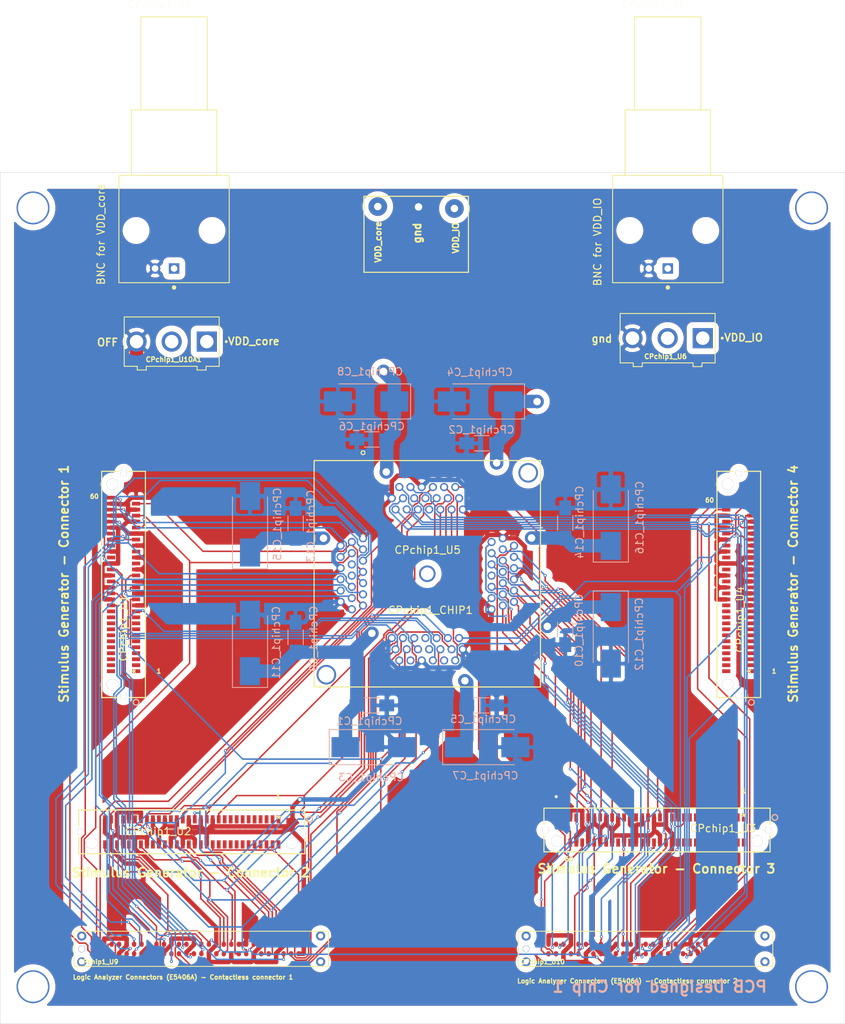
<source format=kicad_pcb>
(kicad_pcb (version 20171130) (host pcbnew "(5.1.6)-1")
  (layers (0 F.Cu signal) (1 In1.Cu power) (2 In2.Cu power) (31 B.Cu signal) (34 B.Paste user) (35 F.Paste user) (36 B.SilkS user) (37 F.SilkS user) (38 B.Mask user) (39 F.Mask user) (44 Edge.Cuts user))
  (net 0 "")
  (net 1 VDD_IO)
  (net 2 VSSQ)
  (net 3 VDD_core)
  (net 4 I_SI)
  (net 5 O_SO)
  (net 6 I_scanEn)
  (net 7 I_SCLK)
  (net 8 I_SEL1)
  (net 9 I_SEL0)
  (net 10 I_enable)
  (net 11 I_testmode)
  (net 12 I_FCLK)
  (net 13 I_SEL4)
  (net 14 I_SEL3)
  (net 15 I_SEL2)
  (net 16 I_DIN)
  (net 17 O_DOUT)
  (net 18 VDDQ)
  (net 19 I_PGM)
  (net 20 O_outData0)
  (net 21 I_reset)
  (net 22 I_clk)
  (net 23 I_inData0)
  (net 24 O_outData1)
  (net 25 I_inData3)
  (net 26 I_inData2)
  (net 27 I_inData1)
  (net 28 O_outData5)
  (net 29 O_outData4)
  (net 30 O_outData3)
  (net 31 O_outData2)
  (net 32 O_outData7)
  (net 33 O_outData6)
  (net 34 B_inData_bi1)
  (net 35 B_inData_bi0)
  (net 36 B_outData_bi4)
  (net 37 B_outData_bi5)
  (net 38 B_outData_bi2)
  (net 39 B_outData_bi3)
  (net 40 B_inData_bi10)
  (net 41 B_inData_bi11)
  (net 42 B_outData_bi0)
  (net 43 B_outData_bi1)
  (net 44 B_inData_bi6)
  (net 45 B_inData_bi7)
  (net 46 B_inData_bi8)
  (net 47 B_inData_bi9)
  (net 48 B_inData_bi4)
  (net 49 B_inData_bi3)
  (net 50 B_inData_bi2)
  (net 51 B_inData_bi5)
  (net 52 I_address1)
  (net 53 B_outData_bi6)
  (net 54 B_outData_bi7)
  (net 55 I_address0)
  (net 56 I_address5)
  (net 57 I_address4)
  (net 58 I_address3)
  (net 59 I_address2)
  (net 60 "Net-(CPchip1_J1-Pad1)")
  (net 61 "Net-(CPchip1_J2-Pad1)")
  (net 62 "Net-(CPchip1_U1-Pad44)")
  (net 63 "Net-(CPchip1_U1-Pad41)")
  (net 64 "Net-(CPchip1_U1-Pad40)")
  (net 65 "Net-(CPchip1_U1-Pad37)")
  (net 66 "Net-(CPchip1_U1-Pad22)")
  (net 67 "Net-(CPchip1_U1-Pad20)")
  (net 68 "Net-(CPchip1_U1-Pad19)")
  (net 69 "Net-(CPchip1_U1-Pad18)")
  (net 70 "Net-(CPchip1_U1-Pad17)")
  (net 71 "Net-(CPchip1_U1-Pad16)")
  (net 72 "Net-(CPchip1_U1-Pad15)")
  (net 73 "Net-(CPchip1_U1-Pad14)")
  (net 74 "Net-(CPchip1_U1-Pad13)")
  (net 75 "Net-(CPchip1_U1-Pad12)")
  (net 76 "Net-(CPchip1_U1-Pad11)")
  (net 77 "Net-(CPchip1_U1-Pad10)")
  (net 78 "Net-(CPchip1_U1-Pad9)")
  (net 79 "Net-(CPchip1_U1-Pad8)")
  (net 80 "Net-(CPchip1_U1-Pad7)")
  (net 81 "Net-(CPchip1_U1-Pad6)")
  (net 82 "Net-(CPchip1_U1-Pad5)")
  (net 83 "Net-(CPchip1_U1-Pad4)")
  (net 84 "Net-(CPchip1_U1-Pad3)")
  (net 85 "Net-(CPchip1_U1-Pad2)")
  (net 86 "Net-(CPchip1_U1-Pad1)")
  (net 87 "Net-(CPchip1_U2-Pad1)")
  (net 88 "Net-(CPchip1_U2-Pad2)")
  (net 89 "Net-(CPchip1_U2-Pad3)")
  (net 90 "Net-(CPchip1_U2-Pad4)")
  (net 91 "Net-(CPchip1_U2-Pad5)")
  (net 92 "Net-(CPchip1_U2-Pad6)")
  (net 93 "Net-(CPchip1_U2-Pad7)")
  (net 94 "Net-(CPchip1_U2-Pad8)")
  (net 95 "Net-(CPchip1_U2-Pad9)")
  (net 96 "Net-(CPchip1_U2-Pad10)")
  (net 97 "Net-(CPchip1_U2-Pad11)")
  (net 98 "Net-(CPchip1_U2-Pad12)")
  (net 99 "Net-(CPchip1_U2-Pad13)")
  (net 100 "Net-(CPchip1_U2-Pad14)")
  (net 101 "Net-(CPchip1_U2-Pad15)")
  (net 102 "Net-(CPchip1_U2-Pad16)")
  (net 103 "Net-(CPchip1_U2-Pad17)")
  (net 104 "Net-(CPchip1_U2-Pad18)")
  (net 105 "Net-(CPchip1_U2-Pad19)")
  (net 106 "Net-(CPchip1_U2-Pad20)")
  (net 107 "Net-(CPchip1_U2-Pad22)")
  (net 108 "Net-(CPchip1_U2-Pad37)")
  (net 109 "Net-(CPchip1_U2-Pad40)")
  (net 110 "Net-(CPchip1_U2-Pad41)")
  (net 111 "Net-(CPchip1_U2-Pad44)")
  (net 112 "Net-(CPchip1_U3-Pad44)")
  (net 113 "Net-(CPchip1_U3-Pad41)")
  (net 114 "Net-(CPchip1_U3-Pad40)")
  (net 115 "Net-(CPchip1_U3-Pad37)")
  (net 116 "Net-(CPchip1_U3-Pad22)")
  (net 117 "Net-(CPchip1_U3-Pad20)")
  (net 118 "Net-(CPchip1_U3-Pad19)")
  (net 119 "Net-(CPchip1_U3-Pad18)")
  (net 120 "Net-(CPchip1_U3-Pad17)")
  (net 121 "Net-(CPchip1_U3-Pad16)")
  (net 122 "Net-(CPchip1_U3-Pad15)")
  (net 123 "Net-(CPchip1_U3-Pad14)")
  (net 124 "Net-(CPchip1_U3-Pad13)")
  (net 125 "Net-(CPchip1_U3-Pad12)")
  (net 126 "Net-(CPchip1_U3-Pad11)")
  (net 127 "Net-(CPchip1_U3-Pad10)")
  (net 128 "Net-(CPchip1_U3-Pad9)")
  (net 129 "Net-(CPchip1_U3-Pad8)")
  (net 130 "Net-(CPchip1_U3-Pad7)")
  (net 131 "Net-(CPchip1_U3-Pad6)")
  (net 132 "Net-(CPchip1_U3-Pad5)")
  (net 133 "Net-(CPchip1_U3-Pad4)")
  (net 134 "Net-(CPchip1_U3-Pad3)")
  (net 135 "Net-(CPchip1_U3-Pad2)")
  (net 136 "Net-(CPchip1_U3-Pad1)")
  (net 137 "Net-(CPchip1_U4-Pad44)")
  (net 138 "Net-(CPchip1_U4-Pad41)")
  (net 139 "Net-(CPchip1_U4-Pad40)")
  (net 140 "Net-(CPchip1_U4-Pad37)")
  (net 141 "Net-(CPchip1_U4-Pad36)")
  (net 142 "Net-(CPchip1_U4-Pad33)")
  (net 143 "Net-(CPchip1_U4-Pad32)")
  (net 144 "Net-(CPchip1_U4-Pad29)")
  (net 145 "Net-(CPchip1_U4-Pad28)")
  (net 146 "Net-(CPchip1_U4-Pad25)")
  (net 147 "Net-(CPchip1_U4-Pad24)")
  (net 148 "Net-(CPchip1_U4-Pad22)")
  (net 149 "Net-(CPchip1_U4-Pad21)")
  (net 150 "Net-(CPchip1_U4-Pad20)")
  (net 151 "Net-(CPchip1_U4-Pad19)")
  (net 152 "Net-(CPchip1_U4-Pad18)")
  (net 153 "Net-(CPchip1_U4-Pad17)")
  (net 154 "Net-(CPchip1_U4-Pad16)")
  (net 155 "Net-(CPchip1_U4-Pad15)")
  (net 156 "Net-(CPchip1_U4-Pad14)")
  (net 157 "Net-(CPchip1_U4-Pad13)")
  (net 158 "Net-(CPchip1_U4-Pad12)")
  (net 159 "Net-(CPchip1_U4-Pad11)")
  (net 160 "Net-(CPchip1_U4-Pad10)")
  (net 161 "Net-(CPchip1_U4-Pad9)")
  (net 162 "Net-(CPchip1_U4-Pad8)")
  (net 163 "Net-(CPchip1_U4-Pad7)")
  (net 164 "Net-(CPchip1_U4-Pad6)")
  (net 165 "Net-(CPchip1_U4-Pad5)")
  (net 166 "Net-(CPchip1_U4-Pad4)")
  (net 167 "Net-(CPchip1_U4-Pad3)")
  (net 168 "Net-(CPchip1_U4-Pad2)")
  (net 169 "Net-(CPchip1_U4-Pad1)")
  (net 170 "Net-(CPchip1_U10-Pad26)")
  (net 171 "Net-(CPchip1_U10-Pad32)")
  (net 172 "Net-(CPchip1_U10-Pad23)")
  (net 173 "Net-(CPchip1_U10-Pad22)")
  (net 174 "Net-(CPchip1_U10-Pad29)")
  (net 175 "Net-(CPchip1_U10-Pad25)")
  (net 176 "Net-(CPchip1_U10-Pad31)")
  (net 177 "Net-(CPchip1_U10-Pad28)")
  (module Capacitors_Tantalum_SMD:CP_Tantalum_Case-X_EIA-7343-43_Hand (layer B.Cu) (at 56.97 108.975 90)
    (fp_text reference CPchip1_C11 (at 0.035 3.505 270) (layer B.SilkS) (effects (justify mirror)))
    (fp_text value 100uF)
    (pad 1 smd rect (at -3.775 0 90) (size 3.75 2.7) (layers B.Cu B.Paste B.Mask) (net 1 VDD_IO))
    (pad 2 smd rect (at 3.775 0 90) (size 3.75 2.7) (layers B.Cu B.Paste B.Mask) (net 2 VSSQ))
  )
  (module Capacitors_SMD:C_1206_HandSoldering (layer B.Cu) (at 63.066 108.21 90)
    (fp_text reference CPchip1_C9 (at -0.205 2.409 270) (layer B.SilkS) (effects (justify mirror)))
    (fp_text value 10uF)
    (pad 2 smd rect (at 2 0 90) (size 2 1.6) (layers B.Cu B.Paste B.Mask) (net 2 VSSQ))
    (pad 1 smd rect (at -2 0 90) (size 2 1.6) (layers B.Cu B.Paste B.Mask) (net 1 VDD_IO))
  )
  (module Capacitors_Tantalum_SMD:CP_Tantalum_Case-X_EIA-7343-43_Hand (layer B.Cu) (at 72.499 76.682 180)
    (fp_text reference CPchip1_C8 (at -0.526 3.992) (layer B.SilkS) (effects (justify mirror)))
    (fp_text value 100uF)
    (pad 2 smd rect (at 3.775 0 180) (size 3.75 2.7) (layers B.Cu B.Paste B.Mask) (net 2 VSSQ))
    (pad 1 smd rect (at -3.775 0 180) (size 3.75 2.7) (layers B.Cu B.Paste B.Mask) (net 3 VDD_core))
  )
  (module Capacitors_Tantalum_SMD:CP_Tantalum_Case-X_EIA-7343-43_Hand (layer B.Cu) (at 88.685 122.91)
    (fp_text reference CPchip1_C7 (at -0.235 3.805) (layer B.SilkS) (effects (justify mirror)))
    (fp_text value 100uF)
    (pad 2 smd rect (at 3.775 0) (size 3.75 2.7) (layers B.Cu B.Paste B.Mask) (net 2 VSSQ))
    (pad 1 smd rect (at -3.775 0) (size 3.75 2.7) (layers B.Cu B.Paste B.Mask) (net 3 VDD_core))
  )
  (module Capacitors_SMD:C_1206_HandSoldering (layer B.Cu) (at 73.258 81.762 180)
    (fp_text reference CPchip1_C6 (at 0 1.75) (layer B.SilkS) (effects (justify mirror)))
    (fp_text value 10uF)
    (pad 1 smd rect (at -2 0 180) (size 2 1.6) (layers B.Cu B.Paste B.Mask) (net 3 VDD_core))
    (pad 2 smd rect (at 2 0 180) (size 2 1.6) (layers B.Cu B.Paste B.Mask) (net 2 VSSQ))
  )
  (module Capacitors_Tantalum_SMD:CP_Tantalum_Case-X_EIA-7343-43_Hand (layer B.Cu) (at 87.739 76.682 180)
    (fp_text reference CPchip1_C4 (at 0.039 3.917) (layer B.SilkS) (effects (justify mirror)))
    (fp_text value 100uF)
    (pad 1 smd rect (at -3.775 0 180) (size 3.75 2.7) (layers B.Cu B.Paste B.Mask) (net 1 VDD_IO))
    (pad 2 smd rect (at 3.775 0 180) (size 3.75 2.7) (layers B.Cu B.Paste B.Mask) (net 2 VSSQ))
  )
  (module Y1247AstimulusGenerator:ERF8-030-05.0-L-DV-L-TR (layer F.Cu) (at 60.78 132.562)
    (fp_text reference CPchip1_U2 (at -16.1 1.6) (layer F.SilkS))
    (fp_text value Y1247AstimulusGenerator hide)
    (fp_text user * (at 0 0) (layer F.SilkS))
    (pad 64 thru_hole circle (at 3.29565 1.6764 90) (size 0.889 0.889) (drill 0.889) (layers *.Cu *.Mask))
    (pad 63 thru_hole circle (at -26.49855 1.6764 90) (size 0.889 0.889) (drill 0.889) (layers *.Cu *.Mask))
    (pad 62 thru_hole circle (at 1.79705 3.175 90) (size 1.524 1.524) (drill 1.524) (layers *.Cu *.Mask))
    (pad 61 thru_hole circle (at -24.99995 3.175 90) (size 1.524 1.524) (drill 1.524) (layers *.Cu *.Mask))
    (pad 60 smd rect (at -23.2029 3.3528) (size 0.50038 1.0922) (layers F.Cu F.Paste F.Mask) (net 20 O_outData0))
    (pad 59 smd rect (at -23.2029 0) (size 0.50038 1.0922) (layers F.Cu F.Paste F.Mask) (net 2 VSSQ))
    (pad 58 smd rect (at -22.4028 3.3528) (size 0.50038 1.0922) (layers F.Cu F.Paste F.Mask) (net 2 VSSQ))
    (pad 57 smd rect (at -22.4028 0) (size 0.50038 1.0922) (layers F.Cu F.Paste F.Mask) (net 21 I_reset))
    (pad 56 smd rect (at -21.6027 3.3528) (size 0.50038 1.0922) (layers F.Cu F.Paste F.Mask) (net 22 I_clk))
    (pad 55 smd rect (at -21.6027 0) (size 0.50038 1.0922) (layers F.Cu F.Paste F.Mask) (net 2 VSSQ))
    (pad 54 smd rect (at -20.8026 3.3528) (size 0.50038 1.0922) (layers F.Cu F.Paste F.Mask) (net 2 VSSQ))
    (pad 53 smd rect (at -20.8026 0) (size 0.50038 1.0922) (layers F.Cu F.Paste F.Mask) (net 23 I_inData0))
    (pad 52 smd rect (at -20.0025 3.3528) (size 0.50038 1.0922) (layers F.Cu F.Paste F.Mask) (net 24 O_outData1))
    (pad 51 smd rect (at -20.0025 0) (size 0.50038 1.0922) (layers F.Cu F.Paste F.Mask) (net 2 VSSQ))
    (pad 50 smd rect (at -19.2024 3.3528) (size 0.50038 1.0922) (layers F.Cu F.Paste F.Mask) (net 2 VSSQ))
    (pad 49 smd rect (at -19.2024 0) (size 0.50038 1.0922) (layers F.Cu F.Paste F.Mask) (net 25 I_inData3))
    (pad 48 smd rect (at -18.4023 3.3528) (size 0.50038 1.0922) (layers F.Cu F.Paste F.Mask) (net 26 I_inData2))
    (pad 47 smd rect (at -18.4023 0) (size 0.50038 1.0922) (layers F.Cu F.Paste F.Mask) (net 2 VSSQ))
    (pad 46 smd rect (at -17.6022 3.3528) (size 0.50038 1.0922) (layers F.Cu F.Paste F.Mask) (net 2 VSSQ))
    (pad 45 smd rect (at -17.6022 0) (size 0.50038 1.0922) (layers F.Cu F.Paste F.Mask) (net 27 I_inData1))
    (pad 44 smd rect (at -16.8021 3.3528) (size 0.50038 1.0922) (layers F.Cu F.Paste F.Mask) (net 111 "Net-(CPchip1_U2-Pad44)"))
    (pad 43 smd rect (at -16.8021 0) (size 0.50038 1.0922) (layers F.Cu F.Paste F.Mask) (net 2 VSSQ))
    (pad 42 smd rect (at -16.002 3.3528) (size 0.50038 1.0922) (layers F.Cu F.Paste F.Mask) (net 2 VSSQ))
    (pad 41 smd rect (at -16.002 0) (size 0.50038 1.0922) (layers F.Cu F.Paste F.Mask) (net 110 "Net-(CPchip1_U2-Pad41)"))
    (pad 40 smd rect (at -15.2019 3.3528) (size 0.50038 1.0922) (layers F.Cu F.Paste F.Mask) (net 109 "Net-(CPchip1_U2-Pad40)"))
    (pad 39 smd rect (at -15.2019 0) (size 0.50038 1.0922) (layers F.Cu F.Paste F.Mask) (net 2 VSSQ))
    (pad 38 smd rect (at -14.4018 3.3528) (size 0.50038 1.0922) (layers F.Cu F.Paste F.Mask) (net 2 VSSQ))
    (pad 37 smd rect (at -14.4018 0) (size 0.50038 1.0922) (layers F.Cu F.Paste F.Mask) (net 108 "Net-(CPchip1_U2-Pad37)"))
    (pad 36 smd rect (at -13.6017 3.3528) (size 0.50038 1.0922) (layers F.Cu F.Paste F.Mask) (net 28 O_outData5))
    (pad 35 smd rect (at -13.6017 0) (size 0.50038 1.0922) (layers F.Cu F.Paste F.Mask) (net 2 VSSQ))
    (pad 34 smd rect (at -12.8016 3.3528) (size 0.50038 1.0922) (layers F.Cu F.Paste F.Mask) (net 2 VSSQ))
    (pad 33 smd rect (at -12.8016 0) (size 0.50038 1.0922) (layers F.Cu F.Paste F.Mask) (net 29 O_outData4))
    (pad 32 smd rect (at -12.0015 3.3528) (size 0.50038 1.0922) (layers F.Cu F.Paste F.Mask) (net 30 O_outData3))
    (pad 31 smd rect (at -12.0015 0) (size 0.50038 1.0922) (layers F.Cu F.Paste F.Mask) (net 2 VSSQ))
    (pad 30 smd rect (at -11.2014 3.3528) (size 0.50038 1.0922) (layers F.Cu F.Paste F.Mask) (net 2 VSSQ))
    (pad 29 smd rect (at -11.2014 0) (size 0.50038 1.0922) (layers F.Cu F.Paste F.Mask) (net 31 O_outData2))
    (pad 28 smd rect (at -10.4013 3.3528) (size 0.50038 1.0922) (layers F.Cu F.Paste F.Mask) (net 32 O_outData7))
    (pad 27 smd rect (at -10.4013 0) (size 0.50038 1.0922) (layers F.Cu F.Paste F.Mask) (net 2 VSSQ))
    (pad 26 smd rect (at -9.6012 3.3528) (size 0.50038 1.0922) (layers F.Cu F.Paste F.Mask) (net 2 VSSQ))
    (pad 25 smd rect (at -9.6012 0) (size 0.50038 1.0922) (layers F.Cu F.Paste F.Mask) (net 33 O_outData6))
    (pad 24 smd rect (at -8.8011 3.3528) (size 0.50038 1.0922) (layers F.Cu F.Paste F.Mask) (net 34 B_inData_bi1))
    (pad 23 smd rect (at -8.8011 0) (size 0.50038 1.0922) (layers F.Cu F.Paste F.Mask) (net 2 VSSQ))
    (pad 22 smd rect (at -8.001 3.3528) (size 0.50038 1.0922) (layers F.Cu F.Paste F.Mask) (net 107 "Net-(CPchip1_U2-Pad22)"))
    (pad 21 smd rect (at -8.001 0) (size 0.50038 1.0922) (layers F.Cu F.Paste F.Mask) (net 35 B_inData_bi0))
    (pad 20 smd rect (at -7.2009 3.3528) (size 0.50038 1.0922) (layers F.Cu F.Paste F.Mask) (net 106 "Net-(CPchip1_U2-Pad20)"))
    (pad 19 smd rect (at -7.2009 0) (size 0.50038 1.0922) (layers F.Cu F.Paste F.Mask) (net 105 "Net-(CPchip1_U2-Pad19)"))
    (pad 18 smd rect (at -6.4008 3.3528) (size 0.50038 1.0922) (layers F.Cu F.Paste F.Mask) (net 104 "Net-(CPchip1_U2-Pad18)"))
    (pad 17 smd rect (at -6.4008 0) (size 0.50038 1.0922) (layers F.Cu F.Paste F.Mask) (net 103 "Net-(CPchip1_U2-Pad17)"))
    (pad 16 smd rect (at -5.6007 3.3528) (size 0.50038 1.0922) (layers F.Cu F.Paste F.Mask) (net 102 "Net-(CPchip1_U2-Pad16)"))
    (pad 15 smd rect (at -5.6007 0) (size 0.50038 1.0922) (layers F.Cu F.Paste F.Mask) (net 101 "Net-(CPchip1_U2-Pad15)"))
    (pad 14 smd rect (at -4.8006 3.3528) (size 0.50038 1.0922) (layers F.Cu F.Paste F.Mask) (net 100 "Net-(CPchip1_U2-Pad14)"))
    (pad 13 smd rect (at -4.8006 0) (size 0.50038 1.0922) (layers F.Cu F.Paste F.Mask) (net 99 "Net-(CPchip1_U2-Pad13)"))
    (pad 12 smd rect (at -4.0005 3.3528) (size 0.50038 1.0922) (layers F.Cu F.Paste F.Mask) (net 98 "Net-(CPchip1_U2-Pad12)"))
    (pad 11 smd rect (at -4.0005 0) (size 0.50038 1.0922) (layers F.Cu F.Paste F.Mask) (net 97 "Net-(CPchip1_U2-Pad11)"))
    (pad 10 smd rect (at -3.2004 3.3528) (size 0.50038 1.0922) (layers F.Cu F.Paste F.Mask) (net 96 "Net-(CPchip1_U2-Pad10)"))
    (pad 9 smd rect (at -3.2004 0) (size 0.50038 1.0922) (layers F.Cu F.Paste F.Mask) (net 95 "Net-(CPchip1_U2-Pad9)"))
    (pad 8 smd rect (at -2.4003 3.3528) (size 0.50038 1.0922) (layers F.Cu F.Paste F.Mask) (net 94 "Net-(CPchip1_U2-Pad8)"))
    (pad 7 smd rect (at -2.4003 0) (size 0.50038 1.0922) (layers F.Cu F.Paste F.Mask) (net 93 "Net-(CPchip1_U2-Pad7)"))
    (pad 6 smd rect (at -1.6002 3.3528) (size 0.50038 1.0922) (layers F.Cu F.Paste F.Mask) (net 92 "Net-(CPchip1_U2-Pad6)"))
    (pad 5 smd rect (at -1.6002 0) (size 0.50038 1.0922) (layers F.Cu F.Paste F.Mask) (net 91 "Net-(CPchip1_U2-Pad5)"))
    (pad 4 smd rect (at -0.8001 3.3528) (size 0.50038 1.0922) (layers F.Cu F.Paste F.Mask) (net 90 "Net-(CPchip1_U2-Pad4)"))
    (pad 3 smd rect (at -0.8001 0) (size 0.50038 1.0922) (layers F.Cu F.Paste F.Mask) (net 89 "Net-(CPchip1_U2-Pad3)"))
    (pad 2 smd rect (at 0 3.3528) (size 0.50038 1.0922) (layers F.Cu F.Paste F.Mask) (net 88 "Net-(CPchip1_U2-Pad2)"))
    (pad 1 smd rect (at 0 0) (size 0.50038 1.0922) (layers F.Cu F.Paste F.Mask) (net 87 "Net-(CPchip1_U2-Pad1)"))
  )
  (module Capacitors_SMD:C_1206_HandSoldering (layer B.Cu) (at 87.958 82.27 180)
    (fp_text reference CPchip1_C2 (at 0.033 1.805) (layer B.SilkS) (effects (justify mirror)))
    (fp_text value 10uF)
    (pad 2 smd rect (at 2 0 180) (size 2 1.6) (layers B.Cu B.Paste B.Mask) (net 2 VSSQ))
    (pad 1 smd rect (at -2 0 180) (size 2 1.6) (layers B.Cu B.Paste B.Mask) (net 1 VDD_IO))
  )
  (module Y1247AstimulusGenerator:ERF8-030-05.0-L-DV-L-TR (layer F.Cu) (at 41.73 112.75 270)
    (fp_text reference CPchip1_U1 (at -5.744 1.72 90) (layer F.SilkS))
    (fp_text value Y1247AstimulusGenerator hide)
    (fp_text user * (at 0 0 90) (layer F.SilkS))
    (pad 1 smd rect (at 0 0 270) (size 0.50038 1.0922) (layers F.Cu F.Paste F.Mask) (net 86 "Net-(CPchip1_U1-Pad1)"))
    (pad 2 smd rect (at 0 3.3528 270) (size 0.50038 1.0922) (layers F.Cu F.Paste F.Mask) (net 85 "Net-(CPchip1_U1-Pad2)"))
    (pad 3 smd rect (at -0.8001 0 270) (size 0.50038 1.0922) (layers F.Cu F.Paste F.Mask) (net 84 "Net-(CPchip1_U1-Pad3)"))
    (pad 4 smd rect (at -0.8001 3.3528 270) (size 0.50038 1.0922) (layers F.Cu F.Paste F.Mask) (net 83 "Net-(CPchip1_U1-Pad4)"))
    (pad 5 smd rect (at -1.6002 0 270) (size 0.50038 1.0922) (layers F.Cu F.Paste F.Mask) (net 82 "Net-(CPchip1_U1-Pad5)"))
    (pad 6 smd rect (at -1.6002 3.3528 270) (size 0.50038 1.0922) (layers F.Cu F.Paste F.Mask) (net 81 "Net-(CPchip1_U1-Pad6)"))
    (pad 7 smd rect (at -2.4003 0 270) (size 0.50038 1.0922) (layers F.Cu F.Paste F.Mask) (net 80 "Net-(CPchip1_U1-Pad7)"))
    (pad 8 smd rect (at -2.4003 3.3528 270) (size 0.50038 1.0922) (layers F.Cu F.Paste F.Mask) (net 79 "Net-(CPchip1_U1-Pad8)"))
    (pad 9 smd rect (at -3.2004 0 270) (size 0.50038 1.0922) (layers F.Cu F.Paste F.Mask) (net 78 "Net-(CPchip1_U1-Pad9)"))
    (pad 10 smd rect (at -3.2004 3.3528 270) (size 0.50038 1.0922) (layers F.Cu F.Paste F.Mask) (net 77 "Net-(CPchip1_U1-Pad10)"))
    (pad 11 smd rect (at -4.0005 0 270) (size 0.50038 1.0922) (layers F.Cu F.Paste F.Mask) (net 76 "Net-(CPchip1_U1-Pad11)"))
    (pad 12 smd rect (at -4.0005 3.3528 270) (size 0.50038 1.0922) (layers F.Cu F.Paste F.Mask) (net 75 "Net-(CPchip1_U1-Pad12)"))
    (pad 13 smd rect (at -4.8006 0 270) (size 0.50038 1.0922) (layers F.Cu F.Paste F.Mask) (net 74 "Net-(CPchip1_U1-Pad13)"))
    (pad 14 smd rect (at -4.8006 3.3528 270) (size 0.50038 1.0922) (layers F.Cu F.Paste F.Mask) (net 73 "Net-(CPchip1_U1-Pad14)"))
    (pad 15 smd rect (at -5.6007 0 270) (size 0.50038 1.0922) (layers F.Cu F.Paste F.Mask) (net 72 "Net-(CPchip1_U1-Pad15)"))
    (pad 16 smd rect (at -5.6007 3.3528 270) (size 0.50038 1.0922) (layers F.Cu F.Paste F.Mask) (net 71 "Net-(CPchip1_U1-Pad16)"))
    (pad 17 smd rect (at -6.4008 0 270) (size 0.50038 1.0922) (layers F.Cu F.Paste F.Mask) (net 70 "Net-(CPchip1_U1-Pad17)"))
    (pad 18 smd rect (at -6.4008 3.3528 270) (size 0.50038 1.0922) (layers F.Cu F.Paste F.Mask) (net 69 "Net-(CPchip1_U1-Pad18)"))
    (pad 19 smd rect (at -7.2009 0 270) (size 0.50038 1.0922) (layers F.Cu F.Paste F.Mask) (net 68 "Net-(CPchip1_U1-Pad19)"))
    (pad 20 smd rect (at -7.2009 3.3528 270) (size 0.50038 1.0922) (layers F.Cu F.Paste F.Mask) (net 67 "Net-(CPchip1_U1-Pad20)"))
    (pad 21 smd rect (at -8.001 0 270) (size 0.50038 1.0922) (layers F.Cu F.Paste F.Mask) (net 4 I_SI))
    (pad 22 smd rect (at -8.001 3.3528 270) (size 0.50038 1.0922) (layers F.Cu F.Paste F.Mask) (net 66 "Net-(CPchip1_U1-Pad22)"))
    (pad 23 smd rect (at -8.8011 0 270) (size 0.50038 1.0922) (layers F.Cu F.Paste F.Mask) (net 2 VSSQ))
    (pad 24 smd rect (at -8.8011 3.3528 270) (size 0.50038 1.0922) (layers F.Cu F.Paste F.Mask) (net 5 O_SO))
    (pad 25 smd rect (at -9.6012 0 270) (size 0.50038 1.0922) (layers F.Cu F.Paste F.Mask) (net 6 I_scanEn))
    (pad 26 smd rect (at -9.6012 3.3528 270) (size 0.50038 1.0922) (layers F.Cu F.Paste F.Mask) (net 2 VSSQ))
    (pad 27 smd rect (at -10.4013 0 270) (size 0.50038 1.0922) (layers F.Cu F.Paste F.Mask) (net 2 VSSQ))
    (pad 28 smd rect (at -10.4013 3.3528 270) (size 0.50038 1.0922) (layers F.Cu F.Paste F.Mask) (net 7 I_SCLK))
    (pad 29 smd rect (at -11.2014 0 270) (size 0.50038 1.0922) (layers F.Cu F.Paste F.Mask) (net 8 I_SEL1))
    (pad 30 smd rect (at -11.2014 3.3528 270) (size 0.50038 1.0922) (layers F.Cu F.Paste F.Mask) (net 2 VSSQ))
    (pad 31 smd rect (at -12.0015 0 270) (size 0.50038 1.0922) (layers F.Cu F.Paste F.Mask) (net 2 VSSQ))
    (pad 32 smd rect (at -12.0015 3.3528 270) (size 0.50038 1.0922) (layers F.Cu F.Paste F.Mask) (net 9 I_SEL0))
    (pad 33 smd rect (at -12.8016 0 270) (size 0.50038 1.0922) (layers F.Cu F.Paste F.Mask) (net 10 I_enable))
    (pad 34 smd rect (at -12.8016 3.3528 270) (size 0.50038 1.0922) (layers F.Cu F.Paste F.Mask) (net 2 VSSQ))
    (pad 35 smd rect (at -13.6017 0 270) (size 0.50038 1.0922) (layers F.Cu F.Paste F.Mask) (net 2 VSSQ))
    (pad 36 smd rect (at -13.6017 3.3528 270) (size 0.50038 1.0922) (layers F.Cu F.Paste F.Mask) (net 11 I_testmode))
    (pad 37 smd rect (at -14.4018 0 270) (size 0.50038 1.0922) (layers F.Cu F.Paste F.Mask) (net 65 "Net-(CPchip1_U1-Pad37)"))
    (pad 38 smd rect (at -14.4018 3.3528 270) (size 0.50038 1.0922) (layers F.Cu F.Paste F.Mask) (net 2 VSSQ))
    (pad 39 smd rect (at -15.2019 0 270) (size 0.50038 1.0922) (layers F.Cu F.Paste F.Mask) (net 2 VSSQ))
    (pad 40 smd rect (at -15.2019 3.3528 270) (size 0.50038 1.0922) (layers F.Cu F.Paste F.Mask) (net 64 "Net-(CPchip1_U1-Pad40)"))
    (pad 41 smd rect (at -16.002 0 270) (size 0.50038 1.0922) (layers F.Cu F.Paste F.Mask) (net 63 "Net-(CPchip1_U1-Pad41)"))
    (pad 42 smd rect (at -16.002 3.3528 270) (size 0.50038 1.0922) (layers F.Cu F.Paste F.Mask) (net 2 VSSQ))
    (pad 43 smd rect (at -16.8021 0 270) (size 0.50038 1.0922) (layers F.Cu F.Paste F.Mask) (net 2 VSSQ))
    (pad 44 smd rect (at -16.8021 3.3528 270) (size 0.50038 1.0922) (layers F.Cu F.Paste F.Mask) (net 62 "Net-(CPchip1_U1-Pad44)"))
    (pad 45 smd rect (at -17.6022 0 270) (size 0.50038 1.0922) (layers F.Cu F.Paste F.Mask) (net 12 I_FCLK))
    (pad 46 smd rect (at -17.6022 3.3528 270) (size 0.50038 1.0922) (layers F.Cu F.Paste F.Mask) (net 2 VSSQ))
    (pad 47 smd rect (at -18.4023 0 270) (size 0.50038 1.0922) (layers F.Cu F.Paste F.Mask) (net 2 VSSQ))
    (pad 48 smd rect (at -18.4023 3.3528 270) (size 0.50038 1.0922) (layers F.Cu F.Paste F.Mask) (net 13 I_SEL4))
    (pad 49 smd rect (at -19.2024 0 270) (size 0.50038 1.0922) (layers F.Cu F.Paste F.Mask) (net 14 I_SEL3))
    (pad 50 smd rect (at -19.2024 3.3528 270) (size 0.50038 1.0922) (layers F.Cu F.Paste F.Mask) (net 2 VSSQ))
    (pad 51 smd rect (at -20.0025 0 270) (size 0.50038 1.0922) (layers F.Cu F.Paste F.Mask) (net 2 VSSQ))
    (pad 52 smd rect (at -20.0025 3.3528 270) (size 0.50038 1.0922) (layers F.Cu F.Paste F.Mask) (net 15 I_SEL2))
    (pad 53 smd rect (at -20.8026 0 270) (size 0.50038 1.0922) (layers F.Cu F.Paste F.Mask) (net 16 I_DIN))
    (pad 54 smd rect (at -20.8026 3.3528 270) (size 0.50038 1.0922) (layers F.Cu F.Paste F.Mask) (net 2 VSSQ))
    (pad 55 smd rect (at -21.6027 0 270) (size 0.50038 1.0922) (layers F.Cu F.Paste F.Mask) (net 2 VSSQ))
    (pad 56 smd rect (at -21.6027 3.3528 270) (size 0.50038 1.0922) (layers F.Cu F.Paste F.Mask) (net 17 O_DOUT))
    (pad 57 smd rect (at -22.4028 0 270) (size 0.50038 1.0922) (layers F.Cu F.Paste F.Mask) (net 18 VDDQ))
    (pad 58 smd rect (at -22.4028 3.3528 270) (size 0.50038 1.0922) (layers F.Cu F.Paste F.Mask) (net 2 VSSQ))
    (pad 59 smd rect (at -23.2029 0 270) (size 0.50038 1.0922) (layers F.Cu F.Paste F.Mask) (net 2 VSSQ))
    (pad 60 smd rect (at -23.2029 3.3528 270) (size 0.50038 1.0922) (layers F.Cu F.Paste F.Mask) (net 19 I_PGM))
    (pad 61 thru_hole circle (at -24.99995 3.175) (size 1.524 1.524) (drill 1.524) (layers *.Cu *.Mask))
    (pad 62 thru_hole circle (at 1.79705 3.175) (size 1.524 1.524) (drill 1.524) (layers *.Cu *.Mask))
    (pad 63 thru_hole circle (at -26.49855 1.6764) (size 0.889 0.889) (drill 0.889) (layers *.Cu *.Mask))
    (pad 64 thru_hole circle (at 3.29565 1.6764) (size 0.889 0.889) (drill 0.889) (layers *.Cu *.Mask))
  )
  (module Capacitors_Tantalum_SMD:CP_Tantalum_Case-X_EIA-7343-43_Hand (layer B.Cu) (at 73.515 122.91)
    (fp_text reference CPchip1_C3 (at -0.34 4.03) (layer B.SilkS) (effects (justify mirror)))
    (fp_text value 100uF)
    (pad 1 smd rect (at -3.775 0) (size 3.75 2.7) (layers B.Cu B.Paste B.Mask) (net 1 VDD_IO))
    (pad 2 smd rect (at 3.775 0) (size 3.75 2.7) (layers B.Cu B.Paste B.Mask) (net 2 VSSQ))
  )
  (module Capacitors_SMD:C_1206_HandSoldering (layer B.Cu) (at 73.258 117.322)
    (fp_text reference CPchip1_C1 (at -0.308 2.093) (layer B.SilkS) (effects (justify mirror)))
    (fp_text value 10uF)
    (pad 2 smd rect (at 2 0) (size 2 1.6) (layers B.Cu B.Paste B.Mask) (net 2 VSSQ))
    (pad 1 smd rect (at -2 0) (size 2 1.6) (layers B.Cu B.Paste B.Mask) (net 1 VDD_IO))
  )
  (module Y1247AstimulusGenerator:ERF8-030-05.0-L-DV-L-TR (layer F.Cu) (at 124.026 112.75 270)
    (fp_text reference CPchip1_U4 (at -6.896 1.5 90) (layer F.SilkS))
    (fp_text value Y1247AstimulusGenerator hide)
    (fp_text user * (at 0 0 90) (layer F.SilkS))
    (pad 1 smd rect (at 0 0 270) (size 0.50038 1.0922) (layers F.Cu F.Paste F.Mask) (net 169 "Net-(CPchip1_U4-Pad1)"))
    (pad 2 smd rect (at 0 3.3528 270) (size 0.50038 1.0922) (layers F.Cu F.Paste F.Mask) (net 168 "Net-(CPchip1_U4-Pad2)"))
    (pad 3 smd rect (at -0.8001 0 270) (size 0.50038 1.0922) (layers F.Cu F.Paste F.Mask) (net 167 "Net-(CPchip1_U4-Pad3)"))
    (pad 4 smd rect (at -0.8001 3.3528 270) (size 0.50038 1.0922) (layers F.Cu F.Paste F.Mask) (net 166 "Net-(CPchip1_U4-Pad4)"))
    (pad 5 smd rect (at -1.6002 0 270) (size 0.50038 1.0922) (layers F.Cu F.Paste F.Mask) (net 165 "Net-(CPchip1_U4-Pad5)"))
    (pad 6 smd rect (at -1.6002 3.3528 270) (size 0.50038 1.0922) (layers F.Cu F.Paste F.Mask) (net 164 "Net-(CPchip1_U4-Pad6)"))
    (pad 7 smd rect (at -2.4003 0 270) (size 0.50038 1.0922) (layers F.Cu F.Paste F.Mask) (net 163 "Net-(CPchip1_U4-Pad7)"))
    (pad 8 smd rect (at -2.4003 3.3528 270) (size 0.50038 1.0922) (layers F.Cu F.Paste F.Mask) (net 162 "Net-(CPchip1_U4-Pad8)"))
    (pad 9 smd rect (at -3.2004 0 270) (size 0.50038 1.0922) (layers F.Cu F.Paste F.Mask) (net 161 "Net-(CPchip1_U4-Pad9)"))
    (pad 10 smd rect (at -3.2004 3.3528 270) (size 0.50038 1.0922) (layers F.Cu F.Paste F.Mask) (net 160 "Net-(CPchip1_U4-Pad10)"))
    (pad 11 smd rect (at -4.0005 0 270) (size 0.50038 1.0922) (layers F.Cu F.Paste F.Mask) (net 159 "Net-(CPchip1_U4-Pad11)"))
    (pad 12 smd rect (at -4.0005 3.3528 270) (size 0.50038 1.0922) (layers F.Cu F.Paste F.Mask) (net 158 "Net-(CPchip1_U4-Pad12)"))
    (pad 13 smd rect (at -4.8006 0 270) (size 0.50038 1.0922) (layers F.Cu F.Paste F.Mask) (net 157 "Net-(CPchip1_U4-Pad13)"))
    (pad 14 smd rect (at -4.8006 3.3528 270) (size 0.50038 1.0922) (layers F.Cu F.Paste F.Mask) (net 156 "Net-(CPchip1_U4-Pad14)"))
    (pad 15 smd rect (at -5.6007 0 270) (size 0.50038 1.0922) (layers F.Cu F.Paste F.Mask) (net 155 "Net-(CPchip1_U4-Pad15)"))
    (pad 16 smd rect (at -5.6007 3.3528 270) (size 0.50038 1.0922) (layers F.Cu F.Paste F.Mask) (net 154 "Net-(CPchip1_U4-Pad16)"))
    (pad 17 smd rect (at -6.4008 0 270) (size 0.50038 1.0922) (layers F.Cu F.Paste F.Mask) (net 153 "Net-(CPchip1_U4-Pad17)"))
    (pad 18 smd rect (at -6.4008 3.3528 270) (size 0.50038 1.0922) (layers F.Cu F.Paste F.Mask) (net 152 "Net-(CPchip1_U4-Pad18)"))
    (pad 19 smd rect (at -7.2009 0 270) (size 0.50038 1.0922) (layers F.Cu F.Paste F.Mask) (net 151 "Net-(CPchip1_U4-Pad19)"))
    (pad 20 smd rect (at -7.2009 3.3528 270) (size 0.50038 1.0922) (layers F.Cu F.Paste F.Mask) (net 150 "Net-(CPchip1_U4-Pad20)"))
    (pad 21 smd rect (at -8.001 0 270) (size 0.50038 1.0922) (layers F.Cu F.Paste F.Mask) (net 149 "Net-(CPchip1_U4-Pad21)"))
    (pad 22 smd rect (at -8.001 3.3528 270) (size 0.50038 1.0922) (layers F.Cu F.Paste F.Mask) (net 148 "Net-(CPchip1_U4-Pad22)"))
    (pad 23 smd rect (at -8.8011 0 270) (size 0.50038 1.0922) (layers F.Cu F.Paste F.Mask) (net 2 VSSQ))
    (pad 24 smd rect (at -8.8011 3.3528 270) (size 0.50038 1.0922) (layers F.Cu F.Paste F.Mask) (net 147 "Net-(CPchip1_U4-Pad24)"))
    (pad 25 smd rect (at -9.6012 0 270) (size 0.50038 1.0922) (layers F.Cu F.Paste F.Mask) (net 146 "Net-(CPchip1_U4-Pad25)"))
    (pad 26 smd rect (at -9.6012 3.3528 270) (size 0.50038 1.0922) (layers F.Cu F.Paste F.Mask) (net 2 VSSQ))
    (pad 27 smd rect (at -10.4013 0 270) (size 0.50038 1.0922) (layers F.Cu F.Paste F.Mask) (net 2 VSSQ))
    (pad 28 smd rect (at -10.4013 3.3528 270) (size 0.50038 1.0922) (layers F.Cu F.Paste F.Mask) (net 145 "Net-(CPchip1_U4-Pad28)"))
    (pad 29 smd rect (at -11.2014 0 270) (size 0.50038 1.0922) (layers F.Cu F.Paste F.Mask) (net 144 "Net-(CPchip1_U4-Pad29)"))
    (pad 30 smd rect (at -11.2014 3.3528 270) (size 0.50038 1.0922) (layers F.Cu F.Paste F.Mask) (net 2 VSSQ))
    (pad 31 smd rect (at -12.0015 0 270) (size 0.50038 1.0922) (layers F.Cu F.Paste F.Mask) (net 2 VSSQ))
    (pad 32 smd rect (at -12.0015 3.3528 270) (size 0.50038 1.0922) (layers F.Cu F.Paste F.Mask) (net 143 "Net-(CPchip1_U4-Pad32)"))
    (pad 33 smd rect (at -12.8016 0 270) (size 0.50038 1.0922) (layers F.Cu F.Paste F.Mask) (net 142 "Net-(CPchip1_U4-Pad33)"))
    (pad 34 smd rect (at -12.8016 3.3528 270) (size 0.50038 1.0922) (layers F.Cu F.Paste F.Mask) (net 2 VSSQ))
    (pad 35 smd rect (at -13.6017 0 270) (size 0.50038 1.0922) (layers F.Cu F.Paste F.Mask) (net 2 VSSQ))
    (pad 36 smd rect (at -13.6017 3.3528 270) (size 0.50038 1.0922) (layers F.Cu F.Paste F.Mask) (net 141 "Net-(CPchip1_U4-Pad36)"))
    (pad 37 smd rect (at -14.4018 0 270) (size 0.50038 1.0922) (layers F.Cu F.Paste F.Mask) (net 140 "Net-(CPchip1_U4-Pad37)"))
    (pad 38 smd rect (at -14.4018 3.3528 270) (size 0.50038 1.0922) (layers F.Cu F.Paste F.Mask) (net 2 VSSQ))
    (pad 39 smd rect (at -15.2019 0 270) (size 0.50038 1.0922) (layers F.Cu F.Paste F.Mask) (net 2 VSSQ))
    (pad 40 smd rect (at -15.2019 3.3528 270) (size 0.50038 1.0922) (layers F.Cu F.Paste F.Mask) (net 139 "Net-(CPchip1_U4-Pad40)"))
    (pad 41 smd rect (at -16.002 0 270) (size 0.50038 1.0922) (layers F.Cu F.Paste F.Mask) (net 138 "Net-(CPchip1_U4-Pad41)"))
    (pad 42 smd rect (at -16.002 3.3528 270) (size 0.50038 1.0922) (layers F.Cu F.Paste F.Mask) (net 2 VSSQ))
    (pad 43 smd rect (at -16.8021 0 270) (size 0.50038 1.0922) (layers F.Cu F.Paste F.Mask) (net 2 VSSQ))
    (pad 44 smd rect (at -16.8021 3.3528 270) (size 0.50038 1.0922) (layers F.Cu F.Paste F.Mask) (net 137 "Net-(CPchip1_U4-Pad44)"))
    (pad 45 smd rect (at -17.6022 0 270) (size 0.50038 1.0922) (layers F.Cu F.Paste F.Mask) (net 59 I_address2))
    (pad 46 smd rect (at -17.6022 3.3528 270) (size 0.50038 1.0922) (layers F.Cu F.Paste F.Mask) (net 2 VSSQ))
    (pad 47 smd rect (at -18.4023 0 270) (size 0.50038 1.0922) (layers F.Cu F.Paste F.Mask) (net 2 VSSQ))
    (pad 48 smd rect (at -18.4023 3.3528 270) (size 0.50038 1.0922) (layers F.Cu F.Paste F.Mask) (net 58 I_address3))
    (pad 49 smd rect (at -19.2024 0 270) (size 0.50038 1.0922) (layers F.Cu F.Paste F.Mask) (net 57 I_address4))
    (pad 50 smd rect (at -19.2024 3.3528 270) (size 0.50038 1.0922) (layers F.Cu F.Paste F.Mask) (net 2 VSSQ))
    (pad 51 smd rect (at -20.0025 0 270) (size 0.50038 1.0922) (layers F.Cu F.Paste F.Mask) (net 2 VSSQ))
    (pad 52 smd rect (at -20.0025 3.3528 270) (size 0.50038 1.0922) (layers F.Cu F.Paste F.Mask) (net 56 I_address5))
    (pad 53 smd rect (at -20.8026 0 270) (size 0.50038 1.0922) (layers F.Cu F.Paste F.Mask) (net 55 I_address0))
    (pad 54 smd rect (at -20.8026 3.3528 270) (size 0.50038 1.0922) (layers F.Cu F.Paste F.Mask) (net 2 VSSQ))
    (pad 55 smd rect (at -21.6027 0 270) (size 0.50038 1.0922) (layers F.Cu F.Paste F.Mask) (net 2 VSSQ))
    (pad 56 smd rect (at -21.6027 3.3528 270) (size 0.50038 1.0922) (layers F.Cu F.Paste F.Mask) (net 54 B_outData_bi7))
    (pad 57 smd rect (at -22.4028 0 270) (size 0.50038 1.0922) (layers F.Cu F.Paste F.Mask) (net 53 B_outData_bi6))
    (pad 58 smd rect (at -22.4028 3.3528 270) (size 0.50038 1.0922) (layers F.Cu F.Paste F.Mask) (net 2 VSSQ))
    (pad 59 smd rect (at -23.2029 0 270) (size 0.50038 1.0922) (layers F.Cu F.Paste F.Mask) (net 2 VSSQ))
    (pad 60 smd rect (at -23.2029 3.3528 270) (size 0.50038 1.0922) (layers F.Cu F.Paste F.Mask) (net 52 I_address1))
    (pad 61 thru_hole circle (at -24.99995 3.175) (size 1.524 1.524) (drill 1.524) (layers *.Cu *.Mask))
    (pad 62 thru_hole circle (at 1.79705 3.175) (size 1.524 1.524) (drill 1.524) (layers *.Cu *.Mask))
    (pad 63 thru_hole circle (at -26.49855 1.6764) (size 0.889 0.889) (drill 0.889) (layers *.Cu *.Mask))
    (pad 64 thru_hole circle (at 3.29565 1.6764) (size 0.889 0.889) (drill 0.889) (layers *.Cu *.Mask))
  )
  (module Capacitors_SMD:C_1206_HandSoldering (layer B.Cu) (at 99.134 107.194 270)
    (fp_text reference CPchip1_C10 (at 0.096 -1.841 270) (layer B.SilkS) (effects (justify mirror)))
    (fp_text value 10uF)
    (pad 1 smd rect (at -2 0 270) (size 2 1.6) (layers B.Cu B.Paste B.Mask) (net 1 VDD_IO))
    (pad 2 smd rect (at 2 0 270) (size 2 1.6) (layers B.Cu B.Paste B.Mask) (net 2 VSSQ))
  )
  (module Capacitors_SMD:C_1206_HandSoldering (layer B.Cu) (at 87.958 117.322)
    (fp_text reference CPchip1_C5 (at 0.192 1.843) (layer B.SilkS) (effects (justify mirror)))
    (fp_text value 10uF)
    (pad 1 smd rect (at -2 0) (size 2 1.6) (layers B.Cu B.Paste B.Mask) (net 3 VDD_core))
    (pad 2 smd rect (at 2 0) (size 2 1.6) (layers B.Cu B.Paste B.Mask) (net 2 VSSQ))
  )
  (module SW_MS12ANW03:SW_MS12ANW03 (layer F.Cu) (at 46.49 68.68 180)
    (fp_text reference CPchip1_U10A1 (at -0.26 -2.39) (layer F.SilkS) (effects (font (size 0.64 0.64) (thickness 0.16))))
    (fp_text value 3pinSwitchCustom)
    (pad 3 thru_hole circle (at 4.7 0 180) (size 2.7 2.7) (drill 1.8) (layers *.Cu *.Mask) (net 2 VSSQ))
    (pad 1 thru_hole rect (at -4.7 0 180) (size 2.7 2.7) (drill 1.8) (layers *.Cu *.Mask) (net 61 "Net-(CPchip1_J2-Pad1)"))
    (pad 2 thru_hole circle (at 0 0 180) (size 2.7 2.7) (drill 1.8) (layers *.Cu *.Mask) (net 3 VDD_core))
  )
  (module Y1247AstimulusGenerator:E5403A_retention (layer F.Cu) (at 50.112 149.834)
    (fp_text reference CPchip1_U9 (at -13.43 1.78) (layer F.SilkS) (effects (font (size 0.6 0.6))))
    (fp_text value E5403A_retention)
    (pad "" thru_hole circle (at -15.65 -1.67) (size 1.22 1.22) (drill 0.71) (layers *.Cu *.Mask))
    (pad "" thru_hole circle (at 16.3 -1.69) (size 1.22 1.22) (drill 0.71) (layers *.Cu *.Mask))
    (pad "" thru_hole circle (at 16.3 1.77) (size 1.22 1.22) (drill 0.71) (layers *.Cu *.Mask))
    (pad "" thru_hole circle (at -15.65 1.79) (size 1.22 1.22) (drill 0.71) (layers *.Cu *.Mask))
    (pad "" thru_hole circle (at -15.65 0.06) (size 0.9 0.9) (drill 0.84) (layers *.Cu *.Mask))
    (pad 17 smd oval (at 3.35 0.7 90) (size 0.71 0.58) (layers F.Cu F.Paste F.Mask) (net 20 O_outData0))
    (pad 37 smd oval (at 4.35 -0.57 90) (size 0.71 0.58) (layers F.Cu F.Paste F.Mask) (net 26 I_inData2))
    (pad 44 smd oval (at -2.65 -0.57 90) (size 0.71 0.58) (layers F.Cu F.Paste F.Mask) (net 6 I_scanEn))
    (pad 43 smd oval (at -1.65 -0.57 90) (size 0.71 0.58) (layers F.Cu F.Paste F.Mask) (net 7 I_SCLK))
    (pad 26 smd oval (at 12.35 0.7 90) (size 0.71 0.58) (layers F.Cu F.Paste F.Mask) (net 32 O_outData7))
    (pad 12 smd oval (at -1.65 0.7 90) (size 0.71 0.58) (layers F.Cu F.Paste F.Mask) (net 2 VSSQ))
    (pad 42 smd oval (at -0.65 -0.57 90) (size 0.71 0.58) (layers F.Cu F.Paste F.Mask) (net 2 VSSQ))
    (pad 54 smd oval (at -12.65 -0.57 90) (size 0.71 0.58) (layers F.Cu F.Paste F.Mask) (net 2 VSSQ))
    (pad 15 smd oval (at 1.35 0.7 90) (size 0.71 0.58) (layers F.Cu F.Paste F.Mask) (net 2 VSSQ))
    (pad 27 smd oval (at 13.35 0.7 90) (size 0.71 0.58) (layers F.Cu F.Paste F.Mask) (net 2 VSSQ))
    (pad 32 smd oval (at 9.35 -0.57 90) (size 0.71 0.58) (layers F.Cu F.Paste F.Mask) (net 29 O_outData4))
    (pad 49 smd oval (at -7.65 -0.57 90) (size 0.71 0.58) (layers F.Cu F.Paste F.Mask) (net 15 I_SEL2))
    (pad 51 smd oval (at -9.65 -0.57 90) (size 0.71 0.58) (layers F.Cu F.Paste F.Mask) (net 2 VSSQ))
    (pad 7 smd oval (at -6.65 0.7 90) (size 0.71 0.58) (layers F.Cu F.Paste F.Mask) (net 22 I_clk))
    (pad 52 smd oval (at -10.65 -0.57 90) (size 0.71 0.58) (layers F.Cu F.Paste F.Mask) (net 19 I_PGM))
    (pad 3 smd oval (at -10.65 0.7 90) (size 0.71 0.58) (layers F.Cu F.Paste F.Mask) (net 2 VSSQ))
    (pad 13 smd oval (at -0.65 0.7 90) (size 0.71 0.58) (layers F.Cu F.Paste F.Mask) (net 4 I_SI))
    (pad 23 smd oval (at 9.35 0.7 90) (size 0.71 0.58) (layers F.Cu F.Paste F.Mask) (net 30 O_outData3))
    (pad 11 smd oval (at -2.65 0.7 90) (size 0.71 0.58) (layers F.Cu F.Paste F.Mask) (net 11 I_testmode))
    (pad 22 smd oval (at 8.35 0.7 90) (size 0.71 0.58) (layers F.Cu F.Paste F.Mask) (net 31 O_outData2))
    (pad 45 smd oval (at -3.65 -0.57 90) (size 0.71 0.58) (layers F.Cu F.Paste F.Mask) (net 2 VSSQ))
    (pad 46 smd oval (at -4.65 -0.57 90) (size 0.71 0.58) (layers F.Cu F.Paste F.Mask) (net 9 I_SEL0))
    (pad 4 smd oval (at -9.65 0.7 90) (size 0.71 0.58) (layers F.Cu F.Paste F.Mask) (net 12 I_FCLK))
    (pad 29 smd oval (at 12.35 -0.57 90) (size 0.71 0.58) (layers F.Cu F.Paste F.Mask) (net 35 B_inData_bi0))
    (pad 36 smd oval (at 5.35 -0.57 90) (size 0.71 0.58) (layers F.Cu F.Paste F.Mask) (net 2 VSSQ))
    (pad 33 smd oval (at 8.35 -0.57 90) (size 0.71 0.58) (layers F.Cu F.Paste F.Mask) (net 2 VSSQ))
    (pad 24 smd oval (at 10.35 0.7 90) (size 0.71 0.58) (layers F.Cu F.Paste F.Mask) (net 2 VSSQ))
    (pad 53 smd oval (at -11.65 -0.57 90) (size 0.71 0.58) (layers F.Cu F.Paste F.Mask) (net 16 I_DIN))
    (pad 10 smd oval (at -3.65 0.7 90) (size 0.71 0.58) (layers F.Cu F.Paste F.Mask) (net 10 I_enable))
    (pad 25 smd oval (at 11.35 0.7 90) (size 0.71 0.58) (layers F.Cu F.Paste F.Mask) (net 33 O_outData6))
    (pad 8 smd oval (at -5.65 0.7 90) (size 0.71 0.58) (layers F.Cu F.Paste F.Mask) (net 2 VSSQ))
    (pad 14 smd oval (at 0.35 0.7 90) (size 0.71 0.58) (layers F.Cu F.Paste F.Mask) (net 5 O_SO))
    (pad 47 smd oval (at -5.65 -0.57 90) (size 0.71 0.58) (layers F.Cu F.Paste F.Mask) (net 8 I_SEL1))
    (pad 34 smd oval (at 7.35 -0.57 90) (size 0.71 0.58) (layers F.Cu F.Paste F.Mask) (net 22 I_clk))
    (pad 35 smd oval (at 6.35 -0.57 90) (size 0.71 0.58) (layers F.Cu F.Paste F.Mask) (net 2 VSSQ))
    (pad 38 smd oval (at 3.35 -0.57 90) (size 0.71 0.58) (layers F.Cu F.Paste F.Mask) (net 27 I_inData1))
    (pad 6 smd oval (at -7.65 0.7 90) (size 0.71 0.58) (layers F.Cu F.Paste F.Mask) (net 2 VSSQ))
    (pad 41 smd oval (at 0.35 -0.57 90) (size 0.71 0.58) (layers F.Cu F.Paste F.Mask) (net 21 I_reset))
    (pad 31 smd oval (at 10.35 -0.57 90) (size 0.71 0.58) (layers F.Cu F.Paste F.Mask) (net 28 O_outData5))
    (pad 50 smd oval (at -8.65 -0.57 90) (size 0.71 0.58) (layers F.Cu F.Paste F.Mask) (net 14 I_SEL3))
    (pad 2 smd oval (at -11.65 0.7 90) (size 0.71 0.58) (layers F.Cu F.Paste F.Mask) (net 17 O_DOUT))
    (pad 21 smd oval (at 7.35 0.7 90) (size 0.71 0.58) (layers F.Cu F.Paste F.Mask) (net 2 VSSQ))
    (pad 9 smd oval (at -4.65 0.7 90) (size 0.71 0.58) (layers F.Cu F.Paste F.Mask) (net 2 VSSQ))
    (pad 39 smd oval (at 2.35 -0.57 90) (size 0.71 0.58) (layers F.Cu F.Paste F.Mask) (net 2 VSSQ))
    (pad 20 smd oval (at 6.35 0.7 90) (size 0.71 0.58) (layers F.Cu F.Paste F.Mask) (net 24 O_outData1))
    (pad 18 smd oval (at 4.35 0.7 90) (size 0.71 0.58) (layers F.Cu F.Paste F.Mask) (net 2 VSSQ))
    (pad 19 smd oval (at 5.35 0.7 90) (size 0.71 0.58) (layers F.Cu F.Paste F.Mask) (net 25 I_inData3))
    (pad 40 smd oval (at 1.35 -0.57 90) (size 0.71 0.58) (layers F.Cu F.Paste F.Mask) (net 22 I_clk))
    (pad 1 smd oval (at -12.65 0.7 90) (size 0.71 0.58) (layers F.Cu F.Paste F.Mask) (net 18 VDDQ))
    (pad 28 smd oval (at 13.35 -0.57 90) (size 0.71 0.58) (layers F.Cu F.Paste F.Mask) (net 34 B_inData_bi1))
    (pad 30 smd oval (at 11.35 -0.57 90) (size 0.71 0.58) (layers F.Cu F.Paste F.Mask) (net 2 VSSQ))
    (pad 48 smd oval (at -6.65 -0.57 90) (size 0.71 0.58) (layers F.Cu F.Paste F.Mask) (net 2 VSSQ))
    (pad 5 smd oval (at -8.65 0.7 90) (size 0.71 0.58) (layers F.Cu F.Paste F.Mask) (net 13 I_SEL4))
    (pad 16 smd oval (at 2.35 0.7 90) (size 0.71 0.58) (layers F.Cu F.Paste F.Mask) (net 23 I_inData0))
  )
  (module bnc_connector:TE_227161-1 (layer F.Cu) (at 46.81 58.902)
    (fp_text reference CPchip1_J2 (at -1.987005 -35.290745) (layer F.SilkS) (effects (font (size 1.001016 1.001016) (thickness 0.015))))
    (fp_text value BNC)
    (pad 2 thru_hole circle (at -2.54 0) (size 1.398 1.398) (drill 0.89) (layers *.Cu *.Mask) (net 2 VSSQ))
    (pad 1 thru_hole rect (at 0 0) (size 1.398 1.398) (drill 0.89) (layers *.Cu *.Mask) (net 61 "Net-(CPchip1_J2-Pad1)"))
    (pad None np_thru_hole circle (at 5.08 -5.08) (size 2.01 2.01) (drill 2.01) (layers *.Cu *.Mask))
    (pad None np_thru_hole circle (at -5.08 -5.08) (size 2.01 2.01) (drill 2.01) (layers *.Cu *.Mask))
  )
  (module Capacitors_Tantalum_SMD:CP_Tantalum_Case-X_EIA-7343-43_Hand (layer B.Cu) (at 105.23 92.211 90)
    (fp_text reference CPchip1_C16 (at 0 3.85 270) (layer B.SilkS) (effects (justify mirror)))
    (fp_text value 100uF)
    (pad 1 smd rect (at -3.775 0 90) (size 3.75 2.7) (layers B.Cu B.Paste B.Mask) (net 3 VDD_core))
    (pad 2 smd rect (at 3.775 0 90) (size 3.75 2.7) (layers B.Cu B.Paste B.Mask) (net 2 VSSQ))
  )
  (module Capacitors_SMD:C_1206_HandSoldering (layer B.Cu) (at 63.066 92.97 90)
    (fp_text reference CPchip1_C13 (at -0.42 2.034 270) (layer B.SilkS) (effects (justify mirror)))
    (fp_text value 10uF)
    (pad 1 smd rect (at -2 0 90) (size 2 1.6) (layers B.Cu B.Paste B.Mask) (net 3 VDD_core))
    (pad 2 smd rect (at 2 0 90) (size 2 1.6) (layers B.Cu B.Paste B.Mask) (net 2 VSSQ))
  )
  (module bnc_connector:TE_227161-1 (layer F.Cu) (at 112.85 58.902)
    (fp_text reference CPchip1_J1 (at -1.987005 -35.290745) (layer F.SilkS) (effects (font (size 1.001016 1.001016) (thickness 0.015))))
    (fp_text value BNC)
    (pad None np_thru_hole circle (at -5.08 -5.08) (size 2.01 2.01) (drill 2.01) (layers *.Cu *.Mask))
    (pad None np_thru_hole circle (at 5.08 -5.08) (size 2.01 2.01) (drill 2.01) (layers *.Cu *.Mask))
    (pad 1 thru_hole rect (at 0 0) (size 1.398 1.398) (drill 0.89) (layers *.Cu *.Mask) (net 60 "Net-(CPchip1_J1-Pad1)"))
    (pad 2 thru_hole circle (at -2.54 0) (size 1.398 1.398) (drill 0.89) (layers *.Cu *.Mask) (net 2 VSSQ))
  )
  (module chip1:280-5205-01 (layer F.Cu) (at 72.083 94.97)
    (fp_text reference CPchip1_U5 (at 8.642 1.57) (layer F.SilkS))
    (fp_text value CPchip1_CHIP1 (at 9.017 9.62) (layer F.SilkS))
    (fp_text user * (at 0 0) (layer F.SilkS))
    (pad 1 thru_hole circle (at 0 0 90) (size 1.0922 1.0922) (drill 0.7112) (layers *.Cu *.Mask) (net 2 VSSQ))
    (pad 2 thru_hole circle (at -1.4986 0.500002 90) (size 1.0922 1.0922) (drill 0.7112) (layers *.Cu *.Mask) (net 18 VDDQ))
    (pad 3 thru_hole circle (at -2.9972 1.000001 90) (size 1.0922 1.0922) (drill 0.7112) (layers *.Cu *.Mask) (net 2 VSSQ))
    (pad 4 thru_hole circle (at 0 1.5 90) (size 1.0922 1.0922) (drill 0.7112) (layers *.Cu *.Mask) (net 17 O_DOUT))
    (pad 5 thru_hole circle (at -1.4986 2.000001 90) (size 1.0922 1.0922) (drill 0.7112) (layers *.Cu *.Mask) (net 16 I_DIN))
    (pad 6 thru_hole circle (at -2.9972 2.5 90) (size 1.0922 1.0922) (drill 0.7112) (layers *.Cu *.Mask) (net 19 I_PGM))
    (pad 7 thru_hole circle (at 0 3.000002 90) (size 1.0922 1.0922) (drill 0.7112) (layers *.Cu *.Mask) (net 12 I_FCLK))
    (pad 8 thru_hole circle (at -1.4986 3.500001 90) (size 1.0922 1.0922) (drill 0.7112) (layers *.Cu *.Mask) (net 3 VDD_core))
    (pad 9 thru_hole circle (at -2.9972 4 90) (size 1.0922 1.0922) (drill 0.7112) (layers *.Cu *.Mask) (net 2 VSSQ))
    (pad 10 thru_hole circle (at 0 4.500001 90) (size 1.0922 1.0922) (drill 0.7112) (layers *.Cu *.Mask) (net 18 VDDQ))
    (pad 11 thru_hole circle (at -1.4986 5 90) (size 1.0922 1.0922) (drill 0.7112) (layers *.Cu *.Mask) (net 1 VDD_IO))
    (pad 12 thru_hole circle (at -2.9972 5.500002 90) (size 1.0922 1.0922) (drill 0.7112) (layers *.Cu *.Mask) (net 13 I_SEL4))
    (pad 13 thru_hole circle (at 0 6.000001 90) (size 1.0922 1.0922) (drill 0.7112) (layers *.Cu *.Mask) (net 14 I_SEL3))
    (pad 14 thru_hole circle (at -1.4986 6.5 90) (size 1.0922 1.0922) (drill 0.7112) (layers *.Cu *.Mask) (net 15 I_SEL2))
    (pad 15 thru_hole circle (at -2.9972 7.000001 90) (size 1.0922 1.0922) (drill 0.7112) (layers *.Cu *.Mask) (net 8 I_SEL1))
    (pad 16 thru_hole circle (at 0 7.5 90) (size 1.0922 1.0922) (drill 0.7112) (layers *.Cu *.Mask) (net 9 I_SEL0))
    (pad 17 thru_hole circle (at -1.4986 8.000002 90) (size 1.0922 1.0922) (drill 0.7112) (layers *.Cu *.Mask) (net 10 I_enable))
    (pad 18 thru_hole circle (at -2.9972 8.500001 90) (size 1.0922 1.0922) (drill 0.7112) (layers *.Cu *.Mask) (net 2 VSSQ))
    (pad 19 thru_hole circle (at 0 9 90) (size 1.0922 1.0922) (drill 0.7112) (layers *.Cu *.Mask) (net 18 VDDQ))
    (pad 20 thru_hole circle (at -1.4986 9.500001 90) (size 1.0922 1.0922) (drill 0.7112) (layers *.Cu *.Mask) (net 2 VSSQ))
    (pad 21 thru_hole circle (at 3.847899 13.347901) (size 1.0922 1.0922) (drill 0.7112) (layers *.Cu *.Mask) (net 2 VSSQ))
    (pad 22 thru_hole circle (at 4.347901 14.846501) (size 1.0922 1.0922) (drill 0.7112) (layers *.Cu *.Mask) (net 11 I_testmode))
    (pad 23 thru_hole circle (at 4.8479 16.345101) (size 1.0922 1.0922) (drill 0.7112) (layers *.Cu *.Mask) (net 6 I_scanEn))
    (pad 24 thru_hole circle (at 5.347899 13.347901) (size 1.0922 1.0922) (drill 0.7112) (layers *.Cu *.Mask) (net 20 O_outData0))
    (pad 25 thru_hole circle (at 5.8479 14.846501) (size 1.0922 1.0922) (drill 0.7112) (layers *.Cu *.Mask) (net 24 O_outData1))
    (pad 26 thru_hole circle (at 6.347899 16.345101) (size 1.0922 1.0922) (drill 0.7112) (layers *.Cu *.Mask) (net 31 O_outData2))
    (pad 27 thru_hole circle (at 6.847901 13.347901) (size 1.0922 1.0922) (drill 0.7112) (layers *.Cu *.Mask) (net 30 O_outData3))
    (pad 28 thru_hole circle (at 7.3479 14.846501) (size 1.0922 1.0922) (drill 0.7112) (layers *.Cu *.Mask) (net 5 O_SO))
    (pad 29 thru_hole circle (at 7.847899 16.345101) (size 1.0922 1.0922) (drill 0.7112) (layers *.Cu *.Mask) (net 2 VSSQ))
    (pad 30 thru_hole circle (at 8.347901 13.347901) (size 1.0922 1.0922) (drill 0.7112) (layers *.Cu *.Mask) (net 1 VDD_IO))
    (pad 31 thru_hole circle (at 8.8479 14.846501) (size 1.0922 1.0922) (drill 0.7112) (layers *.Cu *.Mask) (net 3 VDD_core))
    (pad 32 thru_hole circle (at 9.347901 16.345101) (size 1.0922 1.0922) (drill 0.7112) (layers *.Cu *.Mask) (net 7 I_SCLK))
    (pad 33 thru_hole circle (at 9.8479 13.347901) (size 1.0922 1.0922) (drill 0.7112) (layers *.Cu *.Mask) (net 4 I_SI))
    (pad 34 thru_hole circle (at 10.347899 14.846501) (size 1.0922 1.0922) (drill 0.7112) (layers *.Cu *.Mask) (net 29 O_outData4))
    (pad 35 thru_hole circle (at 10.847901 16.345101) (size 1.0922 1.0922) (drill 0.7112) (layers *.Cu *.Mask) (net 28 O_outData5))
    (pad 36 thru_hole circle (at 11.3479 13.347901) (size 1.0922 1.0922) (drill 0.7112) (layers *.Cu *.Mask) (net 33 O_outData6))
    (pad 37 thru_hole circle (at 11.847901 14.846501) (size 1.0922 1.0922) (drill 0.7112) (layers *.Cu *.Mask) (net 32 O_outData7))
    (pad 38 thru_hole circle (at 12.3479 16.345101) (size 1.0922 1.0922) (drill 0.7112) (layers *.Cu *.Mask) (net 54 B_outData_bi7))
    (pad 39 thru_hole circle (at 12.847899 13.347901) (size 1.0922 1.0922) (drill 0.7112) (layers *.Cu *.Mask) (net 53 B_outData_bi6))
    (pad 40 thru_hole circle (at 13.347901 14.846501) (size 1.0922 1.0922) (drill 0.7112) (layers *.Cu *.Mask) (net 2 VSSQ))
    (pad 41 thru_hole circle (at 17.1958 9.500001 90) (size 1.0922 1.0922) (drill 0.7112) (layers *.Cu *.Mask) (net 2 VSSQ))
    (pad 42 thru_hole circle (at 18.6944 9 90) (size 1.0922 1.0922) (drill 0.7112) (layers *.Cu *.Mask) (net 37 B_outData_bi5))
    (pad 43 thru_hole circle (at 20.193 8.500001 90) (size 1.0922 1.0922) (drill 0.7112) (layers *.Cu *.Mask) (net 36 B_outData_bi4))
    (pad 44 thru_hole circle (at 17.1958 8.000002 90) (size 1.0922 1.0922) (drill 0.7112) (layers *.Cu *.Mask) (net 39 B_outData_bi3))
    (pad 45 thru_hole circle (at 18.6944 7.5 90) (size 1.0922 1.0922) (drill 0.7112) (layers *.Cu *.Mask) (net 38 B_outData_bi2))
    (pad 46 thru_hole circle (at 20.193 7.000001 90) (size 1.0922 1.0922) (drill 0.7112) (layers *.Cu *.Mask) (net 43 B_outData_bi1))
    (pad 47 thru_hole circle (at 17.1958 6.5 90) (size 1.0922 1.0922) (drill 0.7112) (layers *.Cu *.Mask) (net 42 B_outData_bi0))
    (pad 48 thru_hole circle (at 18.6944 6.000001 90) (size 1.0922 1.0922) (drill 0.7112) (layers *.Cu *.Mask) (net 41 B_inData_bi11))
    (pad 49 thru_hole circle (at 20.193 5.500002 90) (size 1.0922 1.0922) (drill 0.7112) (layers *.Cu *.Mask) (net 2 VSSQ))
    (pad 50 thru_hole circle (at 17.1958 5 90) (size 1.0922 1.0922) (drill 0.7112) (layers *.Cu *.Mask) (net 1 VDD_IO))
    (pad 51 thru_hole circle (at 18.6944 4.500001 90) (size 1.0922 1.0922) (drill 0.7112) (layers *.Cu *.Mask) (net 3 VDD_core))
    (pad 52 thru_hole circle (at 20.193 4 90) (size 1.0922 1.0922) (drill 0.7112) (layers *.Cu *.Mask) (net 22 I_clk))
    (pad 53 thru_hole circle (at 17.1958 3.500001 90) (size 1.0922 1.0922) (drill 0.7112) (layers *.Cu *.Mask) (net 40 B_inData_bi10))
    (pad 54 thru_hole circle (at 18.6944 3.000002 90) (size 1.0922 1.0922) (drill 0.7112) (layers *.Cu *.Mask) (net 47 B_inData_bi9))
    (pad 55 thru_hole circle (at 20.193 2.5 90) (size 1.0922 1.0922) (drill 0.7112) (layers *.Cu *.Mask) (net 46 B_inData_bi8))
    (pad 56 thru_hole circle (at 17.1958 2.000001 90) (size 1.0922 1.0922) (drill 0.7112) (layers *.Cu *.Mask) (net 45 B_inData_bi7))
    (pad 57 thru_hole circle (at 18.6944 1.5 90) (size 1.0922 1.0922) (drill 0.7112) (layers *.Cu *.Mask) (net 44 B_inData_bi6))
    (pad 58 thru_hole circle (at 20.193 1.000001 90) (size 1.0922 1.0922) (drill 0.7112) (layers *.Cu *.Mask) (net 51 B_inData_bi5))
    (pad 59 thru_hole circle (at 17.1958 0.500002 90) (size 1.0922 1.0922) (drill 0.7112) (layers *.Cu *.Mask) (net 48 B_inData_bi4))
    (pad 60 thru_hole circle (at 18.6944 0 90) (size 1.0922 1.0922) (drill 0.7112) (layers *.Cu *.Mask) (net 2 VSSQ))
    (pad 61 thru_hole circle (at 13.347901 -3.847899) (size 1.0922 1.0922) (drill 0.7112) (layers *.Cu *.Mask) (net 2 VSSQ))
    (pad 62 thru_hole circle (at 12.847899 -5.346499) (size 1.0922 1.0922) (drill 0.7112) (layers *.Cu *.Mask) (net 49 B_inData_bi3))
    (pad 63 thru_hole circle (at 12.3479 -6.845099) (size 1.0922 1.0922) (drill 0.7112) (layers *.Cu *.Mask) (net 50 B_inData_bi2))
    (pad 64 thru_hole circle (at 11.847901 -3.847899) (size 1.0922 1.0922) (drill 0.7112) (layers *.Cu *.Mask) (net 34 B_inData_bi1))
    (pad 65 thru_hole circle (at 11.3479 -5.346499) (size 1.0922 1.0922) (drill 0.7112) (layers *.Cu *.Mask) (net 35 B_inData_bi0))
    (pad 66 thru_hole circle (at 10.847901 -6.845099) (size 1.0922 1.0922) (drill 0.7112) (layers *.Cu *.Mask) (net 25 I_inData3))
    (pad 67 thru_hole circle (at 10.347899 -3.847899) (size 1.0922 1.0922) (drill 0.7112) (layers *.Cu *.Mask) (net 26 I_inData2))
    (pad 68 thru_hole circle (at 9.8479 -5.346499) (size 1.0922 1.0922) (drill 0.7112) (layers *.Cu *.Mask) (net 27 I_inData1))
    (pad 69 thru_hole circle (at 9.347901 -6.845099) (size 1.0922 1.0922) (drill 0.7112) (layers *.Cu *.Mask) (net 23 I_inData0))
    (pad 70 thru_hole circle (at 8.847899 -3.847899) (size 1.0922 1.0922) (drill 0.7112) (layers *.Cu *.Mask) (net 3 VDD_core))
    (pad 71 thru_hole circle (at 8.3479 -5.346499) (size 1.0922 1.0922) (drill 0.7112) (layers *.Cu *.Mask) (net 1 VDD_IO))
    (pad 72 thru_hole circle (at 7.847899 -6.845099) (size 1.0922 1.0922) (drill 0.7112) (layers *.Cu *.Mask) (net 2 VSSQ))
    (pad 73 thru_hole circle (at 7.3479 -3.847899) (size 1.0922 1.0922) (drill 0.7112) (layers *.Cu *.Mask) (net 21 I_reset))
    (pad 74 thru_hole circle (at 6.847901 -5.346499) (size 1.0922 1.0922) (drill 0.7112) (layers *.Cu *.Mask) (net 56 I_address5))
    (pad 75 thru_hole circle (at 6.347899 -6.845099) (size 1.0922 1.0922) (drill 0.7112) (layers *.Cu *.Mask) (net 57 I_address4))
    (pad 76 thru_hole circle (at 5.8479 -3.847899) (size 1.0922 1.0922) (drill 0.7112) (layers *.Cu *.Mask) (net 58 I_address3))
    (pad 77 thru_hole circle (at 5.347899 -5.346499) (size 1.0922 1.0922) (drill 0.7112) (layers *.Cu *.Mask) (net 59 I_address2))
    (pad 78 thru_hole circle (at 4.8479 -6.845099) (size 1.0922 1.0922) (drill 0.7112) (layers *.Cu *.Mask) (net 52 I_address1))
    (pad 79 thru_hole circle (at 4.347901 -3.847899) (size 1.0922 1.0922) (drill 0.7112) (layers *.Cu *.Mask) (net 55 I_address0))
    (pad 80 thru_hole circle (at 3.847899 -5.346499) (size 1.0922 1.0922) (drill 0.7112) (layers *.Cu *.Mask) (net 2 VSSQ))
    (pad 81 thru_hole circle (at 8.5979 4.750001) (size 2.2098 2.2098) (drill 1.7018) (layers *.Cu *.Mask))
    (pad 82 thru_hole circle (at -4.9022 18.250101) (size 2.6162 2.6162) (drill 2.1082) (layers *.Cu *.Mask))
    (pad 83 thru_hole circle (at 22.098 -8.750099) (size 2.6162 2.6162) (drill 2.1082) (layers *.Cu *.Mask))
  )
  (module Capacitors_Tantalum_SMD:CP_Tantalum_Case-X_EIA-7343-43_Hand (layer B.Cu) (at 105.23 107.959 270)
    (fp_text reference CPchip1_C12 (at -0.169 -3.795 270) (layer B.SilkS) (effects (justify mirror)))
    (fp_text value 100uF)
    (pad 2 smd rect (at 3.775 0 270) (size 3.75 2.7) (layers B.Cu B.Paste B.Mask) (net 2 VSSQ))
    (pad 1 smd rect (at -3.775 0 270) (size 3.75 2.7) (layers B.Cu B.Paste B.Mask) (net 1 VDD_IO))
  )
  (module Y1247AstimulusGenerator:ERF8-030-05.0-L-DV-L-TR (layer F.Cu) (at 123.01 132.308)
    (fp_text reference CPchip1_U3 (at -2.76 1.46) (layer F.SilkS))
    (fp_text value Y1247AstimulusGenerator hide)
    (fp_text user * (at 0 0) (layer F.SilkS))
    (pad 1 smd rect (at 0 0) (size 0.50038 1.0922) (layers F.Cu F.Paste F.Mask) (net 136 "Net-(CPchip1_U3-Pad1)"))
    (pad 2 smd rect (at 0 3.3528) (size 0.50038 1.0922) (layers F.Cu F.Paste F.Mask) (net 135 "Net-(CPchip1_U3-Pad2)"))
    (pad 3 smd rect (at -0.8001 0) (size 0.50038 1.0922) (layers F.Cu F.Paste F.Mask) (net 134 "Net-(CPchip1_U3-Pad3)"))
    (pad 4 smd rect (at -0.8001 3.3528) (size 0.50038 1.0922) (layers F.Cu F.Paste F.Mask) (net 133 "Net-(CPchip1_U3-Pad4)"))
    (pad 5 smd rect (at -1.6002 0) (size 0.50038 1.0922) (layers F.Cu F.Paste F.Mask) (net 132 "Net-(CPchip1_U3-Pad5)"))
    (pad 6 smd rect (at -1.6002 3.3528) (size 0.50038 1.0922) (layers F.Cu F.Paste F.Mask) (net 131 "Net-(CPchip1_U3-Pad6)"))
    (pad 7 smd rect (at -2.4003 0) (size 0.50038 1.0922) (layers F.Cu F.Paste F.Mask) (net 130 "Net-(CPchip1_U3-Pad7)"))
    (pad 8 smd rect (at -2.4003 3.3528) (size 0.50038 1.0922) (layers F.Cu F.Paste F.Mask) (net 129 "Net-(CPchip1_U3-Pad8)"))
    (pad 9 smd rect (at -3.2004 0) (size 0.50038 1.0922) (layers F.Cu F.Paste F.Mask) (net 128 "Net-(CPchip1_U3-Pad9)"))
    (pad 10 smd rect (at -3.2004 3.3528) (size 0.50038 1.0922) (layers F.Cu F.Paste F.Mask) (net 127 "Net-(CPchip1_U3-Pad10)"))
    (pad 11 smd rect (at -4.0005 0) (size 0.50038 1.0922) (layers F.Cu F.Paste F.Mask) (net 126 "Net-(CPchip1_U3-Pad11)"))
    (pad 12 smd rect (at -4.0005 3.3528) (size 0.50038 1.0922) (layers F.Cu F.Paste F.Mask) (net 125 "Net-(CPchip1_U3-Pad12)"))
    (pad 13 smd rect (at -4.8006 0) (size 0.50038 1.0922) (layers F.Cu F.Paste F.Mask) (net 124 "Net-(CPchip1_U3-Pad13)"))
    (pad 14 smd rect (at -4.8006 3.3528) (size 0.50038 1.0922) (layers F.Cu F.Paste F.Mask) (net 123 "Net-(CPchip1_U3-Pad14)"))
    (pad 15 smd rect (at -5.6007 0) (size 0.50038 1.0922) (layers F.Cu F.Paste F.Mask) (net 122 "Net-(CPchip1_U3-Pad15)"))
    (pad 16 smd rect (at -5.6007 3.3528) (size 0.50038 1.0922) (layers F.Cu F.Paste F.Mask) (net 121 "Net-(CPchip1_U3-Pad16)"))
    (pad 17 smd rect (at -6.4008 0) (size 0.50038 1.0922) (layers F.Cu F.Paste F.Mask) (net 120 "Net-(CPchip1_U3-Pad17)"))
    (pad 18 smd rect (at -6.4008 3.3528) (size 0.50038 1.0922) (layers F.Cu F.Paste F.Mask) (net 119 "Net-(CPchip1_U3-Pad18)"))
    (pad 19 smd rect (at -7.2009 0) (size 0.50038 1.0922) (layers F.Cu F.Paste F.Mask) (net 118 "Net-(CPchip1_U3-Pad19)"))
    (pad 20 smd rect (at -7.2009 3.3528) (size 0.50038 1.0922) (layers F.Cu F.Paste F.Mask) (net 117 "Net-(CPchip1_U3-Pad20)"))
    (pad 21 smd rect (at -8.001 0) (size 0.50038 1.0922) (layers F.Cu F.Paste F.Mask) (net 36 B_outData_bi4))
    (pad 22 smd rect (at -8.001 3.3528) (size 0.50038 1.0922) (layers F.Cu F.Paste F.Mask) (net 116 "Net-(CPchip1_U3-Pad22)"))
    (pad 23 smd rect (at -8.8011 0) (size 0.50038 1.0922) (layers F.Cu F.Paste F.Mask) (net 2 VSSQ))
    (pad 24 smd rect (at -8.8011 3.3528) (size 0.50038 1.0922) (layers F.Cu F.Paste F.Mask) (net 37 B_outData_bi5))
    (pad 25 smd rect (at -9.6012 0) (size 0.50038 1.0922) (layers F.Cu F.Paste F.Mask) (net 38 B_outData_bi2))
    (pad 26 smd rect (at -9.6012 3.3528) (size 0.50038 1.0922) (layers F.Cu F.Paste F.Mask) (net 2 VSSQ))
    (pad 27 smd rect (at -10.4013 0) (size 0.50038 1.0922) (layers F.Cu F.Paste F.Mask) (net 2 VSSQ))
    (pad 28 smd rect (at -10.4013 3.3528) (size 0.50038 1.0922) (layers F.Cu F.Paste F.Mask) (net 39 B_outData_bi3))
    (pad 29 smd rect (at -11.2014 0) (size 0.50038 1.0922) (layers F.Cu F.Paste F.Mask) (net 40 B_inData_bi10))
    (pad 30 smd rect (at -11.2014 3.3528) (size 0.50038 1.0922) (layers F.Cu F.Paste F.Mask) (net 2 VSSQ))
    (pad 31 smd rect (at -12.0015 0) (size 0.50038 1.0922) (layers F.Cu F.Paste F.Mask) (net 2 VSSQ))
    (pad 32 smd rect (at -12.0015 3.3528) (size 0.50038 1.0922) (layers F.Cu F.Paste F.Mask) (net 41 B_inData_bi11))
    (pad 33 smd rect (at -12.8016 0) (size 0.50038 1.0922) (layers F.Cu F.Paste F.Mask) (net 42 B_outData_bi0))
    (pad 34 smd rect (at -12.8016 3.3528) (size 0.50038 1.0922) (layers F.Cu F.Paste F.Mask) (net 2 VSSQ))
    (pad 35 smd rect (at -13.6017 0) (size 0.50038 1.0922) (layers F.Cu F.Paste F.Mask) (net 2 VSSQ))
    (pad 36 smd rect (at -13.6017 3.3528) (size 0.50038 1.0922) (layers F.Cu F.Paste F.Mask) (net 43 B_outData_bi1))
    (pad 37 smd rect (at -14.4018 0) (size 0.50038 1.0922) (layers F.Cu F.Paste F.Mask) (net 115 "Net-(CPchip1_U3-Pad37)"))
    (pad 38 smd rect (at -14.4018 3.3528) (size 0.50038 1.0922) (layers F.Cu F.Paste F.Mask) (net 2 VSSQ))
    (pad 39 smd rect (at -15.2019 0) (size 0.50038 1.0922) (layers F.Cu F.Paste F.Mask) (net 2 VSSQ))
    (pad 40 smd rect (at -15.2019 3.3528) (size 0.50038 1.0922) (layers F.Cu F.Paste F.Mask) (net 114 "Net-(CPchip1_U3-Pad40)"))
    (pad 41 smd rect (at -16.002 0) (size 0.50038 1.0922) (layers F.Cu F.Paste F.Mask) (net 113 "Net-(CPchip1_U3-Pad41)"))
    (pad 42 smd rect (at -16.002 3.3528) (size 0.50038 1.0922) (layers F.Cu F.Paste F.Mask) (net 2 VSSQ))
    (pad 43 smd rect (at -16.8021 0) (size 0.50038 1.0922) (layers F.Cu F.Paste F.Mask) (net 2 VSSQ))
    (pad 44 smd rect (at -16.8021 3.3528) (size 0.50038 1.0922) (layers F.Cu F.Paste F.Mask) (net 112 "Net-(CPchip1_U3-Pad44)"))
    (pad 45 smd rect (at -17.6022 0) (size 0.50038 1.0922) (layers F.Cu F.Paste F.Mask) (net 44 B_inData_bi6))
    (pad 46 smd rect (at -17.6022 3.3528) (size 0.50038 1.0922) (layers F.Cu F.Paste F.Mask) (net 2 VSSQ))
    (pad 47 smd rect (at -18.4023 0) (size 0.50038 1.0922) (layers F.Cu F.Paste F.Mask) (net 2 VSSQ))
    (pad 48 smd rect (at -18.4023 3.3528) (size 0.50038 1.0922) (layers F.Cu F.Paste F.Mask) (net 45 B_inData_bi7))
    (pad 49 smd rect (at -19.2024 0) (size 0.50038 1.0922) (layers F.Cu F.Paste F.Mask) (net 46 B_inData_bi8))
    (pad 50 smd rect (at -19.2024 3.3528) (size 0.50038 1.0922) (layers F.Cu F.Paste F.Mask) (net 2 VSSQ))
    (pad 51 smd rect (at -20.0025 0) (size 0.50038 1.0922) (layers F.Cu F.Paste F.Mask) (net 2 VSSQ))
    (pad 52 smd rect (at -20.0025 3.3528) (size 0.50038 1.0922) (layers F.Cu F.Paste F.Mask) (net 47 B_inData_bi9))
    (pad 53 smd rect (at -20.8026 0) (size 0.50038 1.0922) (layers F.Cu F.Paste F.Mask) (net 48 B_inData_bi4))
    (pad 54 smd rect (at -20.8026 3.3528) (size 0.50038 1.0922) (layers F.Cu F.Paste F.Mask) (net 2 VSSQ))
    (pad 55 smd rect (at -21.6027 0) (size 0.50038 1.0922) (layers F.Cu F.Paste F.Mask) (net 2 VSSQ))
    (pad 56 smd rect (at -21.6027 3.3528) (size 0.50038 1.0922) (layers F.Cu F.Paste F.Mask) (net 49 B_inData_bi3))
    (pad 57 smd rect (at -22.4028 0) (size 0.50038 1.0922) (layers F.Cu F.Paste F.Mask) (net 50 B_inData_bi2))
    (pad 58 smd rect (at -22.4028 3.3528) (size 0.50038 1.0922) (layers F.Cu F.Paste F.Mask) (net 2 VSSQ))
    (pad 59 smd rect (at -23.2029 0) (size 0.50038 1.0922) (layers F.Cu F.Paste F.Mask) (net 2 VSSQ))
    (pad 60 smd rect (at -23.2029 3.3528) (size 0.50038 1.0922) (layers F.Cu F.Paste F.Mask) (net 51 B_inData_bi5))
    (pad 61 thru_hole circle (at -24.99995 3.175 90) (size 1.524 1.524) (drill 1.524) (layers *.Cu *.Mask))
    (pad 62 thru_hole circle (at 1.79705 3.175 90) (size 1.524 1.524) (drill 1.524) (layers *.Cu *.Mask))
    (pad 63 thru_hole circle (at -26.49855 1.6764 90) (size 0.889 0.889) (drill 0.889) (layers *.Cu *.Mask))
    (pad 64 thru_hole circle (at 3.29565 1.6764 90) (size 0.889 0.889) (drill 0.889) (layers *.Cu *.Mask))
  )
  (module SW_MS12ANW03:SW_MS12ANW03 (layer F.Cu) (at 112.83 68.22 180)
    (fp_text reference CPchip1_U6 (at 0.28 -2.45) (layer F.SilkS) (effects (font (size 0.64 0.64) (thickness 0.16))))
    (fp_text value 3pinSwitchCustom)
    (pad 2 thru_hole circle (at 0 0 180) (size 2.7 2.7) (drill 1.8) (layers *.Cu *.Mask) (net 1 VDD_IO))
    (pad 1 thru_hole rect (at -4.7 0 180) (size 2.7 2.7) (drill 1.8) (layers *.Cu *.Mask) (net 60 "Net-(CPchip1_J1-Pad1)"))
    (pad 3 thru_hole circle (at 4.7 0 180) (size 2.7 2.7) (drill 1.8) (layers *.Cu *.Mask) (net 2 VSSQ))
  )
  (module Capacitors_Tantalum_SMD:CP_Tantalum_Case-X_EIA-7343-43_Hand (layer B.Cu) (at 56.97 93.1 90)
    (fp_text reference CPchip1_C15 (at 0 3.655 270) (layer B.SilkS) (effects (justify mirror)))
    (fp_text value 100uF)
    (pad 2 smd rect (at 3.775 0 90) (size 3.75 2.7) (layers B.Cu B.Paste B.Mask) (net 2 VSSQ))
    (pad 1 smd rect (at -3.775 0 90) (size 3.75 2.7) (layers B.Cu B.Paste B.Mask) (net 3 VDD_core))
  )
  (module Y1247AstimulusGenerator:E5403A_retention (layer F.Cu) (at 109.548 149.834)
    (fp_text reference CPchip1_U10 (at -13.43 1.78) (layer F.SilkS) (effects (font (size 0.6 0.6))))
    (fp_text value E5403A_retention)
    (pad 16 smd oval (at 2.35 0.7 90) (size 0.71 0.58) (layers F.Cu F.Paste F.Mask) (net 55 I_address0))
    (pad 5 smd oval (at -8.65 0.7 90) (size 0.71 0.58) (layers F.Cu F.Paste F.Mask) (net 45 B_inData_bi7))
    (pad 48 smd oval (at -6.65 -0.57 90) (size 0.71 0.58) (layers F.Cu F.Paste F.Mask) (net 2 VSSQ))
    (pad 30 smd oval (at 11.35 -0.57 90) (size 0.71 0.58) (layers F.Cu F.Paste F.Mask) (net 2 VSSQ))
    (pad 28 smd oval (at 13.35 -0.57 90) (size 0.71 0.58) (layers F.Cu F.Paste F.Mask) (net 177 "Net-(CPchip1_U10-Pad28)"))
    (pad 1 smd oval (at -12.65 0.7 90) (size 0.71 0.58) (layers F.Cu F.Paste F.Mask) (net 50 B_inData_bi2))
    (pad 40 smd oval (at 1.35 -0.57 90) (size 0.71 0.58) (layers F.Cu F.Paste F.Mask) (net 54 B_outData_bi7))
    (pad 19 smd oval (at 5.35 0.7 90) (size 0.71 0.58) (layers F.Cu F.Paste F.Mask) (net 57 I_address4))
    (pad 18 smd oval (at 4.35 0.7 90) (size 0.71 0.58) (layers F.Cu F.Paste F.Mask) (net 2 VSSQ))
    (pad 20 smd oval (at 6.35 0.7 90) (size 0.71 0.58) (layers F.Cu F.Paste F.Mask) (net 56 I_address5))
    (pad 39 smd oval (at 2.35 -0.57 90) (size 0.71 0.58) (layers F.Cu F.Paste F.Mask) (net 2 VSSQ))
    (pad 9 smd oval (at -4.65 0.7 90) (size 0.71 0.58) (layers F.Cu F.Paste F.Mask) (net 2 VSSQ))
    (pad 21 smd oval (at 7.35 0.7 90) (size 0.71 0.58) (layers F.Cu F.Paste F.Mask) (net 2 VSSQ))
    (pad 2 smd oval (at -11.65 0.7 90) (size 0.71 0.58) (layers F.Cu F.Paste F.Mask) (net 49 B_inData_bi3))
    (pad 50 smd oval (at -8.65 -0.57 90) (size 0.71 0.58) (layers F.Cu F.Paste F.Mask) (net 46 B_inData_bi8))
    (pad 31 smd oval (at 10.35 -0.57 90) (size 0.71 0.58) (layers F.Cu F.Paste F.Mask) (net 176 "Net-(CPchip1_U10-Pad31)"))
    (pad 41 smd oval (at 0.35 -0.57 90) (size 0.71 0.58) (layers F.Cu F.Paste F.Mask) (net 53 B_outData_bi6))
    (pad 6 smd oval (at -7.65 0.7 90) (size 0.71 0.58) (layers F.Cu F.Paste F.Mask) (net 2 VSSQ))
    (pad 38 smd oval (at 3.35 -0.57 90) (size 0.71 0.58) (layers F.Cu F.Paste F.Mask) (net 59 I_address2))
    (pad 35 smd oval (at 6.35 -0.57 90) (size 0.71 0.58) (layers F.Cu F.Paste F.Mask) (net 2 VSSQ))
    (pad 34 smd oval (at 7.35 -0.57 90) (size 0.71 0.58) (layers F.Cu F.Paste F.Mask) (net 22 I_clk))
    (pad 47 smd oval (at -5.65 -0.57 90) (size 0.71 0.58) (layers F.Cu F.Paste F.Mask) (net 40 B_inData_bi10))
    (pad 14 smd oval (at 0.35 0.7 90) (size 0.71 0.58) (layers F.Cu F.Paste F.Mask) (net 37 B_outData_bi5))
    (pad 8 smd oval (at -5.65 0.7 90) (size 0.71 0.58) (layers F.Cu F.Paste F.Mask) (net 2 VSSQ))
    (pad 25 smd oval (at 11.35 0.7 90) (size 0.71 0.58) (layers F.Cu F.Paste F.Mask) (net 175 "Net-(CPchip1_U10-Pad25)"))
    (pad 10 smd oval (at -3.65 0.7 90) (size 0.71 0.58) (layers F.Cu F.Paste F.Mask) (net 42 B_outData_bi0))
    (pad 53 smd oval (at -11.65 -0.57 90) (size 0.71 0.58) (layers F.Cu F.Paste F.Mask) (net 48 B_inData_bi4))
    (pad 24 smd oval (at 10.35 0.7 90) (size 0.71 0.58) (layers F.Cu F.Paste F.Mask) (net 2 VSSQ))
    (pad 33 smd oval (at 8.35 -0.57 90) (size 0.71 0.58) (layers F.Cu F.Paste F.Mask) (net 2 VSSQ))
    (pad 36 smd oval (at 5.35 -0.57 90) (size 0.71 0.58) (layers F.Cu F.Paste F.Mask) (net 2 VSSQ))
    (pad 29 smd oval (at 12.35 -0.57 90) (size 0.71 0.58) (layers F.Cu F.Paste F.Mask) (net 174 "Net-(CPchip1_U10-Pad29)"))
    (pad 4 smd oval (at -9.65 0.7 90) (size 0.71 0.58) (layers F.Cu F.Paste F.Mask) (net 44 B_inData_bi6))
    (pad 46 smd oval (at -4.65 -0.57 90) (size 0.71 0.58) (layers F.Cu F.Paste F.Mask) (net 41 B_inData_bi11))
    (pad 45 smd oval (at -3.65 -0.57 90) (size 0.71 0.58) (layers F.Cu F.Paste F.Mask) (net 2 VSSQ))
    (pad 22 smd oval (at 8.35 0.7 90) (size 0.71 0.58) (layers F.Cu F.Paste F.Mask) (net 173 "Net-(CPchip1_U10-Pad22)"))
    (pad 11 smd oval (at -2.65 0.7 90) (size 0.71 0.58) (layers F.Cu F.Paste F.Mask) (net 43 B_outData_bi1))
    (pad 23 smd oval (at 9.35 0.7 90) (size 0.71 0.58) (layers F.Cu F.Paste F.Mask) (net 172 "Net-(CPchip1_U10-Pad23)"))
    (pad 13 smd oval (at -0.65 0.7 90) (size 0.71 0.58) (layers F.Cu F.Paste F.Mask) (net 36 B_outData_bi4))
    (pad 3 smd oval (at -10.65 0.7 90) (size 0.71 0.58) (layers F.Cu F.Paste F.Mask) (net 2 VSSQ))
    (pad 52 smd oval (at -10.65 -0.57 90) (size 0.71 0.58) (layers F.Cu F.Paste F.Mask) (net 51 B_inData_bi5))
    (pad 7 smd oval (at -6.65 0.7 90) (size 0.71 0.58) (layers F.Cu F.Paste F.Mask) (net 22 I_clk))
    (pad 51 smd oval (at -9.65 -0.57 90) (size 0.71 0.58) (layers F.Cu F.Paste F.Mask) (net 2 VSSQ))
    (pad 49 smd oval (at -7.65 -0.57 90) (size 0.71 0.58) (layers F.Cu F.Paste F.Mask) (net 47 B_inData_bi9))
    (pad 32 smd oval (at 9.35 -0.57 90) (size 0.71 0.58) (layers F.Cu F.Paste F.Mask) (net 171 "Net-(CPchip1_U10-Pad32)"))
    (pad 27 smd oval (at 13.35 0.7 90) (size 0.71 0.58) (layers F.Cu F.Paste F.Mask) (net 2 VSSQ))
    (pad 15 smd oval (at 1.35 0.7 90) (size 0.71 0.58) (layers F.Cu F.Paste F.Mask) (net 2 VSSQ))
    (pad 54 smd oval (at -12.65 -0.57 90) (size 0.71 0.58) (layers F.Cu F.Paste F.Mask) (net 2 VSSQ))
    (pad 42 smd oval (at -0.65 -0.57 90) (size 0.71 0.58) (layers F.Cu F.Paste F.Mask) (net 2 VSSQ))
    (pad 12 smd oval (at -1.65 0.7 90) (size 0.71 0.58) (layers F.Cu F.Paste F.Mask) (net 2 VSSQ))
    (pad 26 smd oval (at 12.35 0.7 90) (size 0.71 0.58) (layers F.Cu F.Paste F.Mask) (net 170 "Net-(CPchip1_U10-Pad26)"))
    (pad 43 smd oval (at -1.65 -0.57 90) (size 0.71 0.58) (layers F.Cu F.Paste F.Mask) (net 39 B_outData_bi3))
    (pad 44 smd oval (at -2.65 -0.57 90) (size 0.71 0.58) (layers F.Cu F.Paste F.Mask) (net 38 B_outData_bi2))
    (pad 37 smd oval (at 4.35 -0.57 90) (size 0.71 0.58) (layers F.Cu F.Paste F.Mask) (net 58 I_address3))
    (pad 17 smd oval (at 3.35 0.7 90) (size 0.71 0.58) (layers F.Cu F.Paste F.Mask) (net 52 I_address1))
    (pad "" thru_hole circle (at -15.65 0.06) (size 0.9 0.9) (drill 0.84) (layers *.Cu *.Mask))
    (pad "" thru_hole circle (at -15.65 1.79) (size 1.22 1.22) (drill 0.71) (layers *.Cu *.Mask))
    (pad "" thru_hole circle (at 16.3 1.77) (size 1.22 1.22) (drill 0.71) (layers *.Cu *.Mask))
    (pad "" thru_hole circle (at 16.3 -1.69) (size 1.22 1.22) (drill 0.71) (layers *.Cu *.Mask))
    (pad "" thru_hole circle (at -15.65 -1.67) (size 1.22 1.22) (drill 0.71) (layers *.Cu *.Mask))
  )
  (module Capacitors_SMD:C_1206_HandSoldering (layer B.Cu) (at 99.134 92.938 90)
    (fp_text reference CPchip1_C14 (at 0.098 1.916 270) (layer B.SilkS) (effects (justify mirror)))
    (fp_text value 10uF)
    (pad 1 smd rect (at -2 0 90) (size 2 1.6) (layers B.Cu B.Paste B.Mask) (net 3 VDD_core))
    (pad 2 smd rect (at 2 0 90) (size 2 1.6) (layers B.Cu B.Paste B.Mask) (net 2 VSSQ))
  )
  (gr_text "Logic Analyzer Connectors (E5406A) - Contactless connector 2" (at 107.442 154.178) (layer F.SilkS) (effects (font (size 0.6 0.6))))
  (gr_text "Logic Analyzer Connectors (E5406A) - Contactless connector 1" (at 48.006 153.67) (layer F.SilkS) (effects (font (size 0.6 0.6))))
  (gr_line (start 23.55 159.9) (end 23.55 155.07) (layer Edge.Cuts) (width 0.05))
  (gr_line (start 136.55 159.9) (end 136.55 155.07) (layer Edge.Cuts) (width 0.05))
  (gr_line (start 136.55 159.9) (end 136.35 159.9) (layer Edge.Cuts) (width 0.05))
  (gr_text 1 (at 60.78 129.514) (layer F.SilkS) (effects (font (size 0.6 0.6))))
  (gr_line (start 86.18 59.41) (end 86.18 49.25) (layer F.SilkS) (width 0.15))
  (gr_line (start 136.55 155.07) (end 136.55 46.07) (layer Edge.Cuts) (width 0.05))
  (gr_line (start 72.21 49.25) (end 72.21 59.41) (layer F.SilkS) (width 0.15))
  (gr_line (start 23.55 159.9) (end 136.35 159.9) (layer Edge.Cuts) (width 0.05))
  (gr_line (start 72.21 59.41) (end 86.18 59.41) (layer F.SilkS) (width 0.15))
  (gr_line (start 86.18 49.25) (end 72.21 49.25) (layer F.SilkS) (width 0.15))
  (gr_line (start 136.55 46.07) (end 30.55 46.07) (layer Edge.Cuts) (width 0.05))
  (gr_text VDD_IO (at 84.49344 54.82784 90) (layer F.SilkS) (effects (font (size 0.8 0.8) (thickness 0.2))))
  (gr_text "BNC for VDD_core" (at 37.031 54.33 90) (layer F.SilkS) (effects (font (size 1 1))))
  (gr_text VDD_IO (at 122.99 68.14) (layer F.SilkS) (effects (font (size 1 1) (thickness 0.2))))
  (gr_text "Stimulus Generator - Connector 4" (at 129.614 101.066 90) (layer F.SilkS) (effects (font (size 1.2 1.2) (thickness 0.25))))
  (gr_text gnd (at 79.33724 54.16236 90) (layer F.SilkS) (effects (font (size 1 1) (thickness 0.25))))
  (gr_text "BNC for VDD_IO" (at 103.452 55.346 90) (layer F.SilkS) (effects (font (size 1 1))))
  (gr_text 1 (at 44.778 112.75) (layer F.SilkS) (effects (font (size 0.6 0.6))))
  (gr_text 1 (at 123.01 128.752) (layer F.SilkS) (effects (font (size 0.6 0.6))))
  (gr_text 1 (at 127.074 112.75) (layer F.SilkS) (effects (font (size 0.6 0.6))))
  (gr_text "PCB Designed for Chip 1" (at 111.76 154.94) (layer B.SilkS) (effects (font (size 1.5 1.5) (thickness 0.3)) (justify mirror)))
  (gr_text "Stimulus Generator - Connector 1" (at 32.078 101.066 90) (layer F.SilkS) (effects (font (size 1.2 1.2) (thickness 0.25))))
  (gr_text "Stimulus Generator - Connector 3" (at 111.326 139.166) (layer F.SilkS) (effects (font (size 1.2 1.2) (thickness 0.25))))
  (gr_text VDD_core (at 57.47 68.63) (layer F.SilkS) (effects (font (size 1 1) (thickness 0.2))))
  (gr_text "Stimulus Generator - Connector 2" (at 49.096 139.674) (layer F.SilkS) (effects (font (size 1.2 1.2) (thickness 0.25))))
  (gr_text OFF (at 37.91 68.78) (layer F.SilkS) (effects (font (size 1 1) (thickness 0.2))))
  (gr_text 60 (at 118.438 89.89) (layer F.SilkS) (effects (font (size 0.6 0.6))))
  (gr_text VDD_core (at 74.12008 55.3714 90) (layer F.SilkS) (effects (font (size 0.8 0.8) (thickness 0.2))))
  (gr_text 60 (at 36.142 89.382) (layer F.SilkS) (effects (font (size 0.6 0.6))))
  (gr_text 60 (at 99.642 137.896) (layer F.SilkS) (effects (font (size 0.6 0.6))))
  (gr_text gnd (at 104.03 68.29) (layer F.SilkS) (effects (font (size 1 1) (thickness 0.2))))
  (gr_line (start 30.55 46.07) (end 23.55 46.07) (layer Edge.Cuts) (width 0.05))
  (gr_line (start 23.55 46.07) (end 23.55 155.07) (layer Edge.Cuts) (width 0.05))
  (segment (start 71.258 109.692) (end 73.27 107.68) (width 1.8) (layer B.Cu) (net 1))
  (segment (start 63.066 110.21) (end 70.74 110.21) (width 1.8) (layer B.Cu) (net 1))
  (segment (start 70.74 110.21) (end 71.258 109.692) (width 1.8) (layer B.Cu) (net 1))
  (segment (start 71.258 117.322) (end 71.258 109.692) (width 1.8) (layer B.Cu) (net 1))
  (segment (start 71.258 109.692) (end 73.27 107.68) (width 1.8) (layer B.Cu) (net 1))
  (segment (start 99.134 105.194) (end 98.296 105.194) (width 1.8) (layer B.Cu) (net 1))
  (segment (start 98.296 105.194) (end 96.73 106.76) (width 1.8) (layer B.Cu) (net 1))
  (segment (start 89.958 82.27) (end 89.958 84.9) (width 1.8) (layer B.Cu) (net 1))
  (segment (start 91.514 76.682) (end 95.352 76.682) (width 1.8) (layer B.Cu) (net 1))
  (segment (start 95.352 76.682) (end 95.37 76.7) (width 1.8) (layer B.Cu) (net 1))
  (segment (start 91.514 76.682) (end 91.514 80.714) (width 1.8) (layer B.Cu) (net 1))
  (segment (start 91.514 80.714) (end 89.958 82.27) (width 1.8) (layer B.Cu) (net 1))
  (segment (start 56.97 112.75) (end 60.526 112.75) (width 1.8) (layer B.Cu) (net 1))
  (segment (start 60.526 112.75) (end 63.066 110.21) (width 1.8) (layer B.Cu) (net 1))
  (segment (start 69.74 122.91) (end 69.74 118.84) (width 1.8) (layer B.Cu) (net 1))
  (segment (start 69.74 118.84) (end 71.258 117.322) (width 1.8) (layer B.Cu) (net 1))
  (segment (start 105.23 104.184) (end 100.144 104.184) (width 1.8) (layer B.Cu) (net 1))
  (segment (start 100.144 104.184) (end 99.134 105.194) (width 1.8) (layer B.Cu) (net 1))
  (via (at 73.27 107.68) (size 1.8) (drill 1) (layers F.Cu B.Cu) (net 1))
  (via (at 96.73 106.76) (size 1.8) (drill 1) (layers F.Cu B.Cu) (net 1))
  (via (at 89.958 84.9) (size 1.8) (drill 1) (layers F.Cu B.Cu) (net 1))
  (via (at 95.37 76.7) (size 1.8) (drill 1) (layers F.Cu B.Cu) (net 1))
  (segment (start 98.898 150.534) (end 98.898 150.329) (width 0.6) (layer F.Cu) (net 2))
  (segment (start 98.898 150.329) (end 99.898 149.329) (width 0.6) (layer F.Cu) (net 2))
  (segment (start 99.898 149.329) (end 99.898 149.264) (width 0.6) (layer F.Cu) (net 2))
  (segment (start 85.958 82.27) (end 85.958 83.4703) (width 0.6) (layer B.Cu) (net 2))
  (segment (start 85.958 83.4703) (end 84.8395 84.5888) (width 0.6) (layer B.Cu) (net 2))
  (segment (start 84.8395 84.5888) (end 84.8395 87.1784) (width 0.6) (layer B.Cu) (net 2))
  (segment (start 85.958 82.27) (end 85.958 80.4263) (width 0.6) (layer B.Cu) (net 2))
  (segment (start 85.958 80.4263) (end 83.964 78.4323) (width 0.6) (layer B.Cu) (net 2))
  (segment (start 84.8395 87.1784) (end 80.8774 87.1784) (width 0.6) (layer B.Cu) (net 2))
  (segment (start 80.8774 87.1784) (end 79.9309 88.1249) (width 0.6) (layer B.Cu) (net 2))
  (segment (start 85.9405 90.938) (end 85.9405 88.2794) (width 0.6) (layer B.Cu) (net 2))
  (segment (start 85.9405 88.2794) (end 84.8395 87.1784) (width 0.6) (layer B.Cu) (net 2))
  (segment (start 85.9405 90.938) (end 97.9337 90.938) (width 0.6) (layer B.Cu) (net 2))
  (segment (start 85.4309 91.1221) (end 85.7564 91.1221) (width 0.6) (layer B.Cu) (net 2))
  (segment (start 85.7564 91.1221) (end 85.9405 90.938) (width 0.6) (layer B.Cu) (net 2))
  (segment (start 42.5013 102.3487) (end 42.6764 102.3487) (width 0.6) (layer F.Cu) (net 2))
  (segment (start 41.73 102.3487) (end 42.5013 102.3487) (width 0.6) (layer F.Cu) (net 2))
  (segment (start 41.73 100.7485) (end 42.6764 100.7485) (width 0.6) (layer F.Cu) (net 2))
  (segment (start 39.3236 96.748) (end 39.3236 98.3482) (width 0.6) (layer F.Cu) (net 2))
  (segment (start 39.1485 96.748) (end 39.3236 96.748) (width 0.6) (layer F.Cu) (net 2))
  (segment (start 39.1996 95.1478) (end 39.3236 95.2718) (width 0.6) (layer F.Cu) (net 2))
  (segment (start 39.3236 95.2718) (end 39.3236 96.748) (width 0.6) (layer F.Cu) (net 2))
  (segment (start 38.3772 95.1478) (end 39.1996 95.1478) (width 0.6) (layer F.Cu) (net 2))
  (segment (start 39.334 93.558) (end 39.334 95.0134) (width 0.6) (layer F.Cu) (net 2))
  (segment (start 39.334 95.0134) (end 39.1996 95.1478) (width 0.6) (layer F.Cu) (net 2))
  (segment (start 39.334 93.558) (end 39.3236 93.5476) (width 0.6) (layer F.Cu) (net 2))
  (segment (start 75.258 118.5223) (end 75.258 121.0267) (width 0.6) (layer B.Cu) (net 2))
  (segment (start 75.258 121.0267) (end 76.9578 122.7265) (width 0.6) (layer B.Cu) (net 2))
  (segment (start 76.9578 122.7265) (end 76.9578 122.8608) (width 0.6) (layer B.Cu) (net 2))
  (segment (start 77.29 122.91) (end 77.1413 122.91) (width 0.6) (layer B.Cu) (net 2))
  (segment (start 77.1413 122.91) (end 77.0921 122.8608) (width 0.6) (layer B.Cu) (net 2))
  (segment (start 77.0921 122.8608) (end 76.9578 122.8608) (width 0.6) (layer B.Cu) (net 2))
  (segment (start 62.6504 133.5084) (end 62.6504 134.1664) (width 0.6) (layer F.Cu) (net 2))
  (segment (start 62.6504 134.1664) (end 64.1523 135.6683) (width 0.6) (layer F.Cu) (net 2))
  (segment (start 64.1523 135.6683) (end 64.1523 150.534) (width 0.6) (layer F.Cu) (net 2))
  (segment (start 51.9789 133.5084) (end 62.6504 133.5084) (width 0.6) (layer F.Cu) (net 2))
  (segment (start 42.462 151.1142) (end 42.462 151.2893) (width 0.6) (layer F.Cu) (net 2))
  (segment (start 42.462 150.534) (end 42.462 151.1142) (width 0.6) (layer F.Cu) (net 2))
  (segment (start 40.462 149.264) (end 40.462 149.469) (width 0.6) (layer F.Cu) (net 2))
  (segment (start 40.462 149.469) (end 39.462 150.469) (width 0.6) (layer F.Cu) (net 2))
  (segment (start 39.462 150.469) (end 39.462 150.534) (width 0.6) (layer F.Cu) (net 2))
  (segment (start 49.462 149.264) (end 49.462 148.5087) (width 0.6) (layer F.Cu) (net 2))
  (segment (start 46.462 149.264) (end 46.462 148.5087) (width 0.6) (layer F.Cu) (net 2))
  (segment (start 49.462 149.264) (end 49.462 149.329) (width 0.6) (layer F.Cu) (net 2))
  (segment (start 49.462 149.329) (end 48.462 150.329) (width 0.6) (layer F.Cu) (net 2))
  (segment (start 48.462 150.329) (end 48.462 150.534) (width 0.6) (layer F.Cu) (net 2))
  (segment (start 46.462 148.5087) (end 49.462 148.5087) (width 0.6) (layer F.Cu) (net 2))
  (segment (start 45.462 150.534) (end 45.462 150.3173) (width 0.6) (layer F.Cu) (net 2))
  (segment (start 45.462 150.3173) (end 46.462 149.3173) (width 0.6) (layer F.Cu) (net 2))
  (segment (start 46.462 149.3173) (end 46.462 149.264) (width 0.6) (layer F.Cu) (net 2))
  (segment (start 42.462 150.534) (end 42.462 150.469) (width 0.6) (layer F.Cu) (net 2))
  (segment (start 42.462 150.469) (end 43.462 149.469) (width 0.6) (layer F.Cu) (net 2))
  (segment (start 43.462 149.469) (end 43.462 149.264) (width 0.6) (layer F.Cu) (net 2))
  (segment (start 38.3772 93.5476) (end 39.3236 93.5476) (width 0.6) (layer F.Cu) (net 2))
  (segment (start 40.313 91.9474) (end 40.313 92.2769) (width 0.6) (layer F.Cu) (net 2))
  (segment (start 40.313 92.2769) (end 40.7836 92.7475) (width 0.6) (layer F.Cu) (net 2))
  (segment (start 40.313 91.9474) (end 39.3236 91.9474) (width 0.6) (layer F.Cu) (net 2))
  (segment (start 41.73 92.7475) (end 40.7836 92.7475) (width 0.6) (layer F.Cu) (net 2))
  (segment (start 72.083 94.97) (end 68.083 90.97) (width 0.6) (layer B.Cu) (net 2))
  (segment (start 68.083 90.97) (end 63.066 90.97) (width 0.6) (layer B.Cu) (net 2))
  (segment (start 120.898 149.264) (end 120.898 149.469) (width 0.6) (layer F.Cu) (net 2))
  (segment (start 120.898 149.469) (end 119.898 150.469) (width 0.6) (layer F.Cu) (net 2))
  (segment (start 119.898 150.469) (end 119.898 150.534) (width 0.6) (layer F.Cu) (net 2))
  (segment (start 112.6087 133.2544) (end 112.6087 133.6434) (width 0.6) (layer F.Cu) (net 2))
  (segment (start 112.6087 133.6434) (end 113.4088 134.4435) (width 0.6) (layer F.Cu) (net 2))
  (segment (start 113.4088 134.4435) (end 113.4088 134.7144) (width 0.6) (layer F.Cu) (net 2))
  (segment (start 111.0085 134.2558) (end 110.5499 134.7144) (width 0.6) (layer F.Cu) (net 2))
  (segment (start 110.5499 134.7144) (end 110.2084 134.7144) (width 0.6) (layer F.Cu) (net 2))
  (segment (start 111.0085 133.2544) (end 111.0085 134.2558) (width 0.6) (layer F.Cu) (net 2))
  (segment (start 111.0085 134.2558) (end 111.35 134.2558) (width 0.6) (layer F.Cu) (net 2))
  (segment (start 111.35 134.2558) (end 111.8086 134.7144) (width 0.6) (layer F.Cu) (net 2))
  (segment (start 111.8086 135.6608) (end 111.8086 134.7144) (width 0.6) (layer F.Cu) (net 2))
  (segment (start 112.6087 133.2544) (end 111.0085 133.2544) (width 0.6) (layer F.Cu) (net 2))
  (segment (start 108.6082 134.7144) (end 110.2084 134.7144) (width 0.6) (layer F.Cu) (net 2))
  (segment (start 108.6082 133.404) (end 108.6082 134.7144) (width 0.6) (layer F.Cu) (net 2))
  (segment (start 110.2084 135.6608) (end 110.2084 134.7144) (width 0.6) (layer F.Cu) (net 2))
  (segment (start 108.13 68.22) (end 105.23 71.12) (width 0.6) (layer B.Cu) (net 2))
  (segment (start 105.23 71.12) (end 105.23 88.436) (width 0.6) (layer B.Cu) (net 2))
  (segment (start 85.4738 111.6374) (end 84.8432 112.268) (width 0.6) (layer B.Cu) (net 2))
  (segment (start 84.8432 112.268) (end 80.8838 112.268) (width 0.6) (layer B.Cu) (net 2))
  (segment (start 80.8838 112.268) (end 79.9309 111.3151) (width 0.6) (layer B.Cu) (net 2))
  (segment (start 85.4738 111.6374) (end 89.958 116.1217) (width 0.6) (layer B.Cu) (net 2))
  (segment (start 85.4309 109.8165) (end 85.4309 111.5946) (width 0.6) (layer B.Cu) (net 2))
  (segment (start 85.4309 111.5946) (end 85.4738 111.6374) (width 0.6) (layer B.Cu) (net 2))
  (segment (start 79.9309 111.3151) (end 78.9225 112.3235) (width 0.6) (layer B.Cu) (net 2))
  (segment (start 78.9225 112.3235) (end 76.5968 112.3235) (width 0.6) (layer B.Cu) (net 2))
  (segment (start 44.3079 133.8383) (end 44.7767 134.3072) (width 0.6) (layer F.Cu) (net 2))
  (segment (start 44.7767 134.3072) (end 44.778 134.3072) (width 0.6) (layer F.Cu) (net 2))
  (segment (start 43.9779 133.5084) (end 44.3079 133.8383) (width 0.6) (layer F.Cu) (net 2))
  (segment (start 44.3079 133.8383) (end 43.1778 134.9684) (width 0.6) (layer F.Cu) (net 2))
  (segment (start 43.1778 135.9148) (end 43.1778 134.9684) (width 0.6) (layer F.Cu) (net 2))
  (segment (start 41.5776 134.9684) (end 43.1778 134.9684) (width 0.6) (layer F.Cu) (net 2))
  (segment (start 41.5776 135.1435) (end 41.5776 134.9684) (width 0.6) (layer F.Cu) (net 2))
  (segment (start 41.5776 135.9148) (end 41.5776 135.1435) (width 0.6) (layer F.Cu) (net 2))
  (segment (start 44.778 134.3072) (end 44.7793 134.3072) (width 0.6) (layer F.Cu) (net 2))
  (segment (start 44.7793 134.3072) (end 45.5781 133.5084) (width 0.6) (layer F.Cu) (net 2))
  (segment (start 44.778 134.3072) (end 44.778 134.9684) (width 0.6) (layer F.Cu) (net 2))
  (segment (start 44.778 135.9148) (end 44.778 134.9684) (width 0.6) (layer F.Cu) (net 2))
  (segment (start 39.3236 90.3472) (end 39.4084 90.432) (width 0.6) (layer F.Cu) (net 2))
  (segment (start 39.4084 90.432) (end 40.6536 90.432) (width 0.6) (layer F.Cu) (net 2))
  (segment (start 39.2452 134.6969) (end 38.7999 134.6969) (width 0.6) (layer F.Cu) (net 2))
  (segment (start 38.7999 134.6969) (end 38.3772 135.1196) (width 0.6) (layer F.Cu) (net 2))
  (segment (start 39.9774 134.9684) (end 39.5167 134.9684) (width 0.6) (layer F.Cu) (net 2))
  (segment (start 39.5167 134.9684) (end 39.2452 134.6969) (width 0.6) (layer F.Cu) (net 2))
  (segment (start 39.2452 134.6969) (end 39.2452 133.5763) (width 0.6) (layer F.Cu) (net 2))
  (segment (start 39.2452 133.5763) (end 39.1773 133.5084) (width 0.6) (layer F.Cu) (net 2))
  (segment (start 38.3772 135.1196) (end 37.5771 134.3195) (width 0.6) (layer F.Cu) (net 2))
  (segment (start 37.5771 134.3195) (end 37.5771 132.562) (width 0.6) (layer F.Cu) (net 2))
  (segment (start 38.3772 135.9148) (end 38.3772 135.1196) (width 0.6) (layer F.Cu) (net 2))
  (segment (start 115.8794 149.264) (end 115.8794 149.3104) (width 0.6) (layer F.Cu) (net 2))
  (segment (start 115.8794 149.3104) (end 116.898 150.329) (width 0.6) (layer F.Cu) (net 2))
  (segment (start 116.898 150.329) (end 116.898 150.534) (width 0.6) (layer F.Cu) (net 2))
  (segment (start 115.8794 149.264) (end 115.2077 149.264) (width 0.6) (layer F.Cu) (net 2))
  (segment (start 115.898 149.264) (end 115.8794 149.264) (width 0.6) (layer F.Cu) (net 2))
  (segment (start 114.898 149.264) (end 115.2077 149.264) (width 0.6) (layer F.Cu) (net 2))
  (segment (start 113.898 150.534) (end 113.898 150.3188) (width 0.6) (layer F.Cu) (net 2))
  (segment (start 113.898 150.3188) (end 114.898 149.3188) (width 0.6) (layer F.Cu) (net 2))
  (segment (start 114.898 149.3188) (end 114.898 149.264) (width 0.6) (layer F.Cu) (net 2))
  (segment (start 114.2089 132.308) (end 114.2089 131.3616) (width 0.6) (layer F.Cu) (net 2))
  (segment (start 101.4073 132.308) (end 101.4073 131.3616) (width 0.6) (layer F.Cu) (net 2))
  (segment (start 101.4073 131.3616) (end 99.8071 131.3616) (width 0.6) (layer F.Cu) (net 2))
  (segment (start 101.4073 132.3873) (end 101.4073 132.308) (width 0.6) (layer F.Cu) (net 2))
  (segment (start 92.46 122.91) (end 92.46 124.6603) (width 0.6) (layer B.Cu) (net 2))
  (segment (start 92.46 124.6603) (end 93.0599 124.6603) (width 0.6) (layer B.Cu) (net 2))
  (segment (start 93.0599 124.6603) (end 97.925 129.5254) (width 0.6) (layer B.Cu) (net 2))
  (segment (start 92.46 122.0348) (end 92.46 122.91) (width 0.6) (layer B.Cu) (net 2))
  (segment (start 99.8071 132.308) (end 99.8071 131.3616) (width 0.6) (layer F.Cu) (net 2))
  (segment (start 97.925 129.5254) (end 99.7612 131.3616) (width 0.6) (layer F.Cu) (net 2))
  (segment (start 99.7612 131.3616) (end 99.8071 131.3616) (width 0.6) (layer F.Cu) (net 2))
  (segment (start 97.9337 109.194) (end 96.8857 109.194) (width 0.6) (layer B.Cu) (net 2))
  (segment (start 96.8857 109.194) (end 89.958 116.1217) (width 0.6) (layer B.Cu) (net 2))
  (segment (start 111.0085 132.308) (end 111.0085 133.2544) (width 0.6) (layer F.Cu) (net 2))
  (segment (start 113.4088 135.6608) (end 113.4088 134.7144) (width 0.6) (layer F.Cu) (net 2))
  (segment (start 113.4088 135.7401) (end 113.4088 135.6608) (width 0.6) (layer F.Cu) (net 2))
  (segment (start 57.462 151.1142) (end 57.462 151.2893) (width 0.6) (layer F.Cu) (net 2))
  (segment (start 57.462 150.534) (end 57.462 151.1142) (width 0.6) (layer F.Cu) (net 2))
  (segment (start 41.5776 134.9684) (end 39.9774 134.9684) (width 0.6) (layer F.Cu) (net 2))
  (segment (start 39.9774 135.9148) (end 39.9774 134.9684) (width 0.6) (layer F.Cu) (net 2))
  (segment (start 38.3772 98.3482) (end 39.3236 98.3482) (width 0.6) (layer F.Cu) (net 2))
  (segment (start 112.6087 132.308) (end 112.6087 133.2544) (width 0.6) (layer F.Cu) (net 2))
  (segment (start 113.4088 135.7401) (end 113.4088 136.6072) (width 0.6) (layer F.Cu) (net 2))
  (segment (start 92.46 122.0348) (end 92.46 121.1597) (width 0.6) (layer B.Cu) (net 2))
  (segment (start 101.6133 133.7083) (end 101.7986 133.8936) (width 0.6) (layer F.Cu) (net 2))
  (segment (start 101.7986 133.8936) (end 102.2074 133.8936) (width 0.6) (layer F.Cu) (net 2))
  (segment (start 101.4073 132.8605) (end 101.4073 133.5023) (width 0.6) (layer F.Cu) (net 2))
  (segment (start 101.4073 133.5023) (end 101.6133 133.7083) (width 0.6) (layer F.Cu) (net 2))
  (segment (start 100.6072 134.7144) (end 101.6133 133.7083) (width 0.6) (layer F.Cu) (net 2))
  (segment (start 102.2074 133.8936) (end 102.8466 133.2544) (width 0.6) (layer F.Cu) (net 2))
  (segment (start 102.8466 133.2544) (end 103.0075 133.2544) (width 0.6) (layer F.Cu) (net 2))
  (segment (start 102.2074 134.7144) (end 102.2074 133.8936) (width 0.6) (layer F.Cu) (net 2))
  (segment (start 56.97 89.325) (end 58.7203 89.325) (width 0.6) (layer B.Cu) (net 2))
  (segment (start 63.066 90.97) (end 60.3653 90.97) (width 0.6) (layer B.Cu) (net 2))
  (segment (start 60.3653 90.97) (end 58.7203 89.325) (width 0.6) (layer B.Cu) (net 2))
  (segment (start 60.462 150.534) (end 60.462 150.469) (width 0.6) (layer F.Cu) (net 2))
  (segment (start 60.462 150.469) (end 61.462 149.469) (width 0.6) (layer F.Cu) (net 2))
  (segment (start 61.462 149.469) (end 61.462 149.264) (width 0.6) (layer F.Cu) (net 2))
  (segment (start 51.1788 134.0586) (end 51.729 133.5084) (width 0.6) (layer F.Cu) (net 2))
  (segment (start 51.729 133.5084) (end 51.9789 133.5084) (width 0.6) (layer F.Cu) (net 2))
  (segment (start 51.1788 134.0586) (end 50.9289 134.0586) (width 0.6) (layer F.Cu) (net 2))
  (segment (start 50.9289 134.0586) (end 50.3787 133.5084) (width 0.6) (layer F.Cu) (net 2))
  (segment (start 51.1788 134.9684) (end 51.1788 134.0586) (width 0.6) (layer F.Cu) (net 2))
  (segment (start 51.9789 132.562) (end 51.9789 133.5084) (width 0.6) (layer F.Cu) (net 2))
  (segment (start 42.3777 132.562) (end 42.3777 131.6156) (width 0.6) (layer F.Cu) (net 2))
  (segment (start 42.3777 131.6156) (end 40.7775 131.6156) (width 0.6) (layer F.Cu) (net 2))
  (segment (start 40.7775 132.562) (end 40.7775 131.6156) (width 0.6) (layer F.Cu) (net 2))
  (segment (start 39.1773 131.7907) (end 39.3524 131.6156) (width 0.6) (layer F.Cu) (net 2))
  (segment (start 39.3524 131.6156) (end 40.7775 131.6156) (width 0.6) (layer F.Cu) (net 2))
  (segment (start 40.462 148.5087) (end 37.462 148.5087) (width 0.6) (layer F.Cu) (net 2))
  (segment (start 102.898 149.4926) (end 101.898 150.4926) (width 0.6) (layer F.Cu) (net 2))
  (segment (start 101.898 150.4926) (end 101.898 150.534) (width 0.6) (layer F.Cu) (net 2))
  (segment (start 89.958 117.322) (end 89.958 118.6577) (width 0.6) (layer B.Cu) (net 2))
  (segment (start 89.958 118.6577) (end 92.46 121.1597) (width 0.6) (layer B.Cu) (net 2))
  (segment (start 89.958 116.7218) (end 89.958 117.322) (width 0.6) (layer B.Cu) (net 2))
  (segment (start 89.958 116.7218) (end 89.958 116.1217) (width 0.6) (layer B.Cu) (net 2))
  (segment (start 76.5968 112.3235) (end 76.5968 114.7829) (width 0.6) (layer B.Cu) (net 2))
  (segment (start 76.5968 114.7829) (end 75.258 116.1217) (width 0.6) (layer B.Cu) (net 2))
  (segment (start 75.9309 108.3179) (end 75.4641 108.7847) (width 0.6) (layer B.Cu) (net 2))
  (segment (start 75.4641 108.7847) (end 75.4641 111.1908) (width 0.6) (layer B.Cu) (net 2))
  (segment (start 75.4641 111.1908) (end 76.5968 112.3235) (width 0.6) (layer B.Cu) (net 2))
  (segment (start 75.9309 89.6235) (end 71.258 84.9506) (width 0.6) (layer B.Cu) (net 2))
  (segment (start 71.258 84.9506) (end 71.258 81.762) (width 0.6) (layer B.Cu) (net 2))
  (segment (start 119.9019 96.748) (end 119.7268 96.748) (width 0.6) (layer F.Cu) (net 2))
  (segment (start 120.6732 96.748) (end 119.9019 96.748) (width 0.6) (layer F.Cu) (net 2))
  (segment (start 120.6732 98.3482) (end 119.7268 98.3482) (width 0.6) (layer F.Cu) (net 2))
  (segment (start 122.2795 98.3482) (end 120.6732 98.3482) (width 0.6) (layer F.Cu) (net 2))
  (segment (start 113.4088 136.6072) (end 111.898 138.118) (width 0.6) (layer F.Cu) (net 2))
  (segment (start 111.898 138.118) (end 111.898 148.5087) (width 0.6) (layer F.Cu) (net 2))
  (segment (start 88.8595 94.5507) (end 88.8913 94.5189) (width 0.6) (layer F.Cu) (net 2))
  (segment (start 88.8913 94.5189) (end 90.3263 94.5189) (width 0.6) (layer F.Cu) (net 2))
  (segment (start 90.3263 94.5189) (end 90.7774 94.97) (width 0.6) (layer F.Cu) (net 2))
  (segment (start 85.4309 91.1221) (end 88.8595 94.5507) (width 0.6) (layer F.Cu) (net 2))
  (segment (start 112.6087 131.3616) (end 114.2089 131.3616) (width 0.6) (layer F.Cu) (net 2))
  (segment (start 112.6087 132.308) (end 112.6087 131.3616) (width 0.6) (layer F.Cu) (net 2))
  (segment (start 111.898 149.264) (end 111.898 148.5087) (width 0.6) (layer F.Cu) (net 2))
  (segment (start 110.898 150.534) (end 110.898 150.469) (width 0.6) (layer F.Cu) (net 2))
  (segment (start 110.898 150.469) (end 111.898 149.469) (width 0.6) (layer F.Cu) (net 2))
  (segment (start 111.898 149.469) (end 111.898 149.264) (width 0.6) (layer F.Cu) (net 2))
  (segment (start 103.898 150.534) (end 104.2077 150.534) (width 0.6) (layer F.Cu) (net 2))
  (segment (start 104.898 150.534) (end 104.2077 150.534) (width 0.6) (layer F.Cu) (net 2))
  (segment (start 102.898 149.4926) (end 103.898 150.4926) (width 0.6) (layer F.Cu) (net 2))
  (segment (start 103.898 150.4926) (end 103.898 150.534) (width 0.6) (layer F.Cu) (net 2))
  (segment (start 48.866 133.5959) (end 50.2912 133.5959) (width 0.6) (layer F.Cu) (net 2))
  (segment (start 50.2912 133.5959) (end 50.3787 133.5084) (width 0.6) (layer F.Cu) (net 2))
  (segment (start 48.866 134.9684) (end 47.9784 134.9684) (width 0.6) (layer F.Cu) (net 2))
  (segment (start 49.5786 135.231) (end 49.316 134.9684) (width 0.6) (layer F.Cu) (net 2))
  (segment (start 49.316 134.9684) (end 48.866 134.9684) (width 0.6) (layer F.Cu) (net 2))
  (segment (start 48.866 134.9684) (end 48.866 133.5959) (width 0.6) (layer F.Cu) (net 2))
  (segment (start 50.3787 132.562) (end 50.3787 133.5084) (width 0.6) (layer F.Cu) (net 2))
  (segment (start 48.866 133.5959) (end 48.7785 133.5084) (width 0.6) (layer F.Cu) (net 2))
  (segment (start 47.3535 134.3434) (end 46.7285 134.9684) (width 0.6) (layer F.Cu) (net 2))
  (segment (start 46.7285 134.9684) (end 46.3782 134.9684) (width 0.6) (layer F.Cu) (net 2))
  (segment (start 47.1783 133.5084) (end 47.1783 134.0188) (width 0.6) (layer F.Cu) (net 2))
  (segment (start 47.1783 134.0188) (end 47.3535 134.194) (width 0.6) (layer F.Cu) (net 2))
  (segment (start 47.3535 134.194) (end 47.3535 134.3434) (width 0.6) (layer F.Cu) (net 2))
  (segment (start 47.9784 134.9684) (end 47.3535 134.3434) (width 0.6) (layer F.Cu) (net 2))
  (segment (start 46.3782 135.9148) (end 46.3782 134.9684) (width 0.6) (layer F.Cu) (net 2))
  (segment (start 47.9784 135.9148) (end 47.9784 134.9684) (width 0.6) (layer F.Cu) (net 2))
  (segment (start 49.5786 135.9148) (end 49.5786 135.231) (width 0.6) (layer F.Cu) (net 2))
  (segment (start 47.1783 132.562) (end 47.1783 133.5084) (width 0.6) (layer F.Cu) (net 2))
  (segment (start 45.5781 133.5084) (end 47.1783 133.5084) (width 0.6) (layer F.Cu) (net 2))
  (segment (start 45.5781 133.3333) (end 45.5781 133.5084) (width 0.6) (layer F.Cu) (net 2))
  (segment (start 45.5781 132.562) (end 45.5781 133.3333) (width 0.6) (layer F.Cu) (net 2))
  (segment (start 75.258 117.322) (end 75.258 116.1217) (width 0.6) (layer B.Cu) (net 2))
  (segment (start 44.462 150.534) (end 44.7717 150.534) (width 0.6) (layer F.Cu) (net 2))
  (segment (start 45.462 150.534) (end 44.7717 150.534) (width 0.6) (layer F.Cu) (net 2))
  (segment (start 37.462 149.264) (end 37.462 148.5087) (width 0.6) (layer F.Cu) (net 2))
  (segment (start 40.462 149.264) (end 40.462 148.5087) (width 0.6) (layer F.Cu) (net 2))
  (segment (start 119.9019 101.5486) (end 119.7268 101.5486) (width 0.6) (layer F.Cu) (net 2))
  (segment (start 120.6732 101.5486) (end 119.9019 101.5486) (width 0.6) (layer F.Cu) (net 2))
  (segment (start 105.4078 134.0141) (end 105.4482 134.0141) (width 0.6) (layer F.Cu) (net 2))
  (segment (start 105.4482 134.0141) (end 106.2079 133.2544) (width 0.6) (layer F.Cu) (net 2))
  (segment (start 104.6077 133.1352) (end 104.6077 133.214) (width 0.6) (layer F.Cu) (net 2))
  (segment (start 104.6077 133.214) (end 105.4078 134.0141) (width 0.6) (layer F.Cu) (net 2))
  (segment (start 105.4078 134.0141) (end 105.4078 134.7144) (width 0.6) (layer F.Cu) (net 2))
  (segment (start 63.066 106.21) (end 64.2663 106.21) (width 0.6) (layer B.Cu) (net 2))
  (segment (start 69.0858 103.47) (end 67.0063 103.47) (width 0.6) (layer B.Cu) (net 2))
  (segment (start 67.0063 103.47) (end 64.2663 106.21) (width 0.6) (layer B.Cu) (net 2))
  (segment (start 37.6059 101.5486) (end 37.4308 101.5486) (width 0.6) (layer F.Cu) (net 2))
  (segment (start 38.3772 101.5486) (end 37.6059 101.5486) (width 0.6) (layer F.Cu) (net 2))
  (segment (start 37.6059 99.9484) (end 37.4308 99.9484) (width 0.6) (layer F.Cu) (net 2))
  (segment (start 51.462 150.534) (end 51.462 150.329) (width 0.6) (layer F.Cu) (net 2))
  (segment (start 51.462 150.329) (end 52.462 149.329) (width 0.6) (layer F.Cu) (net 2))
  (segment (start 52.462 149.329) (end 52.462 149.264) (width 0.6) (layer F.Cu) (net 2))
  (segment (start 43.9779 132.562) (end 43.9779 133.5084) (width 0.6) (layer F.Cu) (net 2))
  (segment (start 106.2079 132.308) (end 106.2079 133.2544) (width 0.6) (layer F.Cu) (net 2))
  (segment (start 107.008 134.7144) (end 108.6082 134.7144) (width 0.6) (layer F.Cu) (net 2))
  (segment (start 107.008 134.8895) (end 107.008 134.7144) (width 0.6) (layer F.Cu) (net 2))
  (segment (start 107.008 135.6608) (end 107.008 134.8895) (width 0.6) (layer F.Cu) (net 2))
  (segment (start 104.6077 132.308) (end 104.6077 133.1352) (width 0.6) (layer F.Cu) (net 2))
  (segment (start 103.8076 133.8225) (end 104.4949 133.1352) (width 0.6) (layer F.Cu) (net 2))
  (segment (start 104.4949 133.1352) (end 104.6077 133.1352) (width 0.6) (layer F.Cu) (net 2))
  (segment (start 48.7785 132.562) (end 48.7785 133.5084) (width 0.6) (layer F.Cu) (net 2))
  (segment (start 38.3772 91.9474) (end 39.3236 91.9474) (width 0.6) (layer F.Cu) (net 2))
  (segment (start 109.4083 132.308) (end 109.4083 133.2544) (width 0.6) (layer F.Cu) (net 2))
  (segment (start 108.6082 133.404) (end 107.9577 133.404) (width 0.6) (layer F.Cu) (net 2))
  (segment (start 107.9577 133.404) (end 107.8081 133.2544) (width 0.6) (layer F.Cu) (net 2))
  (segment (start 109.4083 133.2544) (end 108.7578 133.2544) (width 0.6) (layer F.Cu) (net 2))
  (segment (start 108.7578 133.2544) (end 108.6082 133.404) (width 0.6) (layer F.Cu) (net 2))
  (segment (start 108.6082 134.8895) (end 108.6082 134.7144) (width 0.6) (layer F.Cu) (net 2))
  (segment (start 107.8081 132.308) (end 107.8081 133.2544) (width 0.6) (layer F.Cu) (net 2))
  (segment (start 103.8076 133.8225) (end 103.2395 133.2544) (width 0.6) (layer F.Cu) (net 2))
  (segment (start 103.2395 133.2544) (end 103.0075 133.2544) (width 0.6) (layer F.Cu) (net 2))
  (segment (start 103.8076 134.7144) (end 103.8076 133.8225) (width 0.6) (layer F.Cu) (net 2))
  (segment (start 39.1773 132.562) (end 39.1773 133.5084) (width 0.6) (layer F.Cu) (net 2))
  (segment (start 69.0858 95.97) (end 69.0858 95.6301) (width 0.6) (layer F.Cu) (net 2))
  (segment (start 69.0858 95.6301) (end 69.2023 95.5136) (width 0.6) (layer F.Cu) (net 2))
  (segment (start 69.2023 95.5136) (end 63.2357 89.5471) (width 0.6) (layer F.Cu) (net 2))
  (segment (start 41.73 89.5471) (end 42.6764 89.5471) (width 0.6) (layer F.Cu) (net 2))
  (segment (start 41.79 68.68) (end 42.6764 69.5664) (width 0.6) (layer F.Cu) (net 2))
  (segment (start 38.3772 90.3472) (end 39.3236 90.3472) (width 0.6) (layer F.Cu) (net 2))
  (segment (start 107.898 150.534) (end 107.898 150.4774) (width 0.6) (layer F.Cu) (net 2))
  (segment (start 107.898 150.4774) (end 108.898 149.4774) (width 0.6) (layer F.Cu) (net 2))
  (segment (start 108.898 149.4774) (end 108.898 149.264) (width 0.6) (layer F.Cu) (net 2))
  (segment (start 41.73 95.9479) (end 42.6764 95.9479) (width 0.6) (layer F.Cu) (net 2))
  (segment (start 41.73 97.5481) (end 42.6764 97.5481) (width 0.6) (layer F.Cu) (net 2))
  (segment (start 39.1773 132.562) (end 39.1773 131.7907) (width 0.6) (layer F.Cu) (net 2))
  (segment (start 108.6082 135.6608) (end 108.6082 134.8895) (width 0.6) (layer F.Cu) (net 2))
  (segment (start 41.73 99.1483) (end 42.5013 99.1483) (width 0.6) (layer F.Cu) (net 2))
  (segment (start 103.0075 132.308) (end 103.0075 133.2544) (width 0.6) (layer F.Cu) (net 2))
  (segment (start 75.258 117.322) (end 75.258 118.5223) (width 0.6) (layer B.Cu) (net 2))
  (segment (start 72.083 94.5235) (end 72.083 94.97) (width 0.6) (layer F.Cu) (net 2))
  (segment (start 68.724 76.682) (end 68.724 78.4323) (width 0.6) (layer B.Cu) (net 2))
  (segment (start 71.258 81.762) (end 71.258 80.5617) (width 0.6) (layer B.Cu) (net 2))
  (segment (start 71.258 80.5617) (end 69.1286 78.4323) (width 0.6) (layer B.Cu) (net 2))
  (segment (start 69.1286 78.4323) (end 68.724 78.4323) (width 0.6) (layer B.Cu) (net 2))
  (segment (start 63.462 150.534) (end 64.1523 150.534) (width 0.6) (layer F.Cu) (net 2))
  (segment (start 57.4527 150.5022) (end 57.4527 150.4783) (width 0.6) (layer F.Cu) (net 2))
  (segment (start 57.4527 150.4783) (end 58.462 149.469) (width 0.6) (layer F.Cu) (net 2))
  (segment (start 58.462 149.469) (end 58.462 149.264) (width 0.6) (layer F.Cu) (net 2))
  (segment (start 55.462 149.264) (end 56.1523 149.264) (width 0.6) (layer F.Cu) (net 2))
  (segment (start 56.462 148.8863) (end 56.1523 149.196) (width 0.6) (layer F.Cu) (net 2))
  (segment (start 56.1523 149.196) (end 56.1523 149.264) (width 0.6) (layer F.Cu) (net 2))
  (segment (start 56.462 149.264) (end 56.462 148.8863) (width 0.6) (layer F.Cu) (net 2))
  (segment (start 124.7973 94.3477) (end 124.9724 94.3477) (width 0.6) (layer F.Cu) (net 2))
  (segment (start 124.026 94.3477) (end 124.7973 94.3477) (width 0.6) (layer F.Cu) (net 2))
  (segment (start 124.026 95.9479) (end 124.9724 95.9479) (width 0.6) (layer F.Cu) (net 2))
  (segment (start 123.7279 97.5481) (end 124.026 97.5481) (width 0.6) (layer F.Cu) (net 2))
  (segment (start 123.7279 97.5481) (end 123.0796 97.5481) (width 0.6) (layer F.Cu) (net 2))
  (segment (start 123.0796 99.1483) (end 122.2795 98.3482) (width 0.6) (layer F.Cu) (net 2))
  (segment (start 124.026 99.1483) (end 123.0796 99.1483) (width 0.6) (layer F.Cu) (net 2))
  (segment (start 123.198 89.4963) (end 122.3471 90.3472) (width 0.6) (layer F.Cu) (net 2))
  (segment (start 122.3471 90.3472) (end 120.6732 90.3472) (width 0.6) (layer F.Cu) (net 2))
  (segment (start 123.4735 89.5471) (end 123.4228 89.4964) (width 0.6) (layer F.Cu) (net 2))
  (segment (start 123.4228 89.4964) (end 123.4228 89.4963) (width 0.6) (layer F.Cu) (net 2))
  (segment (start 123.4228 89.4963) (end 123.198 89.4963) (width 0.6) (layer F.Cu) (net 2))
  (segment (start 124.026 89.5471) (end 123.4735 89.5471) (width 0.6) (layer F.Cu) (net 2))
  (segment (start 122.2795 98.3482) (end 123.0796 97.5481) (width 0.6) (layer F.Cu) (net 2))
  (segment (start 105.4078 134.7144) (end 107.008 134.7144) (width 0.6) (layer F.Cu) (net 2))
  (segment (start 105.4078 135.6608) (end 105.4078 134.7144) (width 0.6) (layer F.Cu) (net 2))
  (segment (start 105.23 88.436) (end 103.4797 88.436) (width 0.6) (layer B.Cu) (net 2))
  (segment (start 100.3343 90.938) (end 100.9777 90.938) (width 0.6) (layer B.Cu) (net 2))
  (segment (start 100.9777 90.938) (end 103.4797 88.436) (width 0.6) (layer B.Cu) (net 2))
  (segment (start 99.134 109.194) (end 97.9337 109.194) (width 0.6) (layer B.Cu) (net 2))
  (segment (start 124.9724 91.1473) (end 124.9475 91.1473) (width 0.6) (layer F.Cu) (net 2))
  (segment (start 124.026 92.7475) (end 124.9724 92.7475) (width 0.6) (layer F.Cu) (net 2))
  (segment (start 123.2547 102.3487) (end 123.0796 102.3487) (width 0.6) (layer F.Cu) (net 2))
  (segment (start 124.026 102.3487) (end 123.2547 102.3487) (width 0.6) (layer F.Cu) (net 2))
  (segment (start 103.8076 135.6608) (end 103.8076 134.7144) (width 0.6) (layer F.Cu) (net 2))
  (segment (start 101.4073 132.3873) (end 101.4073 132.8605) (width 0.6) (layer F.Cu) (net 2))
  (segment (start 102.2074 135.6608) (end 102.2074 134.7144) (width 0.6) (layer F.Cu) (net 2))
  (segment (start 69.0858 95.97) (end 68.134 96.9218) (width 0.6) (layer B.Cu) (net 2))
  (segment (start 68.134 96.9218) (end 68.134 98.0182) (width 0.6) (layer B.Cu) (net 2))
  (segment (start 68.134 98.0182) (end 69.0858 98.97) (width 0.6) (layer B.Cu) (net 2))
  (segment (start 51.1788 135.9148) (end 51.1788 134.9684) (width 0.6) (layer F.Cu) (net 2))
  (segment (start 38.3772 96.748) (end 39.1485 96.748) (width 0.6) (layer F.Cu) (net 2))
  (segment (start 38.3772 99.9484) (end 37.6059 99.9484) (width 0.6) (layer F.Cu) (net 2))
  (segment (start 100.6072 135.6608) (end 100.6072 134.7144) (width 0.6) (layer F.Cu) (net 2))
  (segment (start 99.134 90.938) (end 100.3343 90.938) (width 0.6) (layer B.Cu) (net 2))
  (segment (start 56.97 105.2) (end 58.7203 105.2) (width 0.6) (layer B.Cu) (net 2))
  (segment (start 63.066 106.21) (end 59.7303 106.21) (width 0.6) (layer B.Cu) (net 2))
  (segment (start 59.7303 106.21) (end 58.7203 105.2) (width 0.6) (layer B.Cu) (net 2))
  (segment (start 83.964 76.682) (end 83.964 78.4323) (width 0.6) (layer B.Cu) (net 2))
  (segment (start 103.4797 111.734) (end 100.9397 109.194) (width 0.6) (layer B.Cu) (net 2))
  (segment (start 100.9397 109.194) (end 99.134 109.194) (width 0.6) (layer B.Cu) (net 2))
  (segment (start 105.23 111.734) (end 103.4797 111.734) (width 0.6) (layer B.Cu) (net 2))
  (segment (start 124.026 100.7485) (end 123.0796 100.7485) (width 0.6) (layer F.Cu) (net 2))
  (segment (start 120.2 99.9484) (end 120.1108 99.9484) (width 0.6) (layer F.Cu) (net 2))
  (segment (start 120.1108 99.9484) (end 119.7268 99.9484) (width 0.6) (layer F.Cu) (net 2))
  (segment (start 120.6732 99.9484) (end 120.2 99.9484) (width 0.6) (layer F.Cu) (net 2))
  (segment (start 120.6732 93.5476) (end 119.7268 93.5476) (width 0.6) (layer F.Cu) (net 2))
  (segment (start 120.6732 95.1478) (end 119.7268 95.1478) (width 0.6) (layer F.Cu) (net 2))
  (segment (start 124.026 91.1473) (end 124.9475 91.1473) (width 0.6) (layer F.Cu) (net 2))
  (segment (start 57.4527 150.5022) (end 57.4527 150.5246) (width 0.5798) (layer F.Cu) (net 2))
  (segment (start 57.4527 150.5246) (end 57.4574 150.5293) (width 0.5798) (layer F.Cu) (net 2))
  (segment (start 57.4574 150.5293) (end 57.462 150.534) (width 0.5798) (layer F.Cu) (net 2))
  (segment (start 54.462 150.534) (end 54.462 151.2893) (width 0.6) (layer F.Cu) (net 2))
  (segment (start 99.134 90.938) (end 97.9337 90.938) (width 0.6) (layer B.Cu) (net 2))
  (segment (start 102.898 149.4926) (end 102.898 149.264) (width 0.6) (layer F.Cu) (net 2))
  (segment (start 104.898 150.534) (end 104.898 150.3289) (width 0.6) (layer F.Cu) (net 2))
  (segment (start 104.898 150.3289) (end 105.898 149.3289) (width 0.6) (layer F.Cu) (net 2))
  (segment (start 105.898 149.3289) (end 105.898 149.264) (width 0.6) (layer F.Cu) (net 2))
  (segment (start 117.898 149.264) (end 117.898 148.5087) (width 0.6) (layer F.Cu) (net 2))
  (via (at 97.925 129.5254) (size 0.6) (drill 0.4) (layers F.Cu B.Cu) (net 2))
  (via (at 79.51 50.67) (size 2.5) (drill 1) (layers F.Cu B.Cu) (net 2))
  (segment (start 41.79 82.1042) (end 49.2329 89.5471) (width 1.8) (layer F.Cu) (net 2))
  (segment (start 41.79 68.68) (end 41.79 82.1042) (width 1.8) (layer F.Cu) (net 2))
  (segment (start 63.2357 89.5471) (end 49.2329 89.5471) (width 0.6) (layer F.Cu) (net 2))
  (segment (start 49.2329 89.5471) (end 42.6764 89.5471) (width 0.6) (layer F.Cu) (net 2))
  (segment (start 42.98 95.6443) (end 42.6764 95.9479) (width 0.6) (layer F.Cu) (net 2))
  (segment (start 41.73 94.3477) (end 42.98 94.3477) (width 0.6) (layer F.Cu) (net 2))
  (segment (start 42.98 94.3477) (end 42.98 95.6443) (width 0.6) (layer F.Cu) (net 2))
  (segment (start 43.01 96.2815) (end 42.6764 95.9479) (width 0.6) (layer F.Cu) (net 2))
  (segment (start 42.6764 97.5481) (end 43.01 97.2145) (width 0.6) (layer F.Cu) (net 2))
  (segment (start 43.01 97.2145) (end 43.01 96.2815) (width 0.6) (layer F.Cu) (net 2))
  (segment (start 43.02 97.8917) (end 42.6764 97.5481) (width 0.6) (layer F.Cu) (net 2))
  (segment (start 42.5013 99.1483) (end 43.02 98.6296) (width 0.6) (layer F.Cu) (net 2))
  (segment (start 43.02 98.6296) (end 43.02 97.8917) (width 0.6) (layer F.Cu) (net 2))
  (segment (start 43.04 100.3849) (end 42.6764 100.7485) (width 0.6) (layer F.Cu) (net 2))
  (segment (start 42.5013 99.1483) (end 43.04 99.687) (width 0.6) (layer F.Cu) (net 2))
  (segment (start 43.04 99.687) (end 43.04 100.3849) (width 0.6) (layer F.Cu) (net 2))
  (segment (start 43.04 101.9851) (end 42.6764 102.3487) (width 0.6) (layer F.Cu) (net 2))
  (segment (start 42.6764 100.7485) (end 43.04 101.1121) (width 0.6) (layer F.Cu) (net 2))
  (segment (start 43.04 101.1121) (end 43.04 101.9851) (width 0.6) (layer F.Cu) (net 2))
  (segment (start 43.03 103.9489) (end 41.73 103.9489) (width 0.6) (layer F.Cu) (net 2))
  (segment (start 42.6764 102.3487) (end 43.03 102.7023) (width 0.6) (layer F.Cu) (net 2))
  (segment (start 43.03 102.7023) (end 43.03 103.9489) (width 0.6) (layer F.Cu) (net 2))
  (segment (start 37.5518 98.3482) (end 38.3772 98.3482) (width 0.6) (layer F.Cu) (net 2))
  (segment (start 37.23 98.67) (end 37.5518 98.3482) (width 0.6) (layer F.Cu) (net 2))
  (segment (start 37.4308 99.9484) (end 37.23 99.7476) (width 0.6) (layer F.Cu) (net 2))
  (segment (start 37.23 99.7476) (end 37.23 98.67) (width 0.6) (layer F.Cu) (net 2))
  (segment (start 37.21 101.3278) (end 37.4308 101.5486) (width 0.6) (layer F.Cu) (net 2))
  (segment (start 37.4308 99.9484) (end 37.21 100.1692) (width 0.6) (layer F.Cu) (net 2))
  (segment (start 37.21 100.1692) (end 37.21 101.3278) (width 0.6) (layer F.Cu) (net 2))
  (segment (start 37.5988 103.1488) (end 38.3772 103.1488) (width 0.6) (layer F.Cu) (net 2))
  (segment (start 37.18 102.73) (end 37.5988 103.1488) (width 0.6) (layer F.Cu) (net 2))
  (segment (start 37.4308 101.5486) (end 37.18 101.7994) (width 0.6) (layer F.Cu) (net 2))
  (segment (start 37.18 101.7994) (end 37.18 102.73) (width 0.6) (layer F.Cu) (net 2))
  (segment (start 40.5585 92.7475) (end 39.748 93.558) (width 0.6) (layer F.Cu) (net 2))
  (segment (start 40.7836 92.7475) (end 40.5585 92.7475) (width 0.6) (layer F.Cu) (net 2))
  (segment (start 40.7177 94.3477) (end 41.73 94.3477) (width 0.6) (layer F.Cu) (net 2))
  (segment (start 39.334 93.558) (end 39.928 93.558) (width 0.6) (layer F.Cu) (net 2))
  (segment (start 39.928 93.558) (end 40.7177 94.3477) (width 0.6) (layer F.Cu) (net 2))
  (segment (start 40.218 90.432) (end 40.6536 90.432) (width 0.6) (layer F.Cu) (net 2))
  (segment (start 41.73 89.5471) (end 41.1029 89.5471) (width 0.6) (layer F.Cu) (net 2))
  (segment (start 41.1029 89.5471) (end 40.218 90.432) (width 0.6) (layer F.Cu) (net 2))
  (segment (start 41.73 91.1473) (end 40.7836 91.1473) (width 0.6) (layer F.Cu) (net 2))
  (segment (start 40.6536 91.6068) (end 40.313 91.9474) (width 0.6) (layer F.Cu) (net 2))
  (segment (start 40.6536 90.432) (end 40.6536 91.6068) (width 0.6) (layer F.Cu) (net 2))
  (segment (start 76.9578 122.8608) (end 69.91482 129.90378) (width 0.6) (layer B.Cu) (net 2))
  (segment (start 64.059363 129.90378) (end 63.635099 129.90378) (width 0.6) (layer B.Cu) (net 2))
  (via (at 63.635099 129.90378) (size 0.6) (drill 0.4) (layers F.Cu B.Cu) (net 2))
  (segment (start 69.91482 129.90378) (end 64.059363 129.90378) (width 0.6) (layer B.Cu) (net 2))
  (segment (start 62.6504 133.5084) (end 62.6504 130.888479) (width 0.6) (layer F.Cu) (net 2))
  (segment (start 62.6504 130.888479) (end 63.635099 129.90378) (width 0.6) (layer F.Cu) (net 2))
  (segment (start 40.109174 148.155874) (end 40.462 148.5087) (width 0.6) (layer F.Cu) (net 2))
  (segment (start 42.67 141.58) (end 40.109174 144.140826) (width 0.6) (layer F.Cu) (net 2))
  (segment (start 42.7 141.58) (end 42.67 141.58) (width 0.6) (layer F.Cu) (net 2))
  (segment (start 38.3772 136.567922) (end 40.279275 138.469997) (width 0.6) (layer F.Cu) (net 2))
  (segment (start 40.279275 138.469997) (end 41.759997 138.469997) (width 0.6) (layer F.Cu) (net 2))
  (segment (start 40.109174 144.140826) (end 40.109174 148.155874) (width 0.6) (layer F.Cu) (net 2))
  (segment (start 38.3772 135.9148) (end 38.3772 136.567922) (width 0.6) (layer F.Cu) (net 2))
  (segment (start 41.759997 138.469997) (end 42.7 139.41) (width 0.6) (layer F.Cu) (net 2))
  (segment (start 42.7 139.41) (end 42.7 141.58) (width 0.6) (layer F.Cu) (net 2))
  (segment (start 42.186503 137.109978) (end 41.5776 136.501075) (width 0.6) (layer F.Cu) (net 2))
  (segment (start 52.462 149.264) (end 52.462 147.042) (width 0.6) (layer F.Cu) (net 2))
  (segment (start 41.5776 136.501075) (end 41.5776 135.9148) (width 0.6) (layer F.Cu) (net 2))
  (segment (start 42.529978 137.109978) (end 42.186503 137.109978) (width 0.6) (layer F.Cu) (net 2))
  (segment (start 52.462 147.042) (end 42.529978 137.109978) (width 0.6) (layer F.Cu) (net 2))
  (segment (start 56.462 148.458) (end 56.462 148.8863) (width 0.6) (layer F.Cu) (net 2))
  (segment (start 57.85 148.08) (end 56.84 148.08) (width 0.6) (layer F.Cu) (net 2))
  (segment (start 58.15201 148.95401) (end 58.15201 148.38201) (width 0.6) (layer F.Cu) (net 2))
  (segment (start 58.462 149.264) (end 58.15201 148.95401) (width 0.6) (layer F.Cu) (net 2))
  (segment (start 58.15201 148.38201) (end 57.85 148.08) (width 0.6) (layer F.Cu) (net 2))
  (segment (start 56.84 148.08) (end 56.462 148.458) (width 0.6) (layer F.Cu) (net 2))
  (via (at 27.94 50.8) (size 4.4) (drill 4) (layers F.Cu B.Cu) (net 0))
  (via (at 132.08 50.8) (size 4.4) (drill 4) (layers F.Cu B.Cu) (net 0))
  (via (at 132.08 154.94) (size 4.4) (drill 4) (layers F.Cu B.Cu) (net 0))
  (via (at 27.94 154.94) (size 4.4) (drill 4) (layers F.Cu B.Cu) (net 0))
  (segment (start 124.46 88.2343) (end 123.198 89.4963) (width 0.6) (layer F.Cu) (net 2))
  (segment (start 108.13 68.22) (end 124.46 84.55) (width 0.6) (layer F.Cu) (net 2))
  (segment (start 124.46 84.55) (end 124.46 88.2343) (width 0.6) (layer F.Cu) (net 2))
  (segment (start 125.476 92.2439) (end 124.9724 92.7475) (width 0.6) (layer F.Cu) (net 2))
  (segment (start 124.9724 91.1473) (end 125.476 91.6509) (width 0.6) (layer F.Cu) (net 2))
  (segment (start 125.476 91.6509) (end 125.476 92.2439) (width 0.6) (layer F.Cu) (net 2))
  (segment (start 125.476 90.6437) (end 124.9724 91.1473) (width 0.6) (layer F.Cu) (net 2))
  (segment (start 124.026 89.5471) (end 125.476 89.5471) (width 0.6) (layer F.Cu) (net 2))
  (segment (start 125.476 89.5471) (end 125.476 90.6437) (width 0.6) (layer F.Cu) (net 2))
  (segment (start 124.9724 92.7475) (end 125.476 93.2511) (width 0.6) (layer F.Cu) (net 2))
  (segment (start 125.476 93.8441) (end 124.9724 94.3477) (width 0.6) (layer F.Cu) (net 2))
  (segment (start 125.476 93.2511) (end 125.476 93.8441) (width 0.6) (layer F.Cu) (net 2))
  (segment (start 125.476 95.4443) (end 124.9724 95.9479) (width 0.6) (layer F.Cu) (net 2))
  (segment (start 124.9724 94.3477) (end 125.476 94.8513) (width 0.6) (layer F.Cu) (net 2))
  (segment (start 125.476 94.8513) (end 125.476 95.4443) (width 0.6) (layer F.Cu) (net 2))
  (segment (start 123.0796 100.7485) (end 122.682 100.3509) (width 0.6) (layer F.Cu) (net 2))
  (segment (start 122.682 99.5459) (end 123.0796 99.1483) (width 0.6) (layer F.Cu) (net 2))
  (segment (start 122.682 100.3509) (end 122.682 99.5459) (width 0.6) (layer F.Cu) (net 2))
  (segment (start 122.682 101.9511) (end 123.0796 102.3487) (width 0.6) (layer F.Cu) (net 2))
  (segment (start 123.0796 100.7485) (end 122.682 101.1461) (width 0.6) (layer F.Cu) (net 2))
  (segment (start 122.682 101.1461) (end 122.682 101.9511) (width 0.6) (layer F.Cu) (net 2))
  (segment (start 122.682 103.9489) (end 124.026 103.9489) (width 0.6) (layer F.Cu) (net 2))
  (segment (start 123.0796 102.3487) (end 122.682 102.7463) (width 0.6) (layer F.Cu) (net 2))
  (segment (start 122.682 102.7463) (end 122.682 103.9489) (width 0.6) (layer F.Cu) (net 2))
  (segment (start 119.38 93.2008) (end 119.7268 93.5476) (width 0.6) (layer F.Cu) (net 2))
  (segment (start 120.6732 91.9474) (end 119.38 91.9474) (width 0.6) (layer F.Cu) (net 2))
  (segment (start 119.38 91.9474) (end 119.38 93.2008) (width 0.6) (layer F.Cu) (net 2))
  (segment (start 119.38 94.801) (end 119.7268 95.1478) (width 0.6) (layer F.Cu) (net 2))
  (segment (start 119.7268 93.5476) (end 119.38 93.8944) (width 0.6) (layer F.Cu) (net 2))
  (segment (start 119.38 93.8944) (end 119.38 94.801) (width 0.6) (layer F.Cu) (net 2))
  (segment (start 119.38 96.4012) (end 119.7268 96.748) (width 0.6) (layer F.Cu) (net 2))
  (segment (start 119.7268 95.1478) (end 119.38 95.4946) (width 0.6) (layer F.Cu) (net 2))
  (segment (start 119.38 95.4946) (end 119.38 96.4012) (width 0.6) (layer F.Cu) (net 2))
  (segment (start 119.38 98.0014) (end 119.7268 98.3482) (width 0.6) (layer F.Cu) (net 2))
  (segment (start 119.7268 96.748) (end 119.38 97.0948) (width 0.6) (layer F.Cu) (net 2))
  (segment (start 119.38 97.0948) (end 119.38 98.0014) (width 0.6) (layer F.Cu) (net 2))
  (segment (start 119.38 99.6016) (end 119.7268 99.9484) (width 0.6) (layer F.Cu) (net 2))
  (segment (start 119.7268 98.3482) (end 119.38 98.695) (width 0.6) (layer F.Cu) (net 2))
  (segment (start 119.38 98.695) (end 119.38 99.6016) (width 0.6) (layer F.Cu) (net 2))
  (segment (start 119.38 101.2018) (end 119.7268 101.5486) (width 0.6) (layer F.Cu) (net 2))
  (segment (start 119.7268 99.9484) (end 119.38 100.2952) (width 0.6) (layer F.Cu) (net 2))
  (segment (start 119.38 100.2952) (end 119.38 101.2018) (width 0.6) (layer F.Cu) (net 2))
  (segment (start 119.38 103.1488) (end 120.6732 103.1488) (width 0.6) (layer F.Cu) (net 2))
  (segment (start 119.7268 101.5486) (end 119.38 101.8954) (width 0.6) (layer F.Cu) (net 2))
  (segment (start 119.38 101.8954) (end 119.38 103.1488) (width 0.6) (layer F.Cu) (net 2))
  (segment (start 125.476 96.4515) (end 124.9724 95.9479) (width 0.6) (layer F.Cu) (net 2))
  (segment (start 124.026 97.5481) (end 125.476 97.5481) (width 0.6) (layer F.Cu) (net 2))
  (segment (start 125.476 97.5481) (end 125.476 96.4515) (width 0.6) (layer F.Cu) (net 2))
  (segment (start 98.898 151.638) (end 98.898 150.534) (width 0.6) (layer F.Cu) (net 2))
  (segment (start 101.898 150.534) (end 101.898 151.638) (width 0.6) (layer F.Cu) (net 2))
  (segment (start 101.898 151.638) (end 98.898 151.638) (width 0.6) (layer F.Cu) (net 2))
  (segment (start 110.898 151.384) (end 113.898 151.384) (width 0.6) (layer F.Cu) (net 2))
  (segment (start 110.898 150.534) (end 110.898 151.384) (width 0.6) (layer F.Cu) (net 2))
  (segment (start 113.898 151.384) (end 113.898 150.534) (width 0.6) (layer F.Cu) (net 2))
  (segment (start 104.898 151.384) (end 104.898 150.534) (width 0.6) (layer F.Cu) (net 2))
  (segment (start 107.898 150.534) (end 107.898 151.384) (width 0.6) (layer F.Cu) (net 2))
  (segment (start 107.898 151.384) (end 104.898 151.384) (width 0.6) (layer F.Cu) (net 2))
  (segment (start 122.898 151.638) (end 122.898 150.534) (width 0.6) (layer F.Cu) (net 2))
  (segment (start 119.898 150.534) (end 119.898 151.638) (width 0.6) (layer F.Cu) (net 2))
  (segment (start 119.898 151.638) (end 122.898 151.638) (width 0.6) (layer F.Cu) (net 2))
  (segment (start 118.3247 148.082) (end 117.898 148.5087) (width 0.6) (layer F.Cu) (net 2))
  (segment (start 120.898 149.264) (end 120.898 148.082) (width 0.6) (layer F.Cu) (net 2))
  (segment (start 120.898 148.082) (end 118.3247 148.082) (width 0.6) (layer F.Cu) (net 2))
  (segment (start 115.898 148.082) (end 115.898 149.264) (width 0.6) (layer F.Cu) (net 2))
  (segment (start 117.898 148.5087) (end 117.4713 148.082) (width 0.6) (layer F.Cu) (net 2))
  (segment (start 117.4713 148.082) (end 115.898 148.082) (width 0.6) (layer F.Cu) (net 2))
  (segment (start 108.898 148.082) (end 108.898 149.264) (width 0.6) (layer F.Cu) (net 2))
  (segment (start 111.898 148.5087) (end 111.4713 148.082) (width 0.6) (layer F.Cu) (net 2))
  (segment (start 111.4713 148.082) (end 108.898 148.082) (width 0.6) (layer F.Cu) (net 2))
  (segment (start 96.898 148.082) (end 96.898 149.264) (width 0.6) (layer F.Cu) (net 2))
  (segment (start 99.898 149.264) (end 99.898 148.082) (width 0.6) (layer F.Cu) (net 2))
  (segment (start 99.898 148.082) (end 96.898 148.082) (width 0.6) (layer F.Cu) (net 2))
  (segment (start 42.1133 151.638) (end 42.462 151.2893) (width 0.6) (layer F.Cu) (net 2))
  (segment (start 39.462 150.534) (end 39.462 151.638) (width 0.6) (layer F.Cu) (net 2))
  (segment (start 39.462 151.638) (end 42.1133 151.638) (width 0.6) (layer F.Cu) (net 2))
  (segment (start 44.462 151.638) (end 44.462 150.534) (width 0.6) (layer F.Cu) (net 2))
  (segment (start 42.462 151.2893) (end 42.8107 151.638) (width 0.6) (layer F.Cu) (net 2))
  (segment (start 42.8107 151.638) (end 44.462 151.638) (width 0.6) (layer F.Cu) (net 2))
  (segment (start 51.462 151.638) (end 51.462 150.534) (width 0.6) (layer F.Cu) (net 2))
  (segment (start 54.462 151.2893) (end 54.1133 151.638) (width 0.6) (layer F.Cu) (net 2))
  (segment (start 54.1133 151.638) (end 51.462 151.638) (width 0.6) (layer F.Cu) (net 2))
  (segment (start 54.8107 151.638) (end 54.462 151.2893) (width 0.6) (layer F.Cu) (net 2))
  (segment (start 57.462 151.2893) (end 57.1133 151.638) (width 0.6) (layer F.Cu) (net 2))
  (segment (start 57.1133 151.638) (end 54.8107 151.638) (width 0.6) (layer F.Cu) (net 2))
  (segment (start 60.462 151.638) (end 60.462 150.534) (width 0.6) (layer F.Cu) (net 2))
  (segment (start 57.462 151.2893) (end 57.8107 151.638) (width 0.6) (layer F.Cu) (net 2))
  (segment (start 57.8107 151.638) (end 60.462 151.638) (width 0.6) (layer F.Cu) (net 2))
  (segment (start 87.63 102.8212) (end 87.63 95.7802) (width 0.6) (layer F.Cu) (net 2))
  (segment (start 85.4309 109.8165) (end 89.2788 105.9686) (width 0.6) (layer F.Cu) (net 2))
  (segment (start 87.63 95.7802) (end 88.8595 94.5507) (width 0.6) (layer F.Cu) (net 2))
  (segment (start 89.2788 104.47) (end 87.63 102.8212) (width 0.6) (layer F.Cu) (net 2))
  (segment (start 89.2788 105.9686) (end 89.2788 104.47) (width 0.6) (layer F.Cu) (net 2))
  (segment (start 93.726 96.0749) (end 92.6211 94.97) (width 0.6) (layer F.Cu) (net 2))
  (segment (start 92.276 100.47) (end 93.726 99.02) (width 0.6) (layer F.Cu) (net 2))
  (segment (start 92.6211 94.97) (end 90.7774 94.97) (width 0.6) (layer F.Cu) (net 2))
  (segment (start 93.726 99.02) (end 93.726 96.0749) (width 0.6) (layer F.Cu) (net 2))
  (segment (start 70.0858 104.47) (end 70.5844 104.47) (width 0.6) (layer F.Cu) (net 2))
  (segment (start 67.818 102.2022) (end 70.0858 104.47) (width 0.6) (layer F.Cu) (net 2))
  (segment (start 69.0858 98.97) (end 67.818 100.2378) (width 0.6) (layer F.Cu) (net 2))
  (segment (start 67.818 100.2378) (end 67.818 102.2022) (width 0.6) (layer F.Cu) (net 2))
  (segment (start 71.5395 93.98) (end 72.083 94.5235) (width 0.6) (layer F.Cu) (net 2))
  (segment (start 70.29295 93.98) (end 71.5395 93.98) (width 0.6) (layer F.Cu) (net 2))
  (segment (start 69.2023 95.5136) (end 69.2023 95.07065) (width 0.6) (layer F.Cu) (net 2))
  (segment (start 69.2023 95.07065) (end 70.29295 93.98) (width 0.6) (layer F.Cu) (net 2))
  (segment (start 72.083 93.4714) (end 75.9309 89.6235) (width 0.6) (layer F.Cu) (net 2))
  (segment (start 76.708 86.614) (end 78.42 86.614) (width 0.6) (layer F.Cu) (net 2))
  (segment (start 72.083 94.5235) (end 72.083 93.4714) (width 0.6) (layer F.Cu) (net 2))
  (segment (start 78.42 86.614) (end 79.9309 88.1249) (width 0.6) (layer F.Cu) (net 2))
  (segment (start 75.9309 89.6235) (end 75.9309 87.3911) (width 0.6) (layer F.Cu) (net 2))
  (segment (start 75.9309 87.3911) (end 76.708 86.614) (width 0.6) (layer F.Cu) (net 2))
  (segment (start 76.274 76.682) (end 76.274 74.104) (width 1.8) (layer B.Cu) (net 3))
  (segment (start 76.274 74.104) (end 74.83 72.66) (width 1.8) (layer B.Cu) (net 3))
  (segment (start 75.258 81.762) (end 75.258 86.042) (width 1.8) (layer B.Cu) (net 3))
  (segment (start 75.258 86.042) (end 75.19 86.11) (width 1.8) (layer B.Cu) (net 3))
  (segment (start 63.066 94.97) (end 58.875 94.97) (width 1.8) (layer B.Cu) (net 3))
  (segment (start 58.875 94.97) (end 56.97 96.875) (width 1.8) (layer B.Cu) (net 3))
  (segment (start 76.274 76.682) (end 76.274 80.746) (width 1.8) (layer B.Cu) (net 3))
  (segment (start 76.274 80.746) (end 75.258 81.762) (width 1.8) (layer B.Cu) (net 3))
  (segment (start 85.958 117.322) (end 85.958 114.278) (width 1.8) (layer B.Cu) (net 3))
  (segment (start 85.958 114.278) (end 85.71 114.03) (width 1.8) (layer B.Cu) (net 3))
  (segment (start 85.958 117.322) (end 85.958 121.862) (width 1.8) (layer B.Cu) (net 3))
  (segment (start 85.958 121.862) (end 84.91 122.91) (width 1.8) (layer B.Cu) (net 3))
  (segment (start 99.134 94.938) (end 94.628 94.938) (width 1.8) (layer B.Cu) (net 3))
  (segment (start 105.23 95.986) (end 100.182 95.986) (width 1.8) (layer B.Cu) (net 3))
  (segment (start 100.182 95.986) (end 99.134 94.938) (width 1.8) (layer B.Cu) (net 3))
  (segment (start 63.066 94.97) (end 66.8 94.97) (width 1.8) (layer B.Cu) (net 3))
  (via (at 66.8 94.97) (size 1.8) (drill 1) (layers F.Cu B.Cu) (net 3))
  (via (at 74.83 72.66) (size 1.8) (drill 1) (layers F.Cu B.Cu) (net 3))
  (via (at 75.19 86.11) (size 1.8) (drill 1) (layers F.Cu B.Cu) (net 3))
  (via (at 85.71 114.03) (size 1.8) (drill 1) (layers F.Cu B.Cu) (net 3))
  (via (at 94.628 94.938) (size 1.8) (drill 1) (layers F.Cu B.Cu) (net 3))
  (segment (start 81.9309 108.3179) (end 79.2757 105.6627) (width 0.2) (layer B.Cu) (net 4))
  (segment (start 79.2757 105.6627) (end 66.428 105.6627) (width 0.2) (layer B.Cu) (net 4))
  (segment (start 66.428 105.6627) (end 64.6803 107.4104) (width 0.2) (layer B.Cu) (net 4))
  (segment (start 64.6803 107.4104) (end 45.4378 107.4104) (width 0.2) (layer B.Cu) (net 4))
  (segment (start 45.4378 107.4104) (end 42.6264 104.599) (width 0.2) (layer B.Cu) (net 4))
  (segment (start 48.9717 150.534) (end 48.9717 150.962) (width 0.2) (layer F.Cu) (net 4))
  (segment (start 49.462 150.534) (end 48.9717 150.534) (width 0.2) (layer F.Cu) (net 4))
  (segment (start 42.6264 104.599) (end 42.4764 104.749) (width 0.2) (layer F.Cu) (net 4))
  (segment (start 41.73 104.749) (end 42.4764 104.749) (width 0.2) (layer F.Cu) (net 4))
  (via (at 48.9717 150.962) (size 0.4) (layers F.Cu B.Cu) (net 4))
  (via (at 42.6264 104.599) (size 0.4) (layers F.Cu B.Cu) (net 4))
  (segment (start 46.9713 149.3199) (end 48.6134 150.962) (width 0.2) (layer B.Cu) (net 4))
  (segment (start 39.5173 113.263022) (end 40.13 113.875722) (width 0.2) (layer B.Cu) (net 4))
  (segment (start 48.6134 150.962) (end 48.9717 150.962) (width 0.2) (layer B.Cu) (net 4))
  (segment (start 41.7841 104.599) (end 39.5173 106.8658) (width 0.2) (layer B.Cu) (net 4))
  (segment (start 40.13 113.875722) (end 40.13 114.95) (width 0.2) (layer B.Cu) (net 4))
  (segment (start 42.6264 104.599) (end 41.7841 104.599) (width 0.2) (layer B.Cu) (net 4))
  (segment (start 46.9713 147.6113) (end 46.9713 149.3199) (width 0.2) (layer B.Cu) (net 4))
  (segment (start 39.5173 106.8658) (end 39.5173 113.263022) (width 0.2) (layer B.Cu) (net 4))
  (segment (start 40.13 114.95) (end 39.078 116.002) (width 0.2) (layer B.Cu) (net 4))
  (segment (start 39.078 116.002) (end 39.078 129.548) (width 0.2) (layer B.Cu) (net 4))
  (segment (start 39.078 129.548) (end 40.3044 130.7744) (width 0.2) (layer B.Cu) (net 4))
  (segment (start 40.3044 130.7744) (end 40.3044 140.9444) (width 0.2) (layer B.Cu) (net 4))
  (segment (start 40.3044 140.9444) (end 46.9713 147.6113) (width 0.2) (layer B.Cu) (net 4))
  (segment (start 40.2335 107.7227) (end 40.2336 107.7228) (width 0.2) (layer B.Cu) (net 5))
  (segment (start 40.2336 107.7228) (end 40.2336 107.7434) (width 0.2) (layer B.Cu) (net 5))
  (segment (start 79.4309 109.8165) (end 79.3453 109.8165) (width 0.2) (layer B.Cu) (net 5))
  (segment (start 79.3453 109.8165) (end 78.1809 108.6521) (width 0.2) (layer B.Cu) (net 5))
  (segment (start 78.1809 108.6521) (end 78.1809 107.9766) (width 0.2) (layer B.Cu) (net 5))
  (segment (start 78.1809 107.9766) (end 76.4678 106.2635) (width 0.2) (layer B.Cu) (net 5))
  (segment (start 76.4678 106.2635) (end 72.2234 106.2635) (width 0.2) (layer B.Cu) (net 5))
  (segment (start 72.2234 106.2635) (end 70.4726 108.0143) (width 0.2) (layer B.Cu) (net 5))
  (segment (start 70.4726 108.0143) (end 41.1132 108.0143) (width 0.2) (layer B.Cu) (net 5))
  (segment (start 41.1132 108.0143) (end 40.8423 107.7434) (width 0.2) (layer B.Cu) (net 5))
  (segment (start 40.8423 107.7434) (end 40.2336 107.7434) (width 0.2) (layer B.Cu) (net 5))
  (segment (start 38.3772 103.9489) (end 39.1236 103.9489) (width 0.2) (layer F.Cu) (net 5))
  (segment (start 40.2335 107.7227) (end 40.0515 107.7227) (width 0.2) (layer F.Cu) (net 5))
  (segment (start 40.0515 107.7227) (end 39.1236 106.7948) (width 0.2) (layer F.Cu) (net 5))
  (segment (start 39.1236 106.7948) (end 39.1236 103.9489) (width 0.2) (layer F.Cu) (net 5))
  (via (at 40.2335 107.7227) (size 0.4) (layers F.Cu B.Cu) (net 5))
  (segment (start 41.24 140.5757) (end 50.65755 149.99325) (width 0.2) (layer B.Cu) (net 5))
  (segment (start 50.462 150.1888) (end 50.65755 149.99325) (width 0.2) (layer F.Cu) (net 5))
  (segment (start 40.163 107.814) (end 40.163 112.773) (width 0.2) (layer B.Cu) (net 5))
  (segment (start 41.24 113.85) (end 41.24 140.5757) (width 0.2) (layer B.Cu) (net 5))
  (segment (start 50.462 150.534) (end 50.462 150.1888) (width 0.2) (layer F.Cu) (net 5))
  (segment (start 40.2336 107.7434) (end 40.163 107.814) (width 0.2) (layer B.Cu) (net 5))
  (via (at 50.65755 149.99325) (size 0.4) (drill 0.2) (layers F.Cu B.Cu) (net 5))
  (segment (start 40.163 112.773) (end 41.24 113.85) (width 0.2) (layer B.Cu) (net 5))
  (segment (start 76.9309 111.3151) (end 76.9309 122.0326) (width 0.2) (layer F.Cu) (net 6))
  (segment (start 76.9309 122.0326) (end 74.4602 124.5033) (width 0.2) (layer F.Cu) (net 6))
  (segment (start 40.8776 109.3997) (end 55.9811 124.5032) (width 0.2) (layer B.Cu) (net 6))
  (segment (start 55.9811 124.5032) (end 74.4602 124.5032) (width 0.2) (layer B.Cu) (net 6))
  (segment (start 74.4602 124.5032) (end 74.4602 124.5033) (width 0.2) (layer B.Cu) (net 6))
  (segment (start 40.9836 103.1488) (end 40.9836 109.2937) (width 0.2) (layer F.Cu) (net 6))
  (segment (start 40.9836 109.2937) (end 40.8776 109.3997) (width 0.2) (layer F.Cu) (net 6))
  (segment (start 41.73 103.1488) (end 40.9836 103.1488) (width 0.2) (layer F.Cu) (net 6))
  (via (at 40.8776 109.3997) (size 0.4) (layers F.Cu B.Cu) (net 6))
  (via (at 74.4602 124.5033) (size 0.4) (layers F.Cu B.Cu) (net 6))
  (segment (start 74.4602 142.291) (end 74.4602 124.5033) (width 0.2) (layer F.Cu) (net 6))
  (segment (start 46.9717 149.7543) (end 46.9717 150.8503) (width 0.2) (layer F.Cu) (net 6))
  (segment (start 47.462 149.264) (end 46.9717 149.7543) (width 0.2) (layer F.Cu) (net 6))
  (segment (start 46.9717 150.8503) (end 48.8614 152.74) (width 0.2) (layer F.Cu) (net 6))
  (segment (start 64.0112 152.74) (end 74.4602 142.291) (width 0.2) (layer F.Cu) (net 6))
  (segment (start 48.8614 152.74) (end 64.0112 152.74) (width 0.2) (layer F.Cu) (net 6))
  (segment (start 47.9717 149.264) (end 47.9717 149.6819) (width 0.2) (layer F.Cu) (net 7))
  (segment (start 81.4309 111.3151) (end 81.6844 111.0616) (width 0.2) (layer B.Cu) (net 7))
  (segment (start 81.6844 111.0616) (end 81.6844 109.4122) (width 0.2) (layer B.Cu) (net 7))
  (segment (start 81.6844 109.4122) (end 81.1809 108.9087) (width 0.2) (layer B.Cu) (net 7))
  (segment (start 81.1809 108.9087) (end 81.1809 107.9928) (width 0.2) (layer B.Cu) (net 7))
  (segment (start 81.1809 107.9928) (end 79.1512 105.9631) (width 0.2) (layer B.Cu) (net 7))
  (segment (start 79.1512 105.9631) (end 66.5523 105.9631) (width 0.2) (layer B.Cu) (net 7))
  (segment (start 66.5523 105.9631) (end 64.8015 107.7139) (width 0.2) (layer B.Cu) (net 7))
  (segment (start 64.8015 107.7139) (end 41.2656 107.7139) (width 0.2) (layer B.Cu) (net 7))
  (segment (start 41.2656 107.7139) (end 40.6197 107.068) (width 0.2) (layer B.Cu) (net 7))
  (segment (start 40.6197 107.068) (end 39.963 107.068) (width 0.2) (layer B.Cu) (net 7))
  (segment (start 39.1236 102.3487) (end 39.963 103.1881) (width 0.2) (layer F.Cu) (net 7))
  (segment (start 39.963 103.1881) (end 39.963 107.068) (width 0.2) (layer F.Cu) (net 7))
  (segment (start 48.462 149.264) (end 47.9717 149.264) (width 0.2) (layer F.Cu) (net 7))
  (segment (start 38.3772 102.3487) (end 39.1236 102.3487) (width 0.2) (layer F.Cu) (net 7))
  (via (at 47.9717 149.6819) (size 0.4) (layers F.Cu B.Cu) (net 7))
  (via (at 39.963 107.068) (size 0.4) (layers F.Cu B.Cu) (net 7))
  (segment (start 47.9717 149.399058) (end 47.9717 149.6819) (width 0.2) (layer B.Cu) (net 7))
  (segment (start 47.9717 148.0017) (end 47.9717 149.399058) (width 0.2) (layer B.Cu) (net 7))
  (segment (start 39.8332 107.1978) (end 39.8332 107.8884) (width 0.2) (layer B.Cu) (net 7))
  (segment (start 39.963 107.068) (end 39.8332 107.1978) (width 0.2) (layer B.Cu) (net 7))
  (segment (start 40.86 140.89) (end 47.9717 148.0017) (width 0.2) (layer B.Cu) (net 7))
  (segment (start 40.86 114.17) (end 40.86 140.89) (width 0.2) (layer B.Cu) (net 7))
  (segment (start 39.8449 113.1549) (end 40.86 114.17) (width 0.2) (layer B.Cu) (net 7))
  (segment (start 39.8332 107.8884) (end 39.8449 107.9001) (width 0.2) (layer B.Cu) (net 7))
  (segment (start 39.8449 107.9001) (end 39.8449 113.1549) (width 0.2) (layer B.Cu) (net 7))
  (segment (start 40.9836 101.5486) (end 40.9836 101.873) (width 0.2) (layer F.Cu) (net 8))
  (segment (start 40.9836 101.873) (end 40.8866 101.97) (width 0.2) (layer F.Cu) (net 8))
  (segment (start 69.0858 101.97) (end 40.8866 101.97) (width 0.2) (layer B.Cu) (net 8))
  (segment (start 41.73 101.5486) (end 40.9836 101.5486) (width 0.2) (layer F.Cu) (net 8))
  (via (at 40.8866 101.97) (size 0.4) (layers F.Cu B.Cu) (net 8))
  (segment (start 44.462 146.842) (end 41.82 144.2) (width 0.2) (layer F.Cu) (net 8))
  (segment (start 39.344 131.4247) (end 39.344 141.724) (width 0.2) (layer B.Cu) (net 8))
  (segment (start 37.14 129.2207) (end 39.344 131.4247) (width 0.2) (layer B.Cu) (net 8))
  (segment (start 39.344 141.724) (end 41.82 144.2) (width 0.2) (layer B.Cu) (net 8))
  (segment (start 40.8866 101.97) (end 40.1317 101.97) (width 0.2) (layer B.Cu) (net 8))
  (segment (start 40.1317 101.97) (end 37.14 104.9617) (width 0.2) (layer B.Cu) (net 8))
  (segment (start 37.14 104.9617) (end 37.14 129.2207) (width 0.2) (layer B.Cu) (net 8))
  (segment (start 44.462 149.264) (end 44.462 146.842) (width 0.2) (layer F.Cu) (net 8))
  (via (at 41.82 144.2) (size 0.4) (drill 0.2) (layers F.Cu B.Cu) (net 8))
  (segment (start 72.083 102.47) (end 71.833 102.22) (width 0.2) (layer B.Cu) (net 9))
  (segment (start 71.833 102.22) (end 70.2586 102.22) (width 0.2) (layer B.Cu) (net 9))
  (segment (start 70.2586 102.22) (end 69.8344 101.7958) (width 0.2) (layer B.Cu) (net 9))
  (segment (start 69.8344 101.7958) (end 69.8344 101.6517) (width 0.2) (layer B.Cu) (net 9))
  (segment (start 69.8344 101.6517) (end 69.4027 101.22) (width 0.2) (layer B.Cu) (net 9))
  (segment (start 69.4027 101.22) (end 39.3221 101.22) (width 0.2) (layer B.Cu) (net 9))
  (segment (start 39.3221 101.22) (end 39.3221 101.1818) (width 0.2) (layer B.Cu) (net 9))
  (segment (start 39.1236 100.7485) (end 39.3221 100.947) (width 0.2) (layer F.Cu) (net 9))
  (segment (start 39.3221 100.947) (end 39.3221 101.1818) (width 0.2) (layer F.Cu) (net 9))
  (segment (start 45.462 148.7087) (end 45.462 148.5935) (width 0.2) (layer F.Cu) (net 9))
  (segment (start 45.462 149.264) (end 45.462 148.7087) (width 0.2) (layer F.Cu) (net 9))
  (segment (start 38.3772 100.7485) (end 39.1236 100.7485) (width 0.2) (layer F.Cu) (net 9))
  (via (at 45.462 148.5935) (size 0.4) (layers F.Cu B.Cu) (net 9))
  (via (at 39.3221 101.1818) (size 0.4) (layers F.Cu B.Cu) (net 9))
  (segment (start 36.839989 103.702111) (end 39.3221 101.22) (width 0.2) (layer B.Cu) (net 9))
  (segment (start 44.5035 148.5935) (end 38.1568 142.2468) (width 0.2) (layer B.Cu) (net 9))
  (segment (start 38.1568 130.661779) (end 36.839989 129.344968) (width 0.2) (layer B.Cu) (net 9))
  (segment (start 45.462 148.5935) (end 44.5035 148.5935) (width 0.2) (layer B.Cu) (net 9))
  (segment (start 36.839989 129.344968) (end 36.839989 103.702111) (width 0.2) (layer B.Cu) (net 9))
  (segment (start 38.1568 142.2468) (end 38.1568 130.661779) (width 0.2) (layer B.Cu) (net 9))
  (segment (start 40.6537 102.72) (end 40.3384 102.4047) (width 0.2) (layer B.Cu) (net 10))
  (segment (start 70.5844 102.97) (end 70.3344 102.72) (width 0.2) (layer B.Cu) (net 10))
  (segment (start 70.3344 102.72) (end 40.6537 102.72) (width 0.2) (layer B.Cu) (net 10))
  (segment (start 41.73 99.9484) (end 40.9836 99.9484) (width 0.2) (layer F.Cu) (net 10))
  (segment (start 40.3384 102.4047) (end 40.3384 100.5936) (width 0.2) (layer F.Cu) (net 10))
  (segment (start 40.3384 100.5936) (end 40.9836 99.9484) (width 0.2) (layer F.Cu) (net 10))
  (via (at 40.3384 102.4047) (size 0.4) (layers F.Cu B.Cu) (net 10))
  (via (at 46.46 151.55) (size 0.4) (drill 0.2) (layers F.Cu B.Cu) (net 10))
  (segment (start 38.7543 115.7957) (end 38.7543 129.8943) (width 0.2) (layer B.Cu) (net 10))
  (segment (start 38.7543 129.8943) (end 39.89 131.03) (width 0.2) (layer B.Cu) (net 10))
  (segment (start 39.89 141.44) (end 46.46 148.01) (width 0.2) (layer B.Cu) (net 10))
  (segment (start 46.46 148.01) (end 46.46 151.55) (width 0.2) (layer B.Cu) (net 10))
  (segment (start 46.462 151.548) (end 46.46 151.55) (width 0.2) (layer F.Cu) (net 10))
  (segment (start 39.89 131.03) (end 39.89 141.44) (width 0.2) (layer B.Cu) (net 10))
  (segment (start 39.74 114.81) (end 38.7543 115.7957) (width 0.2) (layer B.Cu) (net 10))
  (segment (start 39.74 113.91) (end 39.74 114.81) (width 0.2) (layer B.Cu) (net 10))
  (segment (start 39.1772 113.3472) (end 39.74 113.91) (width 0.2) (layer B.Cu) (net 10))
  (segment (start 46.462 150.534) (end 46.462 151.548) (width 0.2) (layer F.Cu) (net 10))
  (segment (start 39.1772 104.1965) (end 39.1772 113.3472) (width 0.2) (layer B.Cu) (net 10))
  (segment (start 40.6537 102.72) (end 39.1772 104.1965) (width 0.2) (layer B.Cu) (net 10))
  (segment (start 40.5634 108.3594) (end 70.5524 108.3594) (width 0.2) (layer B.Cu) (net 11))
  (segment (start 70.5524 108.3594) (end 72.3475 106.5643) (width 0.2) (layer B.Cu) (net 11))
  (segment (start 72.3475 106.5643) (end 75.2343 106.5643) (width 0.2) (layer B.Cu) (net 11))
  (segment (start 75.2343 106.5643) (end 76.6809 108.0109) (width 0.2) (layer B.Cu) (net 11))
  (segment (start 76.6809 108.0109) (end 76.6809 109.5665) (width 0.2) (layer B.Cu) (net 11))
  (segment (start 76.6809 109.5665) (end 76.4309 109.8165) (width 0.2) (layer B.Cu) (net 11))
  (segment (start 40.5634 108.3594) (end 40.6634 108.2594) (width 0.2) (layer F.Cu) (net 11))
  (segment (start 40.6634 108.2594) (end 40.6634 103.4636) (width 0.2) (layer F.Cu) (net 11))
  (segment (start 40.6634 103.4636) (end 39.8467 102.6469) (width 0.2) (layer F.Cu) (net 11))
  (segment (start 39.8467 102.6469) (end 39.8467 99.8714) (width 0.2) (layer F.Cu) (net 11))
  (segment (start 39.8467 99.8714) (end 39.1236 99.1483) (width 0.2) (layer F.Cu) (net 11))
  (segment (start 38.3772 99.1483) (end 39.1236 99.1483) (width 0.2) (layer F.Cu) (net 11))
  (via (at 40.5634 108.3594) (size 0.4) (layers F.Cu B.Cu) (net 11))
  (segment (start 63.9152 152.39) (end 49.318 152.39) (width 0.2) (layer F.Cu) (net 11))
  (segment (start 68.6027 147.7025) (end 63.9152 152.39) (width 0.2) (layer F.Cu) (net 11))
  (segment (start 68.6027 131.5224) (end 68.6027 147.7025) (width 0.2) (layer F.Cu) (net 11))
  (segment (start 73.4341 112.8133) (end 73.4341 126.7821) (width 0.2) (layer F.Cu) (net 11))
  (segment (start 76.4309 109.8165) (end 73.4341 112.8133) (width 0.2) (layer F.Cu) (net 11))
  (segment (start 68.9284 131.2878) (end 68.8373 131.2878) (width 0.2) (layer F.Cu) (net 11))
  (segment (start 49.318 152.39) (end 47.462 150.534) (width 0.2) (layer F.Cu) (net 11))
  (segment (start 73.4341 126.7821) (end 68.9284 131.2878) (width 0.2) (layer F.Cu) (net 11))
  (segment (start 68.8373 131.2878) (end 68.6027 131.5224) (width 0.2) (layer F.Cu) (net 11))
  (segment (start 40.9836 95.1478) (end 40.3802 95.1478) (width 0.2) (layer F.Cu) (net 12))
  (segment (start 40.3802 95.1478) (end 39.9625 94.7301) (width 0.2) (layer F.Cu) (net 12))
  (segment (start 38.8291 94.7301) (end 39.9625 94.7301) (width 0.2) (layer B.Cu) (net 12))
  (segment (start 72.083 97.97) (end 73.1389 96.9141) (width 0.2) (layer B.Cu) (net 12))
  (segment (start 73.1389 96.9141) (end 73.1389 94.5017) (width 0.2) (layer B.Cu) (net 12))
  (segment (start 73.1389 94.5017) (end 65.576 86.9388) (width 0.2) (layer B.Cu) (net 12))
  (segment (start 65.576 86.9388) (end 41.5128 86.9388) (width 0.2) (layer B.Cu) (net 12))
  (segment (start 41.5128 86.9388) (end 38.7291 89.7225) (width 0.2) (layer B.Cu) (net 12))
  (segment (start 38.7291 89.7225) (end 38.7291 94.6301) (width 0.2) (layer B.Cu) (net 12))
  (segment (start 38.7291 94.6301) (end 38.8291 94.7301) (width 0.2) (layer B.Cu) (net 12))
  (segment (start 40.9595 149.8481) (end 40.462 150.3456) (width 0.2) (layer F.Cu) (net 12))
  (segment (start 40.462 150.3456) (end 40.462 150.534) (width 0.2) (layer F.Cu) (net 12))
  (segment (start 41.73 95.1478) (end 40.9836 95.1478) (width 0.2) (layer F.Cu) (net 12))
  (via (at 40.9595 149.8481) (size 0.4) (layers F.Cu B.Cu) (net 12))
  (via (at 39.9625 94.7301) (size 0.4) (layers F.Cu B.Cu) (net 12))
  (segment (start 39.5881 149.8481) (end 40.9595 149.8481) (width 0.2) (layer B.Cu) (net 12))
  (segment (start 34.77 98.7892) (end 34.77 126.05) (width 0.2) (layer B.Cu) (net 12))
  (segment (start 31.01 129.81) (end 31.01 141.27) (width 0.2) (layer B.Cu) (net 12))
  (segment (start 38.8291 94.7301) (end 34.77 98.7892) (width 0.2) (layer B.Cu) (net 12))
  (segment (start 34.77 126.05) (end 31.01 129.81) (width 0.2) (layer B.Cu) (net 12))
  (segment (start 31.01 141.27) (end 39.5881 149.8481) (width 0.2) (layer B.Cu) (net 12))
  (segment (start 39.7545 100.1104) (end 38.2699 98.6259) (width 0.2) (layer B.Cu) (net 13))
  (segment (start 38.2699 98.6259) (end 38.2699 98.5128) (width 0.2) (layer B.Cu) (net 13))
  (segment (start 38.2699 98.5128) (end 37.4951 97.738) (width 0.2) (layer B.Cu) (net 13))
  (segment (start 69.0858 100.47) (end 40.114 100.47) (width 0.2) (layer B.Cu) (net 13))
  (segment (start 40.114 100.47) (end 39.7545 100.1104) (width 0.2) (layer B.Cu) (net 13))
  (segment (start 37.6308 94.3477) (end 37.4951 94.4834) (width 0.2) (layer F.Cu) (net 13))
  (segment (start 37.4951 94.4834) (end 37.4951 97.738) (width 0.2) (layer F.Cu) (net 13))
  (segment (start 38.3772 94.3477) (end 37.6308 94.3477) (width 0.2) (layer F.Cu) (net 13))
  (via (at 41.768 149.9129) (size 0.4) (layers F.Cu B.Cu) (net 13))
  (via (at 37.4951 97.738) (size 0.4) (layers F.Cu B.Cu) (net 13))
  (segment (start 42.2 149.4809) (end 41.768 149.9129) (width 0.2) (layer B.Cu) (net 13))
  (segment (start 41.1531 145.8931) (end 42.2 146.94) (width 0.2) (layer B.Cu) (net 13))
  (segment (start 40.3831 145.8931) (end 41.1531 145.8931) (width 0.2) (layer B.Cu) (net 13))
  (segment (start 36.34 103.5249) (end 36.34 130.6761) (width 0.2) (layer B.Cu) (net 13))
  (segment (start 42.2 146.94) (end 42.2 149.4809) (width 0.2) (layer B.Cu) (net 13))
  (segment (start 39.7545 100.1104) (end 36.34 103.5249) (width 0.2) (layer B.Cu) (net 13))
  (segment (start 36.34 130.6761) (end 37.8564 132.1925) (width 0.2) (layer B.Cu) (net 13))
  (segment (start 37.8564 132.1925) (end 37.8564 143.3664) (width 0.2) (layer B.Cu) (net 13))
  (segment (start 37.8564 143.3664) (end 40.3831 145.8931) (width 0.2) (layer B.Cu) (net 13))
  (segment (start 41.462 150.2189) (end 41.768 149.9129) (width 0.2) (layer F.Cu) (net 13))
  (segment (start 41.462 150.534) (end 41.462 150.2189) (width 0.2) (layer F.Cu) (net 13))
  (segment (start 41.462 148.7087) (end 41.462 148.5811) (width 0.2) (layer F.Cu) (net 14))
  (segment (start 42.8007 89.3988) (end 42.8007 92.4672) (width 0.2) (layer B.Cu) (net 14))
  (segment (start 72.083 100.97) (end 71.3365 100.2235) (width 0.2) (layer B.Cu) (net 14))
  (segment (start 71.3365 100.2235) (end 71.3365 97.6505) (width 0.2) (layer B.Cu) (net 14))
  (segment (start 71.3365 97.6505) (end 71.767 97.22) (width 0.2) (layer B.Cu) (net 14))
  (segment (start 71.767 97.22) (end 72.3889 97.22) (width 0.2) (layer B.Cu) (net 14))
  (segment (start 72.3889 97.22) (end 72.8386 96.7703) (width 0.2) (layer B.Cu) (net 14))
  (segment (start 72.8386 96.7703) (end 72.8386 94.626) (width 0.2) (layer B.Cu) (net 14))
  (segment (start 72.8386 94.626) (end 68.4825 90.2699) (width 0.2) (layer B.Cu) (net 14))
  (segment (start 68.4825 90.2699) (end 67.653 90.2699) (width 0.2) (layer B.Cu) (net 14))
  (segment (start 67.653 90.2699) (end 64.6328 87.2497) (width 0.2) (layer B.Cu) (net 14))
  (segment (start 64.6328 87.2497) (end 44.9498 87.2497) (width 0.2) (layer B.Cu) (net 14))
  (segment (start 44.9498 87.2497) (end 42.8007 89.3988) (width 0.2) (layer B.Cu) (net 14))
  (segment (start 41.462 149.264) (end 41.462 148.7087) (width 0.2) (layer F.Cu) (net 14))
  (segment (start 41.73 93.5476) (end 42.4764 93.5476) (width 0.2) (layer F.Cu) (net 14))
  (segment (start 42.8007 92.4672) (end 42.8007 93.2233) (width 0.2) (layer F.Cu) (net 14))
  (segment (start 42.8007 93.2233) (end 42.4764 93.5476) (width 0.2) (layer F.Cu) (net 14))
  (via (at 41.462 148.5811) (size 0.4) (layers F.Cu B.Cu) (net 14))
  (via (at 42.8007 92.4672) (size 0.4) (layers F.Cu B.Cu) (net 14))
  (segment (start 38.69 148.03) (end 40.93 148.03) (width 0.2) (layer B.Cu) (net 14))
  (segment (start 31.8 141.14) (end 38.69 148.03) (width 0.2) (layer B.Cu) (net 14))
  (segment (start 39.0299 92.9368) (end 40.3922 94.2991) (width 0.2) (layer B.Cu) (net 14))
  (segment (start 40.93 148.03) (end 41.462 148.562) (width 0.2) (layer B.Cu) (net 14))
  (segment (start 40.3922 94.2991) (end 40.3922 94.8952) (width 0.2) (layer B.Cu) (net 14))
  (segment (start 40.3922 94.8952) (end 40.0168 95.2706) (width 0.2) (layer B.Cu) (net 14))
  (segment (start 35.35 126.51) (end 31.8 130.06) (width 0.2) (layer B.Cu) (net 14))
  (segment (start 31.8 130.06) (end 31.8 141.14) (width 0.2) (layer B.Cu) (net 14))
  (segment (start 41.462 148.562) (end 41.462 148.5811) (width 0.2) (layer B.Cu) (net 14))
  (segment (start 42.8007 89.3988) (end 39.4777 89.3988) (width 0.2) (layer B.Cu) (net 14))
  (segment (start 39.4777 89.3988) (end 39.0299 89.8466) (width 0.2) (layer B.Cu) (net 14))
  (segment (start 39.0299 89.8466) (end 39.0299 92.9368) (width 0.2) (layer B.Cu) (net 14))
  (segment (start 40.0168 95.2706) (end 38.9093 95.2706) (width 0.2) (layer B.Cu) (net 14))
  (segment (start 38.9093 95.2706) (end 35.35 98.8299) (width 0.2) (layer B.Cu) (net 14))
  (segment (start 35.35 98.8299) (end 35.35 126.51) (width 0.2) (layer B.Cu) (net 14))
  (segment (start 70.5844 101.47) (end 69.8344 100.72) (width 0.2) (layer B.Cu) (net 15))
  (segment (start 69.8344 100.72) (end 69.8344 100.1517) (width 0.2) (layer B.Cu) (net 15))
  (segment (start 69.8344 100.1517) (end 69.4027 99.72) (width 0.2) (layer B.Cu) (net 15))
  (segment (start 69.4027 99.72) (end 44.8089 99.72) (width 0.2) (layer B.Cu) (net 15))
  (segment (start 44.8089 99.72) (end 40.7011 95.6122) (width 0.2) (layer B.Cu) (net 15))
  (segment (start 40.7011 95.6122) (end 40.7011 94.0393) (width 0.2) (layer B.Cu) (net 15))
  (segment (start 40.7011 94.0393) (end 39.4804 92.8186) (width 0.2) (layer B.Cu) (net 15))
  (segment (start 38.3772 92.7475) (end 39.1236 92.7475) (width 0.2) (layer F.Cu) (net 15))
  (segment (start 39.4804 92.8186) (end 39.4093 92.7475) (width 0.2) (layer F.Cu) (net 15))
  (segment (start 39.4093 92.7475) (end 39.1236 92.7475) (width 0.2) (layer F.Cu) (net 15))
  (via (at 39.4804 92.8186) (size 0.4) (layers F.Cu B.Cu) (net 15))
  (segment (start 42.462 148.045935) (end 40.709175 146.29311) (width 0.2) (layer F.Cu) (net 15))
  (segment (start 42.462 149.264) (end 42.462 148.045935) (width 0.2) (layer F.Cu) (net 15))
  (via (at 40.709175 146.29311) (size 0.4) (drill 0.2) (layers F.Cu B.Cu) (net 15))
  (segment (start 32.31 140.3) (end 38.30311 146.29311) (width 0.2) (layer B.Cu) (net 15))
  (segment (start 32.31 130.73) (end 32.31 140.3) (width 0.2) (layer B.Cu) (net 15))
  (segment (start 35.82 127.22) (end 32.31 130.73) (width 0.2) (layer B.Cu) (net 15))
  (segment (start 37.0824 97.5221) (end 37.0824 102.1165) (width 0.2) (layer B.Cu) (net 15))
  (segment (start 38.9923 95.6122) (end 37.0824 97.5221) (width 0.2) (layer B.Cu) (net 15))
  (segment (start 40.7011 95.6122) (end 38.9923 95.6122) (width 0.2) (layer B.Cu) (net 15))
  (segment (start 37.0824 102.1165) (end 35.82 103.3789) (width 0.2) (layer B.Cu) (net 15))
  (segment (start 38.30311 146.29311) (end 40.709175 146.29311) (width 0.2) (layer B.Cu) (net 15))
  (segment (start 35.82 103.3789) (end 35.82 127.22) (width 0.2) (layer B.Cu) (net 15))
  (segment (start 48.8921 98.22) (end 48.8921 97.9925) (width 0.2) (layer F.Cu) (net 16))
  (segment (start 48.8921 97.9925) (end 42.847 91.9474) (width 0.2) (layer F.Cu) (net 16))
  (segment (start 42.847 91.9474) (end 41.73 91.9474) (width 0.2) (layer F.Cu) (net 16))
  (segment (start 48.8921 98.22) (end 48.8921 111.6922) (width 0.2) (layer F.Cu) (net 16))
  (segment (start 48.8921 111.6922) (end 36.3254 124.2589) (width 0.2) (layer F.Cu) (net 16))
  (segment (start 36.3254 124.2589) (end 36.3254 133.6784) (width 0.2) (layer F.Cu) (net 16))
  (segment (start 36.3254 133.6784) (end 34.7985 135.2053) (width 0.2) (layer F.Cu) (net 16))
  (segment (start 34.7985 135.2053) (end 34.7985 137.566) (width 0.2) (layer F.Cu) (net 16))
  (segment (start 34.7985 137.566) (end 36.4418 139.2093) (width 0.2) (layer F.Cu) (net 16))
  (segment (start 36.4418 139.2093) (end 36.4418 150.3431) (width 0.2) (layer F.Cu) (net 16))
  (segment (start 36.4418 150.3431) (end 37.2531 151.1544) (width 0.2) (layer F.Cu) (net 16))
  (segment (start 37.2531 151.1544) (end 37.6721 151.1544) (width 0.2) (layer F.Cu) (net 16))
  (segment (start 37.6721 151.1544) (end 37.9717 150.8548) (width 0.2) (layer F.Cu) (net 16))
  (segment (start 37.9717 150.8548) (end 37.9717 149.264) (width 0.2) (layer F.Cu) (net 16))
  (segment (start 38.462 149.264) (end 37.9717 149.264) (width 0.2) (layer F.Cu) (net 16))
  (segment (start 70.5844 96.97) (end 70.5844 97.0556) (width 0.2) (layer F.Cu) (net 16))
  (segment (start 70.5844 97.0556) (end 69.42 98.22) (width 0.2) (layer F.Cu) (net 16))
  (segment (start 69.42 98.22) (end 48.8921 98.22) (width 0.2) (layer F.Cu) (net 16))
  (segment (start 40.0532 91.12) (end 41.8007 92.8675) (width 0.2) (layer B.Cu) (net 17))
  (segment (start 41.8007 92.8675) (end 69.0747 92.8675) (width 0.2) (layer B.Cu) (net 17))
  (segment (start 69.0747 92.8675) (end 71.3365 95.1293) (width 0.2) (layer B.Cu) (net 17))
  (segment (start 71.3365 95.1293) (end 71.3365 95.7235) (width 0.2) (layer B.Cu) (net 17))
  (segment (start 71.3365 95.7235) (end 72.083 96.47) (width 0.2) (layer B.Cu) (net 17))
  (segment (start 38.3772 91.1473) (end 39.1236 91.1473) (width 0.2) (layer F.Cu) (net 17))
  (segment (start 40.0532 91.12) (end 39.1509 91.12) (width 0.2) (layer F.Cu) (net 17))
  (segment (start 39.1509 91.12) (end 39.1236 91.1473) (width 0.2) (layer F.Cu) (net 17))
  (segment (start 38.3772 91.1473) (end 37.6308 91.1473) (width 0.2) (layer F.Cu) (net 17))
  (segment (start 37.6308 91.1473) (end 34.9288 93.8493) (width 0.2) (layer F.Cu) (net 17))
  (segment (start 34.9288 93.8493) (end 34.9288 134.5598) (width 0.2) (layer F.Cu) (net 17))
  (segment (start 34.9288 134.5598) (end 34.4374 135.0512) (width 0.2) (layer F.Cu) (net 17))
  (segment (start 34.4374 135.0512) (end 34.4374 146.9469) (width 0.2) (layer F.Cu) (net 17))
  (segment (start 34.4374 146.9469) (end 35.7519 148.2614) (width 0.2) (layer F.Cu) (net 17))
  (segment (start 35.7519 148.2614) (end 35.7519 150.0781) (width 0.2) (layer F.Cu) (net 17))
  (segment (start 35.7519 150.0781) (end 37.1286 151.4548) (width 0.2) (layer F.Cu) (net 17))
  (segment (start 37.1286 151.4548) (end 37.7966 151.4548) (width 0.2) (layer F.Cu) (net 17))
  (segment (start 37.7966 151.4548) (end 38.462 150.7894) (width 0.2) (layer F.Cu) (net 17))
  (segment (start 38.462 150.7894) (end 38.462 150.534) (width 0.2) (layer F.Cu) (net 17))
  (via (at 40.0532 91.12) (size 0.4) (layers F.Cu B.Cu) (net 17))
  (segment (start 70.4366 95.6999) (end 69.4165 96.72) (width 0.2) (layer F.Cu) (net 18))
  (segment (start 69.4165 96.72) (end 50.691 96.72) (width 0.2) (layer F.Cu) (net 18))
  (segment (start 50.691 96.72) (end 44.3182 90.3472) (width 0.2) (layer F.Cu) (net 18))
  (segment (start 44.3182 90.3472) (end 41.73 90.3472) (width 0.2) (layer F.Cu) (net 18))
  (segment (start 70.5844 95.47) (end 70.5844 95.5521) (width 0.2) (layer F.Cu) (net 18))
  (segment (start 70.5844 95.5521) (end 70.4366 95.6999) (width 0.2) (layer F.Cu) (net 18))
  (segment (start 72.083 99.47) (end 71.3365 98.7235) (width 0.2) (layer F.Cu) (net 18))
  (segment (start 71.3365 98.7235) (end 71.3365 96.5999) (width 0.2) (layer F.Cu) (net 18))
  (segment (start 71.3365 96.5999) (end 70.4366 95.6999) (width 0.2) (layer F.Cu) (net 18))
  (segment (start 72.083 103.97) (end 71.3365 103.2235) (width 0.2) (layer F.Cu) (net 18))
  (segment (start 71.3365 103.2235) (end 71.3365 100.2165) (width 0.2) (layer F.Cu) (net 18))
  (segment (start 71.3365 100.2165) (end 72.083 99.47) (width 0.2) (layer F.Cu) (net 18))
  (segment (start 72.083 103.97) (end 72.083 104.0985) (width 0.2) (layer F.Cu) (net 18))
  (segment (start 72.083 104.0985) (end 46.0379 130.1436) (width 0.2) (layer F.Cu) (net 18))
  (segment (start 46.0379 130.1436) (end 38.9002 130.1436) (width 0.2) (layer F.Cu) (net 18))
  (segment (start 38.9002 130.1436) (end 36.9259 132.1179) (width 0.2) (layer F.Cu) (net 18))
  (segment (start 36.9259 132.1179) (end 36.9259 149.9979) (width 0.2) (layer F.Cu) (net 18))
  (segment (start 36.9259 149.9979) (end 37.462 150.534) (width 0.2) (layer F.Cu) (net 18))
  (segment (start 39.6391 89.8137) (end 39.3902 89.8137) (width 0.2) (layer F.Cu) (net 19))
  (segment (start 39.3902 89.8137) (end 39.1236 89.5471) (width 0.2) (layer F.Cu) (net 19))
  (segment (start 69.0858 97.47) (end 69.8379 96.7179) (width 0.2) (layer B.Cu) (net 19))
  (segment (start 69.8379 96.7179) (end 69.8379 95.6334) (width 0.2) (layer B.Cu) (net 19))
  (segment (start 69.8379 95.6334) (end 67.784 93.5795) (width 0.2) (layer B.Cu) (net 19))
  (segment (start 67.784 93.5795) (end 41.9148 93.5795) (width 0.2) (layer B.Cu) (net 19))
  (segment (start 41.9148 93.5795) (end 39.6392 91.3039) (width 0.2) (layer B.Cu) (net 19))
  (segment (start 39.6392 91.3039) (end 39.6392 89.8137) (width 0.2) (layer B.Cu) (net 19))
  (segment (start 39.6392 89.8137) (end 39.6391 89.8137) (width 0.2) (layer B.Cu) (net 19))
  (segment (start 38.3772 89.5471) (end 39.1236 89.5471) (width 0.2) (layer F.Cu) (net 19))
  (via (at 39.6391 89.8137) (size 0.4) (layers F.Cu B.Cu) (net 19))
  (segment (start 38.9717 149.264) (end 39.462 149.264) (width 0.2) (layer F.Cu) (net 19))
  (segment (start 38.9524 149.2833) (end 38.9717 149.264) (width 0.2) (layer F.Cu) (net 19))
  (segment (start 38.3772 89.5471) (end 37.6308 89.5471) (width 0.2) (layer F.Cu) (net 19))
  (segment (start 32.88 94.2979) (end 32.88 147.87) (width 0.2) (layer F.Cu) (net 19))
  (segment (start 38.9524 150.804) (end 38.9524 149.2833) (width 0.2) (layer F.Cu) (net 19))
  (segment (start 37.6308 89.5471) (end 32.88 94.2979) (width 0.2) (layer F.Cu) (net 19))
  (segment (start 32.88 147.87) (end 34.12 149.11) (width 0.2) (layer F.Cu) (net 19))
  (segment (start 34.96 149.11) (end 35.2723 149.4223) (width 0.2) (layer F.Cu) (net 19))
  (segment (start 35.2723 149.4223) (end 35.2723 150.0285) (width 0.2) (layer F.Cu) (net 19))
  (segment (start 36.999 151.7552) (end 38.0012 151.7552) (width 0.2) (layer F.Cu) (net 19))
  (segment (start 34.12 149.11) (end 34.96 149.11) (width 0.2) (layer F.Cu) (net 19))
  (segment (start 35.2723 150.0285) (end 36.999 151.7552) (width 0.2) (layer F.Cu) (net 19))
  (segment (start 38.0012 151.7552) (end 38.9524 150.804) (width 0.2) (layer F.Cu) (net 19))
  (segment (start 77.4309 108.3179) (end 77.1809 108.5679) (width 0.2) (layer F.Cu) (net 20))
  (segment (start 77.1809 108.5679) (end 77.1809 110.1424) (width 0.2) (layer F.Cu) (net 20))
  (segment (start 77.1809 110.1424) (end 76.7603 110.563) (width 0.2) (layer F.Cu) (net 20))
  (segment (start 76.7603 110.563) (end 76.6153 110.563) (width 0.2) (layer F.Cu) (net 20))
  (segment (start 76.6153 110.563) (end 73.7909 113.3874) (width 0.2) (layer F.Cu) (net 20))
  (segment (start 73.7909 113.3874) (end 73.7909 126.9002) (width 0.2) (layer F.Cu) (net 20))
  (segment (start 73.7909 126.9002) (end 69.003 131.6881) (width 0.2) (layer F.Cu) (net 20))
  (via (at 69.003 131.6881) (size 0.4) (layers F.Cu B.Cu) (net 20))
  (via (at 51.69 143.33) (size 0.4) (drill 0.2) (layers F.Cu B.Cu) (net 20))
  (segment (start 53.96 145.6) (end 51.69 143.33) (width 0.2) (layer F.Cu) (net 20))
  (segment (start 53.96 150.036) (end 53.96 145.6) (width 0.2) (layer F.Cu) (net 20))
  (segment (start 69.003 131.6881) (end 57.3611 143.33) (width 0.2) (layer B.Cu) (net 20))
  (segment (start 57.3611 143.33) (end 51.69 143.33) (width 0.2) (layer B.Cu) (net 20))
  (segment (start 53.462 150.534) (end 53.96 150.036) (width 0.2) (layer F.Cu) (net 20))
  (segment (start 47.661666 139.584508) (end 42.025964 139.584508) (width 0.2) (layer B.Cu) (net 20))
  (segment (start 51.407158 143.33) (end 47.661666 139.584508) (width 0.2) (layer B.Cu) (net 20))
  (segment (start 40.384908 139.584508) (end 42.025964 139.584508) (width 0.2) (layer F.Cu) (net 20))
  (segment (start 51.69 143.33) (end 51.407158 143.33) (width 0.2) (layer B.Cu) (net 20))
  (via (at 42.025964 139.584508) (size 0.4) (drill 0.2) (layers F.Cu B.Cu) (net 20))
  (segment (start 37.5771 135.9148) (end 37.5771 136.7767) (width 0.2) (layer F.Cu) (net 20))
  (segment (start 37.5771 136.7767) (end 40.384908 139.584508) (width 0.2) (layer F.Cu) (net 20))
  (segment (start 38.3772 131.8156) (end 39.1012 131.0916) (width 0.2) (layer F.Cu) (net 21))
  (segment (start 39.1012 131.0916) (end 39.1012 131.0915) (width 0.2) (layer F.Cu) (net 21))
  (segment (start 39.1012 131.0915) (end 46.5107 131.0915) (width 0.2) (layer F.Cu) (net 21))
  (segment (start 46.5107 131.0915) (end 54.0703 123.5319) (width 0.2) (layer F.Cu) (net 21))
  (segment (start 54.0703 123.5319) (end 54.0703 123.4747) (width 0.2) (layer F.Cu) (net 21))
  (segment (start 54.0703 123.4747) (end 77.2766 100.2684) (width 0.2) (layer F.Cu) (net 21))
  (segment (start 77.2766 100.2684) (end 77.2766 93.2764) (width 0.2) (layer F.Cu) (net 21))
  (segment (start 77.2766 93.2764) (end 79.4309 91.1221) (width 0.2) (layer F.Cu) (net 21))
  (segment (start 38.3772 132.562) (end 38.3772 131.8156) (width 0.2) (layer F.Cu) (net 21))
  (segment (start 38.3772 132.562) (end 38.3772 133.8246) (width 0.2) (layer F.Cu) (net 21))
  (segment (start 38.3772 133.8246) (end 38.6435 134.0909) (width 0.2) (layer F.Cu) (net 21))
  (via (at 38.6435 134.0909) (size 0.4) (layers F.Cu B.Cu) (net 21))
  (segment (start 50.462 148.7087) (end 49.635001 147.881701) (width 0.2) (layer F.Cu) (net 21))
  (segment (start 46.165999 147.881701) (end 45.966 148.0817) (width 0.2) (layer F.Cu) (net 21))
  (segment (start 38.6435 134.0909) (end 38.6435 141.8535) (width 0.2) (layer B.Cu) (net 21))
  (segment (start 49.635001 147.881701) (end 46.165999 147.881701) (width 0.2) (layer F.Cu) (net 21))
  (segment (start 50.462 149.264) (end 50.462 148.7087) (width 0.2) (layer F.Cu) (net 21))
  (via (at 45.966 148.0817) (size 0.4) (drill 0.2) (layers F.Cu B.Cu) (net 21))
  (segment (start 38.6435 141.8535) (end 44.8717 148.0817) (width 0.2) (layer B.Cu) (net 21))
  (segment (start 44.8717 148.0817) (end 45.966 148.0817) (width 0.2) (layer B.Cu) (net 21))
  (segment (start 96.1105 101.5361) (end 102.5795 108.0051) (width 0.2) (layer F.Cu) (net 22))
  (segment (start 102.5795 108.0051) (end 102.5795 130.8858) (width 0.2) (layer F.Cu) (net 22))
  (segment (start 102.5795 130.8858) (end 102.4138 131.0515) (width 0.2) (layer F.Cu) (net 22))
  (segment (start 45.9748 147.4825) (end 44.962 148.4953) (width 0.2) (layer F.Cu) (net 22))
  (segment (start 44.962 148.4953) (end 44.962 149.5675) (width 0.2) (layer F.Cu) (net 22))
  (segment (start 44.962 149.5675) (end 44.6305 149.899) (width 0.2) (layer F.Cu) (net 22))
  (segment (start 44.6305 149.899) (end 44.319 149.899) (width 0.2) (layer F.Cu) (net 22))
  (segment (start 44.319 149.899) (end 43.9523 150.2657) (width 0.2) (layer F.Cu) (net 22))
  (segment (start 43.9523 150.2657) (end 43.9523 150.534) (width 0.2) (layer F.Cu) (net 22))
  (segment (start 51.462 148.9863) (end 49.9582 147.4825) (width 0.2) (layer F.Cu) (net 22))
  (segment (start 49.9582 147.4825) (end 45.9748 147.4825) (width 0.2) (layer F.Cu) (net 22))
  (segment (start 43.462 150.534) (end 43.9523 150.534) (width 0.2) (layer F.Cu) (net 22))
  (segment (start 51.462 148.9863) (end 51.7484 148.6999) (width 0.2) (layer F.Cu) (net 22))
  (segment (start 51.7484 148.6999) (end 51.8057 148.6999) (width 0.2) (layer F.Cu) (net 22))
  (segment (start 51.462 149.264) (end 51.462 148.9863) (width 0.2) (layer F.Cu) (net 22))
  (segment (start 101.0187 150.5442) (end 101.0187 137.0913) (width 0.2) (layer B.Cu) (net 22))
  (segment (start 101.0187 137.0913) (end 102.5044 135.6056) (width 0.2) (layer B.Cu) (net 22))
  (segment (start 102.5044 135.6056) (end 102.5044 131.1421) (width 0.2) (layer B.Cu) (net 22))
  (segment (start 102.5044 131.1421) (end 102.4138 131.0515) (width 0.2) (layer B.Cu) (net 22))
  (segment (start 56.887 150.0059) (end 56.5977 150.2952) (width 0.2) (layer B.Cu) (net 22))
  (segment (start 56.5977 150.2952) (end 53.401 150.2952) (width 0.2) (layer B.Cu) (net 22))
  (segment (start 53.401 150.2952) (end 51.8057 148.6999) (width 0.2) (layer B.Cu) (net 22))
  (segment (start 56.887 150.0059) (end 57.462 149.4309) (width 0.2) (layer F.Cu) (net 22))
  (segment (start 57.462 149.4309) (end 57.462 149.264) (width 0.2) (layer F.Cu) (net 22))
  (segment (start 101.0187 150.5442) (end 100.9573 150.6056) (width 0.2) (layer B.Cu) (net 22))
  (segment (start 100.9573 150.6056) (end 57.4867 150.6056) (width 0.2) (layer B.Cu) (net 22))
  (segment (start 57.4867 150.6056) (end 56.887 150.0059) (width 0.2) (layer B.Cu) (net 22))
  (segment (start 101.0187 150.5442) (end 101.4797 151.0052) (width 0.2) (layer B.Cu) (net 22))
  (segment (start 101.4797 151.0052) (end 103.3692 151.0052) (width 0.2) (layer B.Cu) (net 22))
  (segment (start 102.898 150.534) (end 103.3692 151.0052) (width 0.2) (layer F.Cu) (net 22))
  (segment (start 92.276 98.97) (end 93.5444 98.97) (width 0.2) (layer B.Cu) (net 22))
  (segment (start 93.5444 98.97) (end 96.1105 101.5361) (width 0.2) (layer B.Cu) (net 22))
  (via (at 51.8057 148.6999) (size 0.4) (layers F.Cu B.Cu) (net 22))
  (via (at 56.887 150.0059) (size 0.4) (layers F.Cu B.Cu) (net 22))
  (via (at 103.3692 151.0052) (size 0.4) (layers F.Cu B.Cu) (net 22))
  (via (at 96.1105 101.5361) (size 0.4) (layers F.Cu B.Cu) (net 22))
  (via (at 102.4138 131.0515) (size 0.4) (layers F.Cu B.Cu) (net 22))
  (segment (start 39.1773 136.6609) (end 39.1773 135.9148) (width 0.2) (layer F.Cu) (net 22))
  (segment (start 40.4264 137.91) (end 39.1773 136.6609) (width 0.2) (layer F.Cu) (net 22))
  (segment (start 42.02 137.91) (end 40.4264 137.91) (width 0.2) (layer F.Cu) (net 22))
  (segment (start 45.9748 142.6599) (end 43.39 140.0751) (width 0.2) (layer F.Cu) (net 22))
  (segment (start 45.9748 147.4825) (end 45.9748 142.6599) (width 0.2) (layer F.Cu) (net 22))
  (segment (start 43.39 140.0751) (end 43.39 139.28) (width 0.2) (layer F.Cu) (net 22))
  (segment (start 43.39 139.28) (end 42.02 137.91) (width 0.2) (layer F.Cu) (net 22))
  (segment (start 104.248011 151.884011) (end 116.309789 151.884011) (width 0.2) (layer F.Cu) (net 22))
  (segment (start 116.309789 151.884011) (end 117.3984 150.7954) (width 0.2) (layer F.Cu) (net 22))
  (segment (start 117.3984 149.7644) (end 116.898 149.264) (width 0.2) (layer F.Cu) (net 22))
  (segment (start 103.3692 151.0052) (end 104.248011 151.884011) (width 0.2) (layer F.Cu) (net 22))
  (segment (start 117.3984 150.7954) (end 117.3984 149.7644) (width 0.2) (layer F.Cu) (net 22))
  (segment (start 53.67 123.3661) (end 53.67 126.3525) (width 0.2) (layer B.Cu) (net 23))
  (segment (start 53.67 126.3525) (end 47.0082 133.0143) (width 0.2) (layer B.Cu) (net 23))
  (segment (start 81.4309 88.1249) (end 80.6809 88.8749) (width 0.2) (layer F.Cu) (net 23))
  (segment (start 80.6809 88.8749) (end 80.1146 88.8749) (width 0.2) (layer F.Cu) (net 23))
  (segment (start 80.1146 88.8749) (end 79.6809 89.3086) (width 0.2) (layer F.Cu) (net 23))
  (segment (start 79.6809 89.3086) (end 79.6809 89.9494) (width 0.2) (layer F.Cu) (net 23))
  (segment (start 79.6809 89.9494) (end 79.2568 90.3735) (width 0.2) (layer F.Cu) (net 23))
  (segment (start 79.2568 90.3735) (end 79.1127 90.3735) (width 0.2) (layer F.Cu) (net 23))
  (segment (start 79.1127 90.3735) (end 78.6844 90.8018) (width 0.2) (layer F.Cu) (net 23))
  (segment (start 78.6844 90.8018) (end 78.6844 91.4245) (width 0.2) (layer F.Cu) (net 23))
  (segment (start 78.6844 91.4245) (end 73.2144 96.8945) (width 0.2) (layer F.Cu) (net 23))
  (segment (start 73.2144 96.8945) (end 73.2144 103.9057) (width 0.2) (layer F.Cu) (net 23))
  (segment (start 73.2144 103.9057) (end 53.754 123.3661) (width 0.2) (layer F.Cu) (net 23))
  (segment (start 53.754 123.3661) (end 53.67 123.3661) (width 0.2) (layer F.Cu) (net 23))
  (via (at 53.67 123.3661) (size 0.4) (layers F.Cu B.Cu) (net 23))
  (via (at 50.3785 140.2928) (size 0.4) (layers F.Cu B.Cu) (net 23))
  (segment (start 47.0082 133.0143) (end 43.1157 133.0143) (width 0.2) (layer B.Cu) (net 23))
  (segment (start 40.589 133.92) (end 42.21 133.92) (width 0.2) (layer F.Cu) (net 23))
  (via (at 42.21 133.92) (size 0.4) (drill 0.2) (layers F.Cu B.Cu) (net 23))
  (segment (start 39.9774 132.562) (end 39.9774 133.3084) (width 0.2) (layer F.Cu) (net 23))
  (segment (start 43.1157 133.0143) (end 42.21 133.92) (width 0.2) (layer B.Cu) (net 23))
  (segment (start 39.9774 133.3084) (end 40.589 133.92) (width 0.2) (layer F.Cu) (net 23))
  (segment (start 47.0082 135.7787) (end 47.0082 133.0143) (width 0.2) (layer B.Cu) (net 23))
  (segment (start 50.3785 140.2928) (end 50.3785 139.149) (width 0.2) (layer B.Cu) (net 23))
  (segment (start 50.3785 139.149) (end 47.0082 135.7787) (width 0.2) (layer B.Cu) (net 23))
  (segment (start 52.462 150.534) (end 52.9716 150.0244) (width 0.2) (layer F.Cu) (net 23))
  (segment (start 50.3785 140.575642) (end 50.3785 140.2928) (width 0.2) (layer F.Cu) (net 23))
  (segment (start 50.3785 143.144783) (end 50.3785 140.575642) (width 0.2) (layer F.Cu) (net 23))
  (segment (start 52.9716 145.737883) (end 50.3785 143.144783) (width 0.2) (layer F.Cu) (net 23))
  (segment (start 52.9716 150.0244) (end 52.9716 145.737883) (width 0.2) (layer F.Cu) (net 23))
  (segment (start 55.9422 146.9489) (end 55.9422 149.7306) (width 0.2) (layer B.Cu) (net 24))
  (segment (start 55.9422 149.7306) (end 56.0954 149.8838) (width 0.2) (layer B.Cu) (net 24))
  (segment (start 74.9671 127.132) (end 74.9671 127.924) (width 0.2) (layer B.Cu) (net 24))
  (segment (start 74.9671 127.924) (end 55.9422 146.9489) (width 0.2) (layer B.Cu) (net 24))
  (segment (start 77.9309 109.8165) (end 77.6809 110.0665) (width 0.2) (layer F.Cu) (net 24))
  (segment (start 77.6809 110.0665) (end 77.6809 124.4182) (width 0.2) (layer F.Cu) (net 24))
  (segment (start 77.6809 124.4182) (end 74.9671 127.132) (width 0.2) (layer F.Cu) (net 24))
  (segment (start 56.462 149.9787) (end 56.1903 149.9787) (width 0.2) (layer F.Cu) (net 24))
  (segment (start 56.1903 149.9787) (end 56.0954 149.8838) (width 0.2) (layer F.Cu) (net 24))
  (segment (start 56.462 150.534) (end 56.462 149.9787) (width 0.2) (layer F.Cu) (net 24))
  (via (at 74.9671 127.132) (size 0.4) (layers F.Cu B.Cu) (net 24))
  (via (at 56.0954 149.8838) (size 0.4) (layers F.Cu B.Cu) (net 24))
  (segment (start 44.774261 140.292757) (end 44.574262 140.092758) (width 0.2) (layer B.Cu) (net 24))
  (via (at 44.574262 140.092758) (size 0.4) (drill 0.2) (layers F.Cu B.Cu) (net 24))
  (segment (start 51.430404 146.9489) (end 44.774261 140.292757) (width 0.2) (layer B.Cu) (net 24))
  (segment (start 55.9422 146.9489) (end 51.430404 146.9489) (width 0.2) (layer B.Cu) (net 24))
  (segment (start 44.574262 139.944262) (end 44.574262 140.092758) (width 0.2) (layer F.Cu) (net 24))
  (segment (start 42.239989 137.609989) (end 44.574262 139.944262) (width 0.2) (layer F.Cu) (net 24))
  (segment (start 41.726589 137.609989) (end 42.239989 137.609989) (width 0.2) (layer F.Cu) (net 24))
  (segment (start 40.7775 136.6609) (end 41.726589 137.609989) (width 0.2) (layer F.Cu) (net 24))
  (segment (start 40.7775 135.9148) (end 40.7775 136.6609) (width 0.2) (layer F.Cu) (net 24))
  (segment (start 53.475 140.7197) (end 54.9571 142.2018) (width 0.2) (layer F.Cu) (net 25))
  (segment (start 54.9571 142.2018) (end 54.9571 150.0291) (width 0.2) (layer F.Cu) (net 25))
  (segment (start 54.9571 150.0291) (end 54.9717 150.0437) (width 0.2) (layer F.Cu) (net 25))
  (segment (start 54.9717 150.0437) (end 54.9717 150.534) (width 0.2) (layer F.Cu) (net 25))
  (segment (start 55.462 150.534) (end 54.9717 150.534) (width 0.2) (layer F.Cu) (net 25))
  (via (at 53.475 140.7197) (size 0.4) (layers F.Cu B.Cu) (net 25))
  (segment (start 49.4597 140.7197) (end 42.91 134.17) (width 0.2) (layer B.Cu) (net 25))
  (segment (start 53.475 140.7197) (end 49.4597 140.7197) (width 0.2) (layer B.Cu) (net 25))
  (via (at 42.91 134.17) (size 0.4) (drill 0.2) (layers F.Cu B.Cu) (net 25))
  (segment (start 42.91 133.887158) (end 42.91 134.17) (width 0.2) (layer F.Cu) (net 25))
  (segment (start 42.02779 133.3081) (end 42.330942 133.3081) (width 0.2) (layer F.Cu) (net 25))
  (segment (start 41.5776 132.85791) (end 42.02779 133.3081) (width 0.2) (layer F.Cu) (net 25))
  (segment (start 42.330942 133.3081) (end 42.91 133.887158) (width 0.2) (layer F.Cu) (net 25))
  (segment (start 41.5776 132.562) (end 41.5776 132.85791) (width 0.2) (layer F.Cu) (net 25))
  (via (at 64.15 131.62) (size 0.4) (drill 0.2) (layers F.Cu B.Cu) (net 25))
  (segment (start 62.5747 131.62) (end 64.15 131.62) (width 0.2) (layer B.Cu) (net 25))
  (segment (start 53.475 140.7197) (end 62.5747 131.62) (width 0.2) (layer B.Cu) (net 25))
  (segment (start 66.4362 131.62) (end 64.15 131.62) (width 0.2) (layer F.Cu) (net 25))
  (segment (start 83.0165 88.1249) (end 84.1809 89.2893) (width 0.2) (layer F.Cu) (net 25))
  (segment (start 83.7568 90.3735) (end 83.6127 90.3735) (width 0.2) (layer F.Cu) (net 25))
  (segment (start 74.884787 108.249215) (end 72.2588 110.8752) (width 0.2) (layer F.Cu) (net 25))
  (segment (start 84.1809 89.9494) (end 83.7568 90.3735) (width 0.2) (layer F.Cu) (net 25))
  (segment (start 75.448502 107.271789) (end 74.884787 107.835504) (width 0.2) (layer F.Cu) (net 25))
  (segment (start 72.2588 125.7974) (end 66.4362 131.62) (width 0.2) (layer F.Cu) (net 25))
  (segment (start 83.6127 90.3735) (end 83.1809 90.8053) (width 0.2) (layer F.Cu) (net 25))
  (segment (start 75.862211 107.271789) (end 75.448502 107.271789) (width 0.2) (layer F.Cu) (net 25))
  (segment (start 83.1809 90.8053) (end 83.1809 99.9531) (width 0.2) (layer F.Cu) (net 25))
  (segment (start 82.9309 88.1249) (end 83.0165 88.1249) (width 0.2) (layer F.Cu) (net 25))
  (segment (start 83.1809 99.9531) (end 75.862211 107.271789) (width 0.2) (layer F.Cu) (net 25))
  (segment (start 74.884787 107.835504) (end 74.884787 108.249215) (width 0.2) (layer F.Cu) (net 25))
  (segment (start 84.1809 89.2893) (end 84.1809 89.9494) (width 0.2) (layer F.Cu) (net 25))
  (segment (start 72.2588 110.8752) (end 72.2588 125.7974) (width 0.2) (layer F.Cu) (net 25))
  (via (at 53.8908 142.0227) (size 0.4) (layers F.Cu B.Cu) (net 26))
  (segment (start 54.462 148.709) (end 54.462 149.264) (width 0.2) (layer F.Cu) (net 26))
  (segment (start 53.8908 142.0227) (end 54.590002 142.721902) (width 0.2) (layer F.Cu) (net 26))
  (segment (start 54.590002 148.580998) (end 54.462 148.709) (width 0.2) (layer F.Cu) (net 26))
  (segment (start 54.590002 142.721902) (end 54.590002 148.580998) (width 0.2) (layer F.Cu) (net 26))
  (via (at 66.2217 131.10999) (size 0.4) (drill 0.2) (layers F.Cu B.Cu) (net 26))
  (segment (start 64.88 132.45169) (end 66.2217 131.10999) (width 0.2) (layer B.Cu) (net 26))
  (segment (start 64.88 132.52) (end 64.88 132.45169) (width 0.2) (layer B.Cu) (net 26))
  (segment (start 53.8908 142.0227) (end 63.3935 132.52) (width 0.2) (layer B.Cu) (net 26))
  (segment (start 63.3935 132.52) (end 64.88 132.52) (width 0.2) (layer B.Cu) (net 26))
  (segment (start 53.517201 141.822701) (end 53.690801 141.822701) (width 0.2) (layer F.Cu) (net 26))
  (segment (start 53.690801 141.822701) (end 53.8908 142.0227) (width 0.2) (layer F.Cu) (net 26))
  (segment (start 49.6688 137.9743) (end 53.517201 141.822701) (width 0.2) (layer F.Cu) (net 26))
  (segment (start 42.3777 136.21071) (end 44.14129 137.9743) (width 0.2) (layer F.Cu) (net 26))
  (segment (start 49.007119 137.649998) (end 49.331421 137.9743) (width 0.2) (layer F.Cu) (net 26))
  (segment (start 42.3777 135.9148) (end 42.3777 136.21071) (width 0.2) (layer F.Cu) (net 26))
  (segment (start 47.493696 137.9743) (end 47.817998 137.649998) (width 0.2) (layer F.Cu) (net 26))
  (segment (start 44.14129 137.9743) (end 47.493696 137.9743) (width 0.2) (layer F.Cu) (net 26))
  (segment (start 49.331421 137.9743) (end 49.6688 137.9743) (width 0.2) (layer F.Cu) (net 26))
  (segment (start 47.817998 137.649998) (end 49.007119 137.649998) (width 0.2) (layer F.Cu) (net 26))
  (segment (start 71.8694 125.46229) (end 66.2217 131.10999) (width 0.2) (layer F.Cu) (net 26))
  (segment (start 71.8694 107.4625) (end 71.8694 125.46229) (width 0.2) (layer F.Cu) (net 26))
  (segment (start 82.4309 94.6071) (end 78.994 98.044) (width 0.2) (layer F.Cu) (net 26))
  (segment (start 73.0525 106.2794) (end 71.8694 107.4625) (width 0.2) (layer F.Cu) (net 26))
  (segment (start 82.4309 91.1221) (end 82.4309 94.6071) (width 0.2) (layer F.Cu) (net 26))
  (segment (start 73.2473 106.2794) (end 73.0525 106.2794) (width 0.2) (layer F.Cu) (net 26))
  (segment (start 78.994 98.044) (end 78.994 100.5327) (width 0.2) (layer F.Cu) (net 26))
  (segment (start 78.994 100.5327) (end 73.2473 106.2794) (width 0.2) (layer F.Cu) (net 26))
  (via (at 43.2644 133.5013) (size 0.4) (drill 0.2) (layers F.Cu B.Cu) (net 27))
  (segment (start 43.1778 133.4147) (end 43.2644 133.5013) (width 0.2) (layer F.Cu) (net 27))
  (segment (start 43.1778 132.562) (end 43.1778 133.4147) (width 0.2) (layer F.Cu) (net 27))
  (via (at 47.92 138.16) (size 0.4) (drill 0.2) (layers F.Cu B.Cu) (net 27))
  (segment (start 47.92 138.1569) (end 47.92 138.16) (width 0.2) (layer B.Cu) (net 27))
  (segment (start 43.2644 133.5013) (end 47.92 138.1569) (width 0.2) (layer B.Cu) (net 27))
  (segment (start 51.289998 143.522002) (end 51.289998 143.147998) (width 0.2) (layer F.Cu) (net 27))
  (segment (start 53.462 145.694004) (end 51.289998 143.522002) (width 0.2) (layer F.Cu) (net 27))
  (segment (start 51.599998 140.667156) (end 49.092842 138.16) (width 0.2) (layer F.Cu) (net 27))
  (segment (start 49.092842 138.16) (end 47.92 138.16) (width 0.2) (layer F.Cu) (net 27))
  (segment (start 51.289998 143.147998) (end 51.599998 142.837998) (width 0.2) (layer F.Cu) (net 27))
  (segment (start 51.599998 142.837998) (end 51.599998 140.667156) (width 0.2) (layer F.Cu) (net 27))
  (segment (start 53.462 149.264) (end 53.462 145.694004) (width 0.2) (layer F.Cu) (net 27))
  (segment (start 46.243 131.8156) (end 43.1778 131.8156) (width 0.2) (layer F.Cu) (net 27))
  (segment (start 65.6723 112.3863) (end 46.243 131.8156) (width 0.2) (layer F.Cu) (net 27))
  (segment (start 65.6723 112.2975) (end 65.6723 112.3863) (width 0.2) (layer F.Cu) (net 27))
  (segment (start 77.978 94.0955) (end 77.978 99.9918) (width 0.2) (layer F.Cu) (net 27))
  (segment (start 81.1809 90.3735) (end 80.6146 90.3735) (width 0.2) (layer F.Cu) (net 27))
  (segment (start 43.1778 131.8156) (end 43.1778 132.562) (width 0.2) (layer F.Cu) (net 27))
  (segment (start 81.9309 89.6235) (end 81.1809 90.3735) (width 0.2) (layer F.Cu) (net 27))
  (segment (start 77.978 99.9918) (end 65.6723 112.2975) (width 0.2) (layer F.Cu) (net 27))
  (segment (start 80.1809 90.8072) (end 80.1809 91.8926) (width 0.2) (layer F.Cu) (net 27))
  (segment (start 80.1809 91.8926) (end 77.978 94.0955) (width 0.2) (layer F.Cu) (net 27))
  (segment (start 80.1809 90.8072) (end 80.6146 90.3735) (width 0.2) (layer F.Cu) (net 27))
  (segment (start 54.4598 138.8866) (end 54.4598 138.7055) (width 0.2) (layer B.Cu) (net 28))
  (segment (start 60.462 148.7087) (end 60.462 144.7929) (width 0.2) (layer F.Cu) (net 28))
  (segment (start 60.462 144.7929) (end 54.5557 138.8866) (width 0.2) (layer F.Cu) (net 28))
  (segment (start 54.5557 138.8866) (end 54.4598 138.8866) (width 0.2) (layer F.Cu) (net 28))
  (segment (start 60.462 149.264) (end 60.462 148.7087) (width 0.2) (layer F.Cu) (net 28))
  (via (at 50.3375 138.0399) (size 0.4) (layers F.Cu B.Cu) (net 28))
  (via (at 54.4598 138.8866) (size 0.4) (layers F.Cu B.Cu) (net 28))
  (segment (start 51.007601 138.710001) (end 50.3375 138.0399) (width 0.2) (layer B.Cu) (net 28))
  (segment (start 54.455299 138.710001) (end 51.007601 138.710001) (width 0.2) (layer B.Cu) (net 28))
  (segment (start 54.4598 138.7055) (end 54.455299 138.710001) (width 0.2) (layer B.Cu) (net 28))
  (segment (start 47.62849 136.6609) (end 48.4423 136.6609) (width 0.2) (layer F.Cu) (net 28))
  (segment (start 49.4554 137.674) (end 49.9716 137.674) (width 0.2) (layer F.Cu) (net 28))
  (segment (start 47.1783 135.9148) (end 47.1783 136.21071) (width 0.2) (layer F.Cu) (net 28))
  (segment (start 48.4423 136.6609) (end 49.4554 137.674) (width 0.2) (layer F.Cu) (net 28))
  (segment (start 47.1783 136.21071) (end 47.62849 136.6609) (width 0.2) (layer F.Cu) (net 28))
  (segment (start 49.9716 137.674) (end 50.3375 138.0399) (width 0.2) (layer F.Cu) (net 28))
  (segment (start 61.7553 131.41) (end 61.91 131.41) (width 0.2) (layer B.Cu) (net 28))
  (segment (start 54.4598 138.7055) (end 61.7553 131.41) (width 0.2) (layer B.Cu) (net 28))
  (via (at 61.91 131.41) (size 0.4) (drill 0.2) (layers F.Cu B.Cu) (net 28))
  (segment (start 82.4309 109.8165) (end 82.1809 110.0665) (width 0.2) (layer F.Cu) (net 29))
  (segment (start 82.1809 110.0665) (end 82.1809 121.6086) (width 0.2) (layer F.Cu) (net 29))
  (segment (start 82.1809 121.6086) (end 80.1624 123.6271) (width 0.2) (layer F.Cu) (net 29))
  (segment (start 47.9784 131.8156) (end 48.6124 131.1816) (width 0.2) (layer F.Cu) (net 29))
  (segment (start 48.6124 131.1816) (end 51.0572 131.1816) (width 0.2) (layer F.Cu) (net 29))
  (segment (start 47.9784 132.562) (end 47.9784 131.8156) (width 0.2) (layer F.Cu) (net 29))
  (via (at 80.1624 123.6271) (size 0.4) (layers F.Cu B.Cu) (net 29))
  (via (at 51.0572 131.1816) (size 0.4) (layers F.Cu B.Cu) (net 29))
  (via (at 52.92 137.96) (size 0.4) (drill 0.2) (layers F.Cu B.Cu) (net 29))
  (segment (start 59.462 149.264) (end 59.462 144.914842) (width 0.2) (layer F.Cu) (net 29))
  (segment (start 51.0572 136.0972) (end 52.92 137.96) (width 0.2) (layer B.Cu) (net 29))
  (segment (start 52.92 138.372842) (end 52.92 137.96) (width 0.2) (layer F.Cu) (net 29))
  (segment (start 59.462 144.914842) (end 52.92 138.372842) (width 0.2) (layer F.Cu) (net 29))
  (segment (start 51.0572 131.1816) (end 51.0572 136.0972) (width 0.2) (layer B.Cu) (net 29))
  (segment (start 78.778 125.0115) (end 76.5216 125.0115) (width 0.2) (layer B.Cu) (net 29))
  (segment (start 80.1624 123.6271) (end 78.778 125.0115) (width 0.2) (layer B.Cu) (net 29))
  (segment (start 51.257199 130.981601) (end 51.0572 131.1816) (width 0.2) (layer B.Cu) (net 29))
  (segment (start 76.5216 125.0115) (end 70.863101 130.669999) (width 0.2) (layer B.Cu) (net 29))
  (segment (start 70.863101 130.669999) (end 51.568801 130.669999) (width 0.2) (layer B.Cu) (net 29))
  (segment (start 51.568801 130.669999) (end 51.257199 130.981601) (width 0.2) (layer B.Cu) (net 29))
  (segment (start 59.7674 144.7604) (end 59.9523 144.9453) (width 0.2) (layer F.Cu) (net 30))
  (segment (start 59.9523 144.9453) (end 59.9523 150.534) (width 0.2) (layer F.Cu) (net 30))
  (segment (start 59.8154 144.7124) (end 59.7674 144.7604) (width 0.2) (layer F.Cu) (net 30))
  (segment (start 77.3217 126.1757) (end 77.3217 127.2061) (width 0.2) (layer B.Cu) (net 30))
  (segment (start 77.3217 127.2061) (end 59.8154 144.7124) (width 0.2) (layer B.Cu) (net 30))
  (segment (start 78.9309 108.3179) (end 78.6774 108.5714) (width 0.2) (layer F.Cu) (net 30))
  (segment (start 78.6774 108.5714) (end 78.6774 110.2207) (width 0.2) (layer F.Cu) (net 30))
  (segment (start 78.6774 110.2207) (end 79.1808 110.7241) (width 0.2) (layer F.Cu) (net 30))
  (segment (start 79.1808 110.7241) (end 79.1808 124.3166) (width 0.2) (layer F.Cu) (net 30))
  (segment (start 79.1808 124.3166) (end 77.3217 126.1757) (width 0.2) (layer F.Cu) (net 30))
  (segment (start 59.462 150.534) (end 59.9523 150.534) (width 0.2) (layer F.Cu) (net 30))
  (via (at 59.8154 144.7124) (size 0.4) (layers F.Cu B.Cu) (net 30))
  (via (at 77.3217 126.1757) (size 0.4) (layers F.Cu B.Cu) (net 30))
  (segment (start 48.7785 136.21071) (end 49.94149 137.3737) (width 0.2) (layer F.Cu) (net 30))
  (segment (start 53.320002 138.313002) (end 59.7674 144.7604) (width 0.2) (layer F.Cu) (net 30))
  (segment (start 53.320002 137.767998) (end 53.320002 138.313002) (width 0.2) (layer F.Cu) (net 30))
  (segment (start 48.7785 135.9148) (end 48.7785 136.21071) (width 0.2) (layer F.Cu) (net 30))
  (segment (start 49.94149 137.3737) (end 52.925704 137.3737) (width 0.2) (layer F.Cu) (net 30))
  (segment (start 52.925704 137.3737) (end 53.320002 137.767998) (width 0.2) (layer F.Cu) (net 30))
  (segment (start 58.462 150.534) (end 58.9523 150.534) (width 0.2) (layer F.Cu) (net 31))
  (segment (start 51.7087 138.0113) (end 58.9716 145.2742) (width 0.2) (layer F.Cu) (net 31))
  (segment (start 58.9716 145.2742) (end 58.9716 150.5147) (width 0.2) (layer F.Cu) (net 31))
  (segment (start 58.9716 150.5147) (end 58.9523 150.534) (width 0.2) (layer F.Cu) (net 31))
  (segment (start 50.2651 131.7082) (end 50.2651 136.5677) (width 0.2) (layer B.Cu) (net 31))
  (segment (start 50.2651 136.5677) (end 51.7087 138.0113) (width 0.2) (layer B.Cu) (net 31))
  (segment (start 67.7481 125.0737) (end 56.59 125.0737) (width 0.2) (layer B.Cu) (net 31))
  (segment (start 56.59 125.0737) (end 50.2651 131.3986) (width 0.2) (layer B.Cu) (net 31))
  (segment (start 50.2651 131.3986) (end 50.2651 131.7082) (width 0.2) (layer B.Cu) (net 31))
  (segment (start 50.2651 131.7082) (end 49.5786 131.7082) (width 0.2) (layer B.Cu) (net 31))
  (segment (start 49.5786 131.8156) (end 49.5786 131.7082) (width 0.2) (layer F.Cu) (net 31))
  (segment (start 49.5786 132.562) (end 49.5786 131.8156) (width 0.2) (layer F.Cu) (net 31))
  (via (at 51.7087 138.0113) (size 0.4) (layers F.Cu B.Cu) (net 31))
  (via (at 49.5786 131.7082) (size 0.4) (layers F.Cu B.Cu) (net 31))
  (via (at 67.7481 125.0737) (size 0.4) (layers F.Cu B.Cu) (net 31))
  (segment (start 83.9309 109.8165) (end 83.8453 109.8165) (width 0.2) (layer F.Cu) (net 32))
  (segment (start 83.8453 109.8165) (end 82.6809 108.6521) (width 0.2) (layer F.Cu) (net 32))
  (segment (start 82.6809 108.6521) (end 82.6809 107.9883) (width 0.2) (layer F.Cu) (net 32))
  (segment (start 82.6809 107.9883) (end 82.2055 107.5129) (width 0.2) (layer F.Cu) (net 32))
  (segment (start 82.2055 107.5129) (end 77.1576 107.5129) (width 0.2) (layer F.Cu) (net 32))
  (segment (start 77.1576 107.5129) (end 76.6809 107.9896) (width 0.2) (layer F.Cu) (net 32))
  (segment (start 76.6809 107.9896) (end 76.6809 108.6438) (width 0.2) (layer F.Cu) (net 32))
  (segment (start 76.6809 108.6438) (end 76.2603 109.0644) (width 0.2) (layer F.Cu) (net 32))
  (segment (start 76.2603 109.0644) (end 76.0608 109.0644) (width 0.2) (layer F.Cu) (net 32))
  (segment (start 76.0608 109.0644) (end 73.1338 111.9914) (width 0.2) (layer F.Cu) (net 32))
  (segment (start 73.1338 111.9914) (end 73.1338 126.5667) (width 0.2) (layer F.Cu) (net 32))
  (segment (start 73.1338 126.5667) (end 65.1065 134.594) (width 0.2) (layer F.Cu) (net 32))
  (segment (start 65.1065 134.594) (end 65.1065 150.7741) (width 0.2) (layer F.Cu) (net 32))
  (segment (start 65.1065 150.7741) (end 64.491 151.3896) (width 0.2) (layer F.Cu) (net 32))
  (segment (start 64.491 151.3896) (end 63.04 151.3896) (width 0.2) (layer F.Cu) (net 32))
  (segment (start 63.04 151.3896) (end 62.462 150.8116) (width 0.2) (layer F.Cu) (net 32))
  (segment (start 50.3787 136.6612) (end 50.6791 136.9616) (width 0.2) (layer F.Cu) (net 32))
  (segment (start 50.6791 136.9616) (end 53.1457 136.9616) (width 0.2) (layer F.Cu) (net 32))
  (segment (start 53.1457 136.9616) (end 61.9717 145.7876) (width 0.2) (layer F.Cu) (net 32))
  (segment (start 61.9717 145.7876) (end 61.9717 150.534) (width 0.2) (layer F.Cu) (net 32))
  (segment (start 62.462 150.534) (end 61.9717 150.534) (width 0.2) (layer F.Cu) (net 32))
  (segment (start 50.3787 135.9148) (end 50.3787 136.6612) (width 0.2) (layer F.Cu) (net 32))
  (segment (start 62.462 150.534) (end 62.462 150.8116) (width 0.2) (layer F.Cu) (net 32))
  (segment (start 51.5195 131.0708) (end 71.2688 111.3215) (width 0.2) (layer F.Cu) (net 33))
  (segment (start 71.2688 111.3215) (end 71.2688 107.1892) (width 0.2) (layer F.Cu) (net 33))
  (segment (start 71.2688 107.1892) (end 73.2253 105.2327) (width 0.2) (layer F.Cu) (net 33))
  (segment (start 73.2253 105.2327) (end 73.3033 105.2327) (width 0.2) (layer F.Cu) (net 33))
  (segment (start 83.4309 108.3179) (end 80.3457 105.2327) (width 0.2) (layer B.Cu) (net 33))
  (segment (start 80.3457 105.2327) (end 73.3033 105.2327) (width 0.2) (layer B.Cu) (net 33))
  (segment (start 51.5195 131.0708) (end 51.1825 130.7338) (width 0.2) (layer F.Cu) (net 33))
  (segment (start 51.1825 130.7338) (end 48.1805 130.7338) (width 0.2) (layer F.Cu) (net 33))
  (segment (start 48.1805 130.7338) (end 47.5109 131.4034) (width 0.2) (layer F.Cu) (net 33))
  (segment (start 51.1788 131.8156) (end 51.5195 131.4749) (width 0.2) (layer F.Cu) (net 33))
  (segment (start 51.5195 131.4749) (end 51.5195 131.0708) (width 0.2) (layer F.Cu) (net 33))
  (segment (start 61.462 150.534) (end 61.462 151.29) (width 0.2) (layer F.Cu) (net 33))
  (segment (start 51.1788 132.562) (end 51.1788 131.8156) (width 0.2) (layer F.Cu) (net 33))
  (via (at 73.3033 105.2327) (size 0.4) (layers F.Cu B.Cu) (net 33))
  (via (at 61.462 151.29) (size 0.4) (layers F.Cu B.Cu) (net 33))
  (via (at 47.5109 131.4034) (size 0.4) (layers F.Cu B.Cu) (net 33))
  (segment (start 52.52 151.29) (end 61.462 151.29) (width 0.2) (layer B.Cu) (net 33))
  (segment (start 41.55 140.32) (end 52.52 151.29) (width 0.2) (layer B.Cu) (net 33))
  (segment (start 43.6808 131.4034) (end 41.540011 133.544189) (width 0.2) (layer B.Cu) (net 33))
  (segment (start 47.5109 131.4034) (end 43.6808 131.4034) (width 0.2) (layer B.Cu) (net 33))
  (segment (start 41.540011 133.544189) (end 41.540011 140.010011) (width 0.2) (layer B.Cu) (net 33))
  (segment (start 41.540011 140.010011) (end 41.55 140.02) (width 0.2) (layer B.Cu) (net 33))
  (segment (start 41.55 140.02) (end 41.55 140.32) (width 0.2) (layer B.Cu) (net 33))
  (segment (start 63.462 149.264) (end 63.462 139.9833) (width 0.2) (layer F.Cu) (net 34))
  (segment (start 63.462 139.9833) (end 60.2405 136.7618) (width 0.2) (layer F.Cu) (net 34))
  (segment (start 60.2405 136.7618) (end 60.1399 136.6612) (width 0.2) (layer F.Cu) (net 34))
  (segment (start 60.1399 136.6612) (end 51.9789 136.6612) (width 0.2) (layer F.Cu) (net 34))
  (segment (start 66.0687 132.2457) (end 64.8453 133.4691) (width 0.2) (layer B.Cu) (net 34))
  (segment (start 64.8453 133.4691) (end 63.4125 133.4691) (width 0.2) (layer B.Cu) (net 34))
  (segment (start 63.4125 133.4691) (end 60.2405 136.6411) (width 0.2) (layer B.Cu) (net 34))
  (segment (start 60.2405 136.6411) (end 60.2405 136.7618) (width 0.2) (layer B.Cu) (net 34))
  (segment (start 51.9789 135.9148) (end 51.9789 136.6612) (width 0.2) (layer F.Cu) (net 34))
  (via (at 60.2405 136.7618) (size 0.4) (layers F.Cu B.Cu) (net 34))
  (via (at 66.0687 132.2457) (size 0.4) (layers F.Cu B.Cu) (net 34))
  (segment (start 75.57277 107.5718) (end 75.184798 107.959772) (width 0.2) (layer F.Cu) (net 34))
  (segment (start 76.3242 107.5718) (end 75.57277 107.5718) (width 0.2) (layer F.Cu) (net 34))
  (segment (start 72.8335 125.763742) (end 66.351542 132.2457) (width 0.2) (layer F.Cu) (net 34))
  (segment (start 75.184798 108.711202) (end 72.8335 111.0625) (width 0.2) (layer F.Cu) (net 34))
  (segment (start 83.9309 91.1221) (end 83.9309 99.9651) (width 0.2) (layer F.Cu) (net 34))
  (segment (start 66.351542 132.2457) (end 66.0687 132.2457) (width 0.2) (layer F.Cu) (net 34))
  (segment (start 83.9309 99.9651) (end 76.3242 107.5718) (width 0.2) (layer F.Cu) (net 34))
  (segment (start 72.8335 111.0625) (end 72.8335 125.763742) (width 0.2) (layer F.Cu) (net 34))
  (segment (start 75.184798 107.959772) (end 75.184798 108.711202) (width 0.2) (layer F.Cu) (net 34))
  (segment (start 64.226 129.3811) (end 55.2135 129.3811) (width 0.2) (layer F.Cu) (net 35))
  (segment (start 55.2135 129.3811) (end 52.779 131.8156) (width 0.2) (layer F.Cu) (net 35))
  (segment (start 52.779 132.562) (end 52.779 131.8156) (width 0.2) (layer F.Cu) (net 35))
  (segment (start 64.8062 132.948202) (end 64.8062 150.6498) (width 0.2) (layer F.Cu) (net 35))
  (segment (start 62.9523 149.2643) (end 62.952 149.264) (width 0.2) (layer F.Cu) (net 35))
  (segment (start 64.3667 151.0893) (end 63.2064 151.0893) (width 0.2) (layer F.Cu) (net 35))
  (segment (start 64.226 130.931998) (end 63.749999 131.407999) (width 0.2) (layer F.Cu) (net 35))
  (segment (start 64.226 129.3811) (end 64.226 130.931998) (width 0.2) (layer F.Cu) (net 35))
  (segment (start 63.749999 131.407999) (end 63.749999 131.892001) (width 0.2) (layer F.Cu) (net 35))
  (segment (start 62.952 149.264) (end 62.462 149.264) (width 0.2) (layer F.Cu) (net 35))
  (segment (start 63.749999 131.892001) (end 64.8062 132.948202) (width 0.2) (layer F.Cu) (net 35))
  (segment (start 64.8062 150.6498) (end 64.3667 151.0893) (width 0.2) (layer F.Cu) (net 35))
  (segment (start 62.9523 150.8352) (end 62.9523 149.2643) (width 0.2) (layer F.Cu) (net 35))
  (segment (start 63.2064 151.0893) (end 62.9523 150.8352) (width 0.2) (layer F.Cu) (net 35))
  (segment (start 71.5691 122.038) (end 64.226 129.3811) (width 0.2) (layer F.Cu) (net 35))
  (segment (start 71.5691 107.3135) (end 71.5691 122.038) (width 0.2) (layer F.Cu) (net 35))
  (segment (start 72.9035 105.9791) (end 71.5691 107.3135) (width 0.2) (layer F.Cu) (net 35))
  (segment (start 73.0805 105.9791) (end 72.9035 105.9791) (width 0.2) (layer F.Cu) (net 35))
  (segment (start 81.681 94.595) (end 78.486 97.79) (width 0.2) (layer F.Cu) (net 35))
  (segment (start 81.681 90.8071) (end 81.681 94.595) (width 0.2) (layer F.Cu) (net 35))
  (segment (start 73.4266 105.633) (end 73.0805 105.9791) (width 0.2) (layer F.Cu) (net 35))
  (segment (start 82.1146 90.3735) (end 81.681 90.8071) (width 0.2) (layer F.Cu) (net 35))
  (segment (start 83.4309 89.6235) (end 82.6809 90.3735) (width 0.2) (layer F.Cu) (net 35))
  (segment (start 82.6809 90.3735) (end 82.1146 90.3735) (width 0.2) (layer F.Cu) (net 35))
  (segment (start 73.7036 105.356) (end 73.7036 105.3985) (width 0.2) (layer F.Cu) (net 35))
  (segment (start 73.7036 105.3985) (end 73.4691 105.633) (width 0.2) (layer F.Cu) (net 35))
  (segment (start 78.486 97.79) (end 78.486 100.5736) (width 0.2) (layer F.Cu) (net 35))
  (segment (start 78.486 100.5736) (end 73.7036 105.356) (width 0.2) (layer F.Cu) (net 35))
  (segment (start 73.4691 105.633) (end 73.4266 105.633) (width 0.2) (layer F.Cu) (net 35))
  (segment (start 99.43 116.8977) (end 99.43 112.5476) (width 0.2) (layer F.Cu) (net 36))
  (segment (start 99.43 112.5476) (end 92.8754 105.993) (width 0.2) (layer F.Cu) (net 36))
  (segment (start 92.8754 105.993) (end 92.8754 104.0694) (width 0.2) (layer F.Cu) (net 36))
  (segment (start 92.8754 104.0694) (end 92.276 103.47) (width 0.2) (layer F.Cu) (net 36))
  (segment (start 113.8087 133.5003) (end 113.8087 131.2764) (width 0.2) (layer B.Cu) (net 36))
  (segment (start 113.8087 131.2764) (end 99.43 116.8977) (width 0.2) (layer B.Cu) (net 36))
  (segment (start 108.523 151.1036) (end 108.523 141.3137) (width 0.2) (layer B.Cu) (net 36))
  (segment (start 108.523 141.3137) (end 113.8087 136.028) (width 0.2) (layer B.Cu) (net 36))
  (segment (start 113.8087 136.028) (end 113.8087 133.5003) (width 0.2) (layer B.Cu) (net 36))
  (segment (start 108.898 150.534) (end 108.523 150.909) (width 0.2) (layer F.Cu) (net 36))
  (segment (start 108.523 150.909) (end 108.523 151.1036) (width 0.2) (layer F.Cu) (net 36))
  (segment (start 115.009 132.308) (end 115.009 133.0544) (width 0.2) (layer F.Cu) (net 36))
  (segment (start 113.8087 133.5003) (end 114.5631 133.5003) (width 0.2) (layer F.Cu) (net 36))
  (segment (start 114.5631 133.5003) (end 115.009 133.0544) (width 0.2) (layer F.Cu) (net 36))
  (via (at 99.43 116.8977) (size 0.4) (layers F.Cu B.Cu) (net 36))
  (via (at 113.8087 133.5003) (size 0.4) (layers F.Cu B.Cu) (net 36))
  (via (at 108.523 151.1036) (size 0.4) (layers F.Cu B.Cu) (net 36))
  (segment (start 96.7326 113.5455) (end 90.7774 107.5903) (width 0.2) (layer F.Cu) (net 37))
  (segment (start 90.7774 107.5903) (end 90.7774 103.97) (width 0.2) (layer F.Cu) (net 37))
  (segment (start 114.0811 136.6005) (end 114.2333 136.4483) (width 0.2) (layer B.Cu) (net 37))
  (segment (start 114.2333 136.4483) (end 114.2333 131.0462) (width 0.2) (layer B.Cu) (net 37))
  (segment (start 114.2333 131.0462) (end 96.7326 113.5455) (width 0.2) (layer B.Cu) (net 37))
  (segment (start 109.4077 150.9508) (end 109.0563 150.5994) (width 0.2) (layer B.Cu) (net 37))
  (segment (start 109.0563 150.5994) (end 109.0563 141.6253) (width 0.2) (layer B.Cu) (net 37))
  (segment (start 109.0563 141.6253) (end 114.0811 136.6005) (width 0.2) (layer B.Cu) (net 37))
  (segment (start 114.2089 135.6608) (end 114.2089 136.4727) (width 0.2) (layer F.Cu) (net 37))
  (segment (start 114.2089 136.4727) (end 114.0811 136.6005) (width 0.2) (layer F.Cu) (net 37))
  (segment (start 109.4077 150.534) (end 109.4077 150.9508) (width 0.2) (layer F.Cu) (net 37))
  (segment (start 109.898 150.534) (end 109.4077 150.534) (width 0.2) (layer F.Cu) (net 37))
  (via (at 96.7326 113.5455) (size 0.4) (layers F.Cu B.Cu) (net 37))
  (via (at 109.4077 150.9508) (size 0.4) (layers F.Cu B.Cu) (net 37))
  (via (at 114.0811 136.6005) (size 0.4) (layers F.Cu B.Cu) (net 37))
  (segment (start 96.4331 111.6937) (end 96.3323 111.7945) (width 0.2) (layer B.Cu) (net 38))
  (segment (start 96.3323 111.7945) (end 96.3323 114.2187) (width 0.2) (layer B.Cu) (net 38))
  (segment (start 96.3323 114.2187) (end 99.0297 116.9161) (width 0.2) (layer B.Cu) (net 38))
  (segment (start 99.0297 116.9161) (end 99.0297 117.0634) (width 0.2) (layer B.Cu) (net 38))
  (segment (start 99.0297 117.0634) (end 99.2643 117.298) (width 0.2) (layer B.Cu) (net 38))
  (segment (start 99.2643 117.298) (end 99.3605 117.298) (width 0.2) (layer B.Cu) (net 38))
  (segment (start 99.3605 117.298) (end 113.3362 131.2737) (width 0.2) (layer B.Cu) (net 38))
  (segment (start 113.3362 131.2737) (end 113.3362 133.1866) (width 0.2) (layer B.Cu) (net 38))
  (segment (start 90.7774 102.47) (end 91.5239 103.2165) (width 0.2) (layer F.Cu) (net 38))
  (segment (start 91.5239 103.2165) (end 91.5239 104.2927) (width 0.2) (layer F.Cu) (net 38))
  (segment (start 91.5239 104.2927) (end 91.5125 104.3041) (width 0.2) (layer F.Cu) (net 38))
  (segment (start 91.5125 104.3041) (end 91.5125 105.1577) (width 0.2) (layer F.Cu) (net 38))
  (segment (start 91.5125 105.1577) (end 91.5936 105.2388) (width 0.2) (layer F.Cu) (net 38))
  (segment (start 91.5936 105.2388) (end 91.5936 106.1876) (width 0.2) (layer F.Cu) (net 38))
  (segment (start 91.5936 106.1876) (end 96.4331 111.0271) (width 0.2) (layer F.Cu) (net 38))
  (segment (start 96.4331 111.0271) (end 96.4331 111.6937) (width 0.2) (layer F.Cu) (net 38))
  (segment (start 113.3362 133.1866) (end 113.3362 134.749) (width 0.2) (layer B.Cu) (net 38))
  (segment (start 113.3362 134.749) (end 106.898 141.1872) (width 0.2) (layer B.Cu) (net 38))
  (segment (start 106.898 141.1872) (end 106.898 147.9173) (width 0.2) (layer B.Cu) (net 38))
  (segment (start 113.3362 133.1866) (end 113.4088 133.114) (width 0.2) (layer F.Cu) (net 38))
  (segment (start 113.4088 133.114) (end 113.4088 132.308) (width 0.2) (layer F.Cu) (net 38))
  (segment (start 106.898 148.7087) (end 106.898 147.9173) (width 0.2) (layer F.Cu) (net 38))
  (segment (start 106.898 149.264) (end 106.898 148.7087) (width 0.2) (layer F.Cu) (net 38))
  (via (at 113.3362 133.1866) (size 0.4) (layers F.Cu B.Cu) (net 38))
  (via (at 96.4331 111.6937) (size 0.4) (layers F.Cu B.Cu) (net 38))
  (via (at 106.898 147.9173) (size 0.4) (layers F.Cu B.Cu) (net 38))
  (segment (start 95.8605 111.1315) (end 95.8605 114.3188) (width 0.2) (layer B.Cu) (net 39))
  (segment (start 95.8605 114.3188) (end 99.14 117.5983) (width 0.2) (layer B.Cu) (net 39))
  (segment (start 99.14 117.5983) (end 99.148 117.5983) (width 0.2) (layer B.Cu) (net 39))
  (segment (start 99.148 117.5983) (end 112.3458 130.7961) (width 0.2) (layer B.Cu) (net 39))
  (segment (start 112.3458 130.7961) (end 112.3458 134.2861) (width 0.2) (layer B.Cu) (net 39))
  (segment (start 91.1933 105.4046) (end 89.1504 105.4046) (width 0.2) (layer B.Cu) (net 39))
  (segment (start 89.1504 105.4046) (end 88.5323 104.7865) (width 0.2) (layer B.Cu) (net 39))
  (segment (start 88.5323 104.7865) (end 88.5323 103.7165) (width 0.2) (layer B.Cu) (net 39))
  (segment (start 88.5323 103.7165) (end 89.2788 102.97) (width 0.2) (layer B.Cu) (net 39))
  (segment (start 95.8605 111.1315) (end 91.1933 106.4643) (width 0.2) (layer F.Cu) (net 39))
  (segment (start 91.1933 106.4643) (end 91.1933 105.4046) (width 0.2) (layer F.Cu) (net 39))
  (segment (start 112.6087 135.6608) (end 112.6087 134.549) (width 0.2) (layer F.Cu) (net 39))
  (segment (start 112.6087 134.549) (end 112.3458 134.2861) (width 0.2) (layer F.Cu) (net 39))
  (segment (start 112.6087 135.8474) (end 112.6087 135.6608) (width 0.2) (layer F.Cu) (net 39))
  (segment (start 112.6087 135.8474) (end 112.6087 136.4072) (width 0.2) (layer F.Cu) (net 39))
  (segment (start 112.6087 136.4072) (end 107.898 141.1179) (width 0.2) (layer F.Cu) (net 39))
  (segment (start 107.898 141.1179) (end 107.898 149.264) (width 0.2) (layer F.Cu) (net 39))
  (via (at 91.1933 105.4046) (size 0.4) (layers F.Cu B.Cu) (net 39))
  (via (at 95.8605 111.1315) (size 0.4) (layers F.Cu B.Cu) (net 39))
  (via (at 112.3458 134.2861) (size 0.4) (layers F.Cu B.Cu) (net 39))
  (segment (start 98.1888 101.7626) (end 98.7021 101.7626) (width 0.2) (layer F.Cu) (net 40))
  (segment (start 98.7021 101.7626) (end 111.4919 114.5524) (width 0.2) (layer F.Cu) (net 40))
  (segment (start 111.4919 114.5524) (end 111.4919 131.2146) (width 0.2) (layer F.Cu) (net 40))
  (segment (start 98.1888 101.7626) (end 98.0114 101.94) (width 0.2) (layer B.Cu) (net 40))
  (segment (start 98.0114 101.94) (end 94.3606 101.94) (width 0.2) (layer B.Cu) (net 40))
  (segment (start 94.3606 101.94) (end 93.6406 101.22) (width 0.2) (layer B.Cu) (net 40))
  (segment (start 93.6406 101.22) (end 91.9502 101.22) (width 0.2) (layer B.Cu) (net 40))
  (segment (start 91.9502 101.22) (end 91.526 100.7958) (width 0.2) (layer B.Cu) (net 40))
  (segment (start 91.526 100.7958) (end 91.526 100.6517) (width 0.2) (layer B.Cu) (net 40))
  (segment (start 91.526 100.6517) (end 91.0943 100.22) (width 0.2) (layer B.Cu) (net 40))
  (segment (start 91.0943 100.22) (end 90.4516 100.22) (width 0.2) (layer B.Cu) (net 40))
  (segment (start 90.4516 100.22) (end 90.0309 99.7993) (width 0.2) (layer B.Cu) (net 40))
  (segment (start 90.0309 99.7993) (end 90.0309 99.2221) (width 0.2) (layer B.Cu) (net 40))
  (segment (start 90.0309 99.2221) (end 89.2788 98.47) (width 0.2) (layer B.Cu) (net 40))
  (segment (start 111.8086 131.5616) (end 111.8086 131.5313) (width 0.2) (layer F.Cu) (net 40))
  (segment (start 111.8086 131.5313) (end 111.4919 131.2146) (width 0.2) (layer F.Cu) (net 40))
  (segment (start 103.898 149.264) (end 103.898 148.7087) (width 0.2) (layer F.Cu) (net 40))
  (segment (start 103.9688 148.2353) (end 103.9688 143.1552) (width 0.2) (layer B.Cu) (net 40))
  (segment (start 103.9688 143.1552) (end 109.7608 137.3632) (width 0.2) (layer B.Cu) (net 40))
  (segment (start 109.7608 137.3632) (end 109.7608 132.9457) (width 0.2) (layer B.Cu) (net 40))
  (segment (start 109.7608 132.9457) (end 111.4919 131.2146) (width 0.2) (layer B.Cu) (net 40))
  (segment (start 103.898 148.7087) (end 103.9688 148.6379) (width 0.2) (layer F.Cu) (net 40))
  (segment (start 103.9688 148.6379) (end 103.9688 148.2353) (width 0.2) (layer F.Cu) (net 40))
  (segment (start 111.8086 132.308) (end 111.8086 131.5616) (width 0.2) (layer F.Cu) (net 40))
  (via (at 98.1888 101.7626) (size 0.4) (layers F.Cu B.Cu) (net 40))
  (via (at 111.4919 131.2146) (size 0.4) (layers F.Cu B.Cu) (net 40))
  (via (at 103.9688 148.2353) (size 0.4) (layers F.Cu B.Cu) (net 40))
  (segment (start 99.809 125.8334) (end 99.809 117.2119) (width 0.2) (layer F.Cu) (net 41))
  (segment (start 99.809 117.2119) (end 99.8882 117.1327) (width 0.2) (layer F.Cu) (net 41))
  (segment (start 99.8882 117.1327) (end 99.8882 111.9375) (width 0.2) (layer F.Cu) (net 41))
  (segment (start 99.8882 111.9375) (end 94.4228 106.4721) (width 0.2) (layer F.Cu) (net 41))
  (segment (start 94.4228 106.4721) (end 94.4228 104.5416) (width 0.2) (layer F.Cu) (net 41))
  (segment (start 94.4228 104.5416) (end 92.6012 102.72) (width 0.2) (layer F.Cu) (net 41))
  (segment (start 92.6012 102.72) (end 91.9502 102.72) (width 0.2) (layer F.Cu) (net 41))
  (segment (start 91.9502 102.72) (end 91.5295 102.2993) (width 0.2) (layer F.Cu) (net 41))
  (segment (start 91.5295 102.2993) (end 91.5295 101.7221) (width 0.2) (layer F.Cu) (net 41))
  (segment (start 91.5295 101.7221) (end 90.7774 100.97) (width 0.2) (layer F.Cu) (net 41))
  (segment (start 111.0085 135.6608) (end 111.0085 136.4072) (width 0.2) (layer F.Cu) (net 41))
  (segment (start 110.5712 136.5304) (end 110.6944 136.4072) (width 0.2) (layer F.Cu) (net 41))
  (segment (start 110.6944 136.4072) (end 111.0085 136.4072) (width 0.2) (layer F.Cu) (net 41))
  (segment (start 104.898 149.264) (end 106.9486 147.2134) (width 0.2) (layer F.Cu) (net 41))
  (segment (start 106.9486 147.2134) (end 106.9486 136.53) (width 0.2) (layer F.Cu) (net 41))
  (segment (start 106.9486 136.53) (end 106.9486 132.7991) (width 0.2) (layer B.Cu) (net 41))
  (segment (start 106.9486 132.7991) (end 99.9829 125.8334) (width 0.2) (layer B.Cu) (net 41))
  (segment (start 99.9829 125.8334) (end 99.809 125.8334) (width 0.2) (layer B.Cu) (net 41))
  (via (at 110.5712 136.5304) (size 0.4) (layers F.Cu B.Cu) (net 41))
  (via (at 99.809 125.8334) (size 0.4) (layers F.Cu B.Cu) (net 41))
  (via (at 106.9486 136.53) (size 0.4) (layers F.Cu B.Cu) (net 41))
  (segment (start 98.5836 102.2268) (end 98.57 102.2404) (width 0.2) (layer B.Cu) (net 42))
  (segment (start 98.57 102.2404) (end 95.9278 102.2404) (width 0.2) (layer B.Cu) (net 42))
  (segment (start 95.9278 102.2404) (end 95.4482 102.72) (width 0.2) (layer B.Cu) (net 42))
  (segment (start 95.4482 102.72) (end 91.9502 102.72) (width 0.2) (layer B.Cu) (net 42))
  (segment (start 91.9502 102.72) (end 91.526 102.2958) (width 0.2) (layer B.Cu) (net 42))
  (segment (start 91.526 102.2958) (end 91.526 102.1517) (width 0.2) (layer B.Cu) (net 42))
  (segment (start 91.526 102.1517) (end 91.0943 101.72) (width 0.2) (layer B.Cu) (net 42))
  (segment (start 91.0943 101.72) (end 89.5288 101.72) (width 0.2) (layer B.Cu) (net 42))
  (segment (start 89.5288 101.72) (end 89.2788 101.47) (width 0.2) (layer B.Cu) (net 42))
  (segment (start 110.2084 132.308) (end 110.2084 113.8516) (width 0.2) (layer F.Cu) (net 42))
  (segment (start 110.2084 113.8516) (end 98.5836 102.2268) (width 0.2) (layer F.Cu) (net 42))
  (segment (start 110.258 134.0536) (end 110.2084 134.004) (width 0.2) (layer F.Cu) (net 42))
  (segment (start 110.2084 134.004) (end 110.2084 132.308) (width 0.2) (layer F.Cu) (net 42))
  (segment (start 106.1986 149.9216) (end 106.1986 141.4416) (width 0.2) (layer B.Cu) (net 42))
  (segment (start 106.1986 141.4416) (end 110.1709 137.4693) (width 0.2) (layer B.Cu) (net 42))
  (segment (start 110.1709 137.4693) (end 110.1709 134.1407) (width 0.2) (layer B.Cu) (net 42))
  (segment (start 110.1709 134.1407) (end 110.258 134.0536) (width 0.2) (layer B.Cu) (net 42))
  (segment (start 105.898 150.534) (end 106.1986 150.2334) (width 0.2) (layer F.Cu) (net 42))
  (segment (start 106.1986 150.2334) (end 106.1986 149.9216) (width 0.2) (layer F.Cu) (net 42))
  (via (at 98.5836 102.2268) (size 0.4) (layers F.Cu B.Cu) (net 42))
  (via (at 110.258 134.0536) (size 0.4) (layers F.Cu B.Cu) (net 42))
  (via (at 106.1986 149.9216) (size 0.4) (layers F.Cu B.Cu) (net 42))
  (segment (start 92.276 101.97) (end 95.5952 105.2892) (width 0.2) (layer F.Cu) (net 43))
  (segment (start 95.5952 105.2892) (end 95.5952 107.1814) (width 0.2) (layer F.Cu) (net 43))
  (segment (start 95.5952 107.1814) (end 100.2678 111.854) (width 0.2) (layer F.Cu) (net 43))
  (segment (start 100.2678 111.854) (end 100.2678 119.2913) (width 0.2) (layer F.Cu) (net 43))
  (segment (start 109.2447 136.9154) (end 109.2447 128.2682) (width 0.2) (layer B.Cu) (net 43))
  (segment (start 109.2447 128.2682) (end 100.2678 119.2913) (width 0.2) (layer B.Cu) (net 43))
  (segment (start 107.3883 150.534) (end 107.3883 138.7718) (width 0.2) (layer F.Cu) (net 43))
  (segment (start 107.3883 138.7718) (end 109.2447 136.9154) (width 0.2) (layer F.Cu) (net 43))
  (segment (start 109.2447 136.9154) (end 109.2447 136.5708) (width 0.2) (layer F.Cu) (net 43))
  (segment (start 109.2447 136.5708) (end 109.4083 136.4072) (width 0.2) (layer F.Cu) (net 43))
  (segment (start 109.4083 135.6608) (end 109.4083 136.4072) (width 0.2) (layer F.Cu) (net 43))
  (segment (start 106.898 150.534) (end 107.3883 150.534) (width 0.2) (layer F.Cu) (net 43))
  (via (at 109.2447 136.9154) (size 0.4) (layers F.Cu B.Cu) (net 43))
  (via (at 100.2678 119.2913) (size 0.4) (layers F.Cu B.Cu) (net 43))
  (segment (start 100.3883 150.534) (end 100.4036 150.5187) (width 0.2) (layer F.Cu) (net 44))
  (segment (start 100.4036 150.5187) (end 100.4036 142.8236) (width 0.2) (layer F.Cu) (net 44))
  (segment (start 100.4036 142.8236) (end 102.4914 140.7358) (width 0.2) (layer F.Cu) (net 44))
  (segment (start 96.4463 99.9587) (end 96.4463 100.6774) (width 0.2) (layer F.Cu) (net 44))
  (segment (start 96.4463 100.6774) (end 105.4078 109.6389) (width 0.2) (layer F.Cu) (net 44))
  (segment (start 105.4078 109.6389) (end 105.4078 132.308) (width 0.2) (layer F.Cu) (net 44))
  (segment (start 96.4463 99.9587) (end 93.2076 96.72) (width 0.2) (layer B.Cu) (net 44))
  (segment (start 93.2076 96.72) (end 91.0274 96.72) (width 0.2) (layer B.Cu) (net 44))
  (segment (start 91.0274 96.72) (end 90.7774 96.47) (width 0.2) (layer B.Cu) (net 44))
  (segment (start 105.4293 133.1679) (end 105.4078 133.1464) (width 0.2) (layer F.Cu) (net 44))
  (segment (start 105.4078 133.1464) (end 105.4078 132.308) (width 0.2) (layer F.Cu) (net 44))
  (segment (start 105.4293 133.1679) (end 105.4293 137.7979) (width 0.2) (layer B.Cu) (net 44))
  (segment (start 105.4293 137.7979) (end 102.4914 140.7358) (width 0.2) (layer B.Cu) (net 44))
  (segment (start 99.898 150.534) (end 100.3883 150.534) (width 0.2) (layer F.Cu) (net 44))
  (via (at 96.4463 99.9587) (size 0.4) (layers F.Cu B.Cu) (net 44))
  (via (at 105.4293 133.1679) (size 0.4) (layers F.Cu B.Cu) (net 44))
  (via (at 102.4914 140.7358) (size 0.4) (layers F.Cu B.Cu) (net 44))
  (segment (start 93.3022 100.6071) (end 101.2598 108.5647) (width 0.2) (layer F.Cu) (net 45))
  (segment (start 101.2598 108.5647) (end 101.2598 128.5701) (width 0.2) (layer F.Cu) (net 45))
  (segment (start 101.2598 128.5701) (end 102.054 129.3643) (width 0.2) (layer F.Cu) (net 45))
  (segment (start 93.3022 100.6071) (end 93.3022 100.3577) (width 0.2) (layer B.Cu) (net 45))
  (segment (start 93.3022 100.3577) (end 92.6645 99.72) (width 0.2) (layer B.Cu) (net 45))
  (segment (start 92.6645 99.72) (end 91.9502 99.72) (width 0.2) (layer B.Cu) (net 45))
  (segment (start 91.9502 99.72) (end 91.526 99.2958) (width 0.2) (layer B.Cu) (net 45))
  (segment (start 91.526 99.2958) (end 91.526 99.1517) (width 0.2) (layer B.Cu) (net 45))
  (segment (start 91.526 99.1517) (end 91.0943 98.72) (width 0.2) (layer B.Cu) (net 45))
  (segment (start 91.0943 98.72) (end 90.4516 98.72) (width 0.2) (layer B.Cu) (net 45))
  (segment (start 90.4516 98.72) (end 90.0309 98.2993) (width 0.2) (layer B.Cu) (net 45))
  (segment (start 90.0309 98.2993) (end 90.0309 97.7221) (width 0.2) (layer B.Cu) (net 45))
  (segment (start 90.0309 97.7221) (end 89.2788 96.97) (width 0.2) (layer B.Cu) (net 45))
  (segment (start 103.7197 134.801) (end 103.7197 131.4806) (width 0.2) (layer B.Cu) (net 45))
  (segment (start 103.7197 131.4806) (end 103.2868 131.0477) (width 0.2) (layer B.Cu) (net 45))
  (segment (start 103.2868 131.0477) (end 103.2868 130.5971) (width 0.2) (layer B.Cu) (net 45))
  (segment (start 103.2868 130.5971) (end 102.054 129.3643) (width 0.2) (layer B.Cu) (net 45))
  (segment (start 101.4291 149.7186) (end 101.4291 137.1058) (width 0.2) (layer B.Cu) (net 45))
  (segment (start 101.4291 137.1058) (end 103.7197 134.8152) (width 0.2) (layer B.Cu) (net 45))
  (segment (start 103.7197 134.8152) (end 103.7197 134.801) (width 0.2) (layer B.Cu) (net 45))
  (segment (start 103.7197 134.801) (end 104.4568 134.801) (width 0.2) (layer B.Cu) (net 45))
  (segment (start 104.6077 135.6608) (end 104.6077 134.9144) (width 0.2) (layer F.Cu) (net 45))
  (segment (start 104.4568 134.801) (end 104.5702 134.9144) (width 0.2) (layer F.Cu) (net 45))
  (segment (start 104.5702 134.9144) (end 104.6077 134.9144) (width 0.2) (layer F.Cu) (net 45))
  (segment (start 100.898 149.9787) (end 101.169 149.9787) (width 0.2) (layer F.Cu) (net 45))
  (segment (start 101.169 149.9787) (end 101.4291 149.7186) (width 0.2) (layer F.Cu) (net 45))
  (segment (start 100.898 150.534) (end 100.898 149.9787) (width 0.2) (layer F.Cu) (net 45))
  (via (at 93.3022 100.6071) (size 0.4) (layers F.Cu B.Cu) (net 45))
  (via (at 102.054 129.3643) (size 0.4) (layers F.Cu B.Cu) (net 45))
  (via (at 104.4568 134.801) (size 0.4) (layers F.Cu B.Cu) (net 45))
  (via (at 101.4291 149.7186) (size 0.4) (layers F.Cu B.Cu) (net 45))
  (segment (start 96.6227 101.4282) (end 92.6645 97.47) (width 0.2) (layer B.Cu) (net 46))
  (segment (start 92.6645 97.47) (end 92.276 97.47) (width 0.2) (layer B.Cu) (net 46))
  (segment (start 103.9323 131.0777) (end 103.9323 108.7378) (width 0.2) (layer F.Cu) (net 46))
  (segment (start 103.9323 108.7378) (end 96.6227 101.4282) (width 0.2) (layer F.Cu) (net 46))
  (segment (start 103.8076 131.5616) (end 103.9323 131.4369) (width 0.2) (layer F.Cu) (net 46))
  (segment (start 103.9323 131.4369) (end 103.9323 131.0777) (width 0.2) (layer F.Cu) (net 46))
  (segment (start 102.0902 141.7229) (end 102.0902 137.8863) (width 0.2) (layer B.Cu) (net 46))
  (segment (start 102.0902 137.8863) (end 104.8945 135.082) (width 0.2) (layer B.Cu) (net 46))
  (segment (start 104.8945 135.082) (end 104.8945 132.0399) (width 0.2) (layer B.Cu) (net 46))
  (segment (start 104.8945 132.0399) (end 103.9323 131.0777) (width 0.2) (layer B.Cu) (net 46))
  (segment (start 101.3883 149.264) (end 101.3883 142.4248) (width 0.2) (layer F.Cu) (net 46))
  (segment (start 101.3883 142.4248) (end 102.0902 141.7229) (width 0.2) (layer F.Cu) (net 46))
  (segment (start 100.898 149.264) (end 101.3883 149.264) (width 0.2) (layer F.Cu) (net 46))
  (segment (start 103.8076 132.308) (end 103.8076 131.5616) (width 0.2) (layer F.Cu) (net 46))
  (via (at 96.6227 101.4282) (size 0.4) (layers F.Cu B.Cu) (net 46))
  (via (at 103.9323 131.0777) (size 0.4) (layers F.Cu B.Cu) (net 46))
  (via (at 102.0902 141.7229) (size 0.4) (layers F.Cu B.Cu) (net 46))
  (segment (start 90.7774 97.97) (end 91.5295 98.7221) (width 0.2) (layer F.Cu) (net 47))
  (segment (start 91.5295 98.7221) (end 91.5295 100.7993) (width 0.2) (layer F.Cu) (net 47))
  (segment (start 91.5295 100.7993) (end 91.9502 101.22) (width 0.2) (layer F.Cu) (net 47))
  (segment (start 91.9502 101.22) (end 92.7701 101.22) (width 0.2) (layer F.Cu) (net 47))
  (segment (start 92.7701 101.22) (end 100.8843 109.3342) (width 0.2) (layer F.Cu) (net 47))
  (segment (start 100.8843 109.3342) (end 100.8843 128.9965) (width 0.2) (layer F.Cu) (net 47))
  (segment (start 100.8843 128.9965) (end 100.8844 128.9965) (width 0.2) (layer F.Cu) (net 47))
  (segment (start 100.8844 128.9965) (end 102.1792 130.2913) (width 0.2) (layer F.Cu) (net 47))
  (segment (start 102.1792 130.2913) (end 102.318 130.2913) (width 0.2) (layer B.Cu) (net 47))
  (segment (start 102.318 130.2913) (end 102.8364 130.8097) (width 0.2) (layer B.Cu) (net 47))
  (segment (start 102.8364 130.8097) (end 102.8364 134.3705) (width 0.2) (layer B.Cu) (net 47))
  (segment (start 102.8364 134.3705) (end 103.1367 134.6708) (width 0.2) (layer B.Cu) (net 47))
  (segment (start 103.0075 135.6608) (end 103.0075 134.9144) (width 0.2) (layer F.Cu) (net 47))
  (segment (start 103.0075 134.9144) (end 103.1367 134.7852) (width 0.2) (layer F.Cu) (net 47))
  (segment (start 103.1367 134.7852) (end 103.1367 134.6708) (width 0.2) (layer F.Cu) (net 47))
  (segment (start 103.0075 135.6608) (end 103.0075 148.1545) (width 0.2) (layer F.Cu) (net 47))
  (segment (start 103.0075 148.1545) (end 102.3883 148.7737) (width 0.2) (layer F.Cu) (net 47))
  (segment (start 102.3883 148.7737) (end 102.3883 149.264) (width 0.2) (layer F.Cu) (net 47))
  (segment (start 101.898 149.264) (end 102.3883 149.264) (width 0.2) (layer F.Cu) (net 47))
  (via (at 102.1792 130.2913) (size 0.4) (layers F.Cu B.Cu) (net 47))
  (via (at 103.1367 134.6708) (size 0.4) (layers F.Cu B.Cu) (net 47))
  (segment (start 91.9128 104.4698) (end 91.9128 105.7982) (width 0.2) (layer F.Cu) (net 48))
  (segment (start 91.9128 105.7982) (end 97.8143 111.6997) (width 0.2) (layer F.Cu) (net 48))
  (segment (start 97.8143 111.6997) (end 97.8143 127.0289) (width 0.2) (layer F.Cu) (net 48))
  (segment (start 97.8143 127.0289) (end 102.2074 131.422) (width 0.2) (layer F.Cu) (net 48))
  (segment (start 102.2074 131.422) (end 102.2074 131.5616) (width 0.2) (layer F.Cu) (net 48))
  (segment (start 97.4077 149.264) (end 97.4077 149.6772) (width 0.2) (layer F.Cu) (net 48))
  (segment (start 102.054 133.1605) (end 102.054 133.7788) (width 0.2) (layer B.Cu) (net 48))
  (segment (start 102.054 133.7788) (end 97.4078 138.425) (width 0.2) (layer B.Cu) (net 48))
  (segment (start 97.4078 138.425) (end 97.4078 149.6772) (width 0.2) (layer B.Cu) (net 48))
  (segment (start 97.4078 149.6772) (end 97.4077 149.6772) (width 0.2) (layer B.Cu) (net 48))
  (segment (start 97.898 149.264) (end 97.4077 149.264) (width 0.2) (layer F.Cu) (net 48))
  (segment (start 102.2074 132.308) (end 102.2074 133.0544) (width 0.2) (layer F.Cu) (net 48))
  (segment (start 102.054 133.1605) (end 102.1601 133.0544) (width 0.2) (layer F.Cu) (net 48))
  (segment (start 102.1601 133.0544) (end 102.2074 133.0544) (width 0.2) (layer F.Cu) (net 48))
  (segment (start 91.9128 104.4698) (end 91.526 104.083) (width 0.2) (layer B.Cu) (net 48))
  (segment (start 91.526 104.083) (end 91.526 103.6514) (width 0.2) (layer B.Cu) (net 48))
  (segment (start 91.526 103.6514) (end 91.0946 103.22) (width 0.2) (layer B.Cu) (net 48))
  (segment (start 91.0946 103.22) (end 90.4516 103.22) (width 0.2) (layer B.Cu) (net 48))
  (segment (start 90.4516 103.22) (end 90.0274 102.7958) (width 0.2) (layer B.Cu) (net 48))
  (segment (start 90.0274 102.7958) (end 90.0274 102.6517) (width 0.2) (layer B.Cu) (net 48))
  (segment (start 90.0274 102.6517) (end 89.5957 102.22) (width 0.2) (layer B.Cu) (net 48))
  (segment (start 89.5957 102.22) (end 88.9311 102.22) (width 0.2) (layer B.Cu) (net 48))
  (segment (start 88.9311 102.22) (end 88.5253 101.8142) (width 0.2) (layer B.Cu) (net 48))
  (segment (start 88.5253 101.8142) (end 88.5253 96.2235) (width 0.2) (layer B.Cu) (net 48))
  (segment (start 88.5253 96.2235) (end 89.2788 95.47) (width 0.2) (layer B.Cu) (net 48))
  (segment (start 102.2074 132.308) (end 102.2074 131.5616) (width 0.2) (layer F.Cu) (net 48))
  (via (at 102.054 133.1605) (size 0.4) (layers F.Cu B.Cu) (net 48))
  (via (at 97.4077 149.6772) (size 0.4) (layers F.Cu B.Cu) (net 48))
  (via (at 91.9128 104.4698) (size 0.4) (layers F.Cu B.Cu) (net 48))
  (segment (start 97.898 150.534) (end 97.4077 150.534) (width 0.2) (layer F.Cu) (net 49))
  (segment (start 97.4077 150.534) (end 97.4077 150.2784) (width 0.2) (layer F.Cu) (net 49))
  (segment (start 97.4077 150.2784) (end 97.0257 149.8964) (width 0.2) (layer F.Cu) (net 49))
  (segment (start 97.0257 149.8964) (end 96.7021 149.8964) (width 0.2) (layer F.Cu) (net 49))
  (segment (start 96.7021 149.8964) (end 96.3786 149.5729) (width 0.2) (layer F.Cu) (net 49))
  (segment (start 96.3786 149.5729) (end 96.3786 140.8529) (width 0.2) (layer F.Cu) (net 49))
  (segment (start 96.3786 140.8529) (end 99.6105 137.621) (width 0.2) (layer F.Cu) (net 49))
  (segment (start 101.4073 135.6608) (end 101.4073 136.4072) (width 0.2) (layer F.Cu) (net 49))
  (segment (start 99.6105 137.621) (end 100.1935 137.621) (width 0.2) (layer F.Cu) (net 49))
  (segment (start 100.1935 137.621) (end 101.4073 136.4072) (width 0.2) (layer F.Cu) (net 49))
  (segment (start 84.6809 99.639379) (end 84.1774 100.142879) (width 0.2) (layer F.Cu) (net 49))
  (segment (start 84.6809 89.8735) (end 84.6809 99.639379) (width 0.2) (layer F.Cu) (net 49))
  (segment (start 84.678 109.2227) (end 84.678 110.2903) (width 0.2) (layer F.Cu) (net 49))
  (segment (start 99.0886 137.0991) (end 99.6105 137.621) (width 0.2) (layer F.Cu) (net 49))
  (segment (start 84.1774 108.7221) (end 84.678 109.2227) (width 0.2) (layer F.Cu) (net 49))
  (segment (start 99.0886 134.703) (end 99.0886 137.0991) (width 0.2) (layer F.Cu) (net 49))
  (segment (start 84.1774 100.142879) (end 84.1774 108.7221) (width 0.2) (layer F.Cu) (net 49))
  (segment (start 84.678 110.2903) (end 87.5528 113.1651) (width 0.2) (layer F.Cu) (net 49))
  (segment (start 84.9309 89.6235) (end 84.6809 89.8735) (width 0.2) (layer F.Cu) (net 49))
  (segment (start 87.5528 113.1651) (end 87.5528 123.1672) (width 0.2) (layer F.Cu) (net 49))
  (segment (start 87.5528 123.1672) (end 99.0886 134.703) (width 0.2) (layer F.Cu) (net 49))
  (segment (start 96.898 150.534) (end 96.4077 150.534) (width 0.2) (layer F.Cu) (net 50))
  (segment (start 95.939 143.2881) (end 95.939 139.2455) (width 0.2) (layer B.Cu) (net 50))
  (segment (start 95.939 139.2455) (end 100.7222 134.4623) (width 0.2) (layer B.Cu) (net 50))
  (segment (start 100.7222 134.4623) (end 100.7222 133.1584) (width 0.2) (layer B.Cu) (net 50))
  (segment (start 96.4077 150.534) (end 95.939 150.0653) (width 0.2) (layer F.Cu) (net 50))
  (segment (start 95.939 150.0653) (end 95.939 143.2881) (width 0.2) (layer F.Cu) (net 50))
  (segment (start 101.7428 128.1594) (end 101.7428 108.329) (width 0.2) (layer F.Cu) (net 50))
  (segment (start 101.7428 108.329) (end 95.7101 102.2963) (width 0.2) (layer F.Cu) (net 50))
  (segment (start 95.7101 102.2963) (end 95.7101 96.2172) (width 0.2) (layer F.Cu) (net 50))
  (segment (start 95.7101 96.2172) (end 95.7558 96.1715) (width 0.2) (layer F.Cu) (net 50))
  (segment (start 95.7558 96.1715) (end 95.7558 94.4547) (width 0.2) (layer F.Cu) (net 50))
  (segment (start 95.7558 94.4547) (end 89.426 88.1249) (width 0.2) (layer F.Cu) (net 50))
  (segment (start 89.426 88.1249) (end 84.4309 88.1249) (width 0.2) (layer F.Cu) (net 50))
  (segment (start 100.7222 133.1584) (end 100.7222 129.18) (width 0.2) (layer B.Cu) (net 50))
  (segment (start 100.7222 129.18) (end 101.7428 128.1594) (width 0.2) (layer B.Cu) (net 50))
  (segment (start 100.7222 133.1584) (end 100.6182 133.0544) (width 0.2) (layer F.Cu) (net 50))
  (segment (start 100.6182 133.0544) (end 100.6072 133.0544) (width 0.2) (layer F.Cu) (net 50))
  (segment (start 100.6072 132.308) (end 100.6072 133.0544) (width 0.2) (layer F.Cu) (net 50))
  (via (at 95.939 143.2881) (size 0.4) (layers F.Cu B.Cu) (net 50))
  (via (at 101.7428 128.1594) (size 0.4) (layers F.Cu B.Cu) (net 50))
  (via (at 100.7222 133.1584) (size 0.4) (layers F.Cu B.Cu) (net 50))
  (segment (start 99.8071 135.6608) (end 99.8071 134.1565) (width 0.2) (layer F.Cu) (net 51))
  (segment (start 99.8071 134.1565) (end 90.0309 124.3803) (width 0.2) (layer F.Cu) (net 51))
  (segment (start 90.0309 124.3803) (end 90.0309 97.6322) (width 0.2) (layer F.Cu) (net 51))
  (segment (start 90.0309 97.6322) (end 90.4396 97.2235) (width 0.2) (layer F.Cu) (net 51))
  (segment (start 90.4396 97.2235) (end 91.1021 97.2235) (width 0.2) (layer F.Cu) (net 51))
  (segment (start 91.1021 97.2235) (end 92.276 96.0496) (width 0.2) (layer F.Cu) (net 51))
  (segment (start 92.276 96.0496) (end 92.276 95.97) (width 0.2) (layer F.Cu) (net 51))
  (segment (start 99.5155 136.9242) (end 99.8071 136.6326) (width 0.2) (layer F.Cu) (net 51))
  (segment (start 99.8071 136.6326) (end 99.8071 135.6608) (width 0.2) (layer F.Cu) (net 51))
  (segment (start 98.4077 149.264) (end 98.4077 149.674) (width 0.2) (layer F.Cu) (net 51))
  (segment (start 99.5155 136.9242) (end 99.5155 148.5662) (width 0.2) (layer B.Cu) (net 51))
  (segment (start 99.5155 148.5662) (end 98.4077 149.674) (width 0.2) (layer B.Cu) (net 51))
  (segment (start 98.898 149.264) (end 98.4077 149.264) (width 0.2) (layer F.Cu) (net 51))
  (via (at 99.5155 136.9242) (size 0.4) (layers F.Cu B.Cu) (net 51))
  (via (at 98.4077 149.674) (size 0.4) (layers F.Cu B.Cu) (net 51))
  (via (at 116.839994 92.71) (size 0.4) (drill 0.2) (layers F.Cu B.Cu) (net 52))
  (segment (start 119.720052 89.5471) (end 116.839994 92.427158) (width 0.2) (layer F.Cu) (net 52))
  (segment (start 112.898 150.534) (end 113.3883 150.0437) (width 0.2) (layer F.Cu) (net 52))
  (segment (start 116.839994 115.113994) (end 116.839994 92.71) (width 0.2) (layer F.Cu) (net 52))
  (segment (start 123.4606 121.7346) (end 116.839994 115.113994) (width 0.2) (layer F.Cu) (net 52))
  (segment (start 120.6732 89.5471) (end 119.720052 89.5471) (width 0.2) (layer F.Cu) (net 52))
  (segment (start 113.3883 150.0437) (end 113.3883 149.0006) (width 0.2) (layer F.Cu) (net 52))
  (segment (start 78.1844 89.2988) (end 78.1844 90.2178) (width 0.2) (layer B.Cu) (net 52))
  (segment (start 78.1844 90.2178) (end 78.6844 90.7178) (width 0.2) (layer B.Cu) (net 52))
  (segment (start 80.0661 92.8324) (end 116.717594 92.8324) (width 0.2) (layer B.Cu) (net 52))
  (segment (start 76.9309 88.1249) (end 77.0105 88.1249) (width 0.2) (layer B.Cu) (net 52))
  (segment (start 78.6844 91.4507) (end 80.0661 92.8324) (width 0.2) (layer B.Cu) (net 52))
  (segment (start 116.717594 92.8324) (end 116.839994 92.71) (width 0.2) (layer B.Cu) (net 52))
  (segment (start 77.0105 88.1249) (end 78.1844 89.2988) (width 0.2) (layer B.Cu) (net 52))
  (segment (start 116.839994 92.427158) (end 116.839994 92.71) (width 0.2) (layer F.Cu) (net 52))
  (segment (start 123.4606 138.9283) (end 123.4606 121.7346) (width 0.2) (layer F.Cu) (net 52))
  (segment (start 113.3883 149.0006) (end 123.4606 138.9283) (width 0.2) (layer F.Cu) (net 52))
  (segment (start 78.6844 90.7178) (end 78.6844 91.4507) (width 0.2) (layer B.Cu) (net 52))
  (segment (start 109.4667 149.8305) (end 109.7583 150.1221) (width 0.2) (layer B.Cu) (net 53))
  (segment (start 109.7583 150.1221) (end 110.5385 150.1221) (width 0.2) (layer B.Cu) (net 53))
  (segment (start 110.5385 150.1221) (end 115.1099 145.5507) (width 0.2) (layer B.Cu) (net 53))
  (segment (start 115.1099 145.5507) (end 115.1099 101.6762) (width 0.2) (layer B.Cu) (net 53))
  (segment (start 115.1099 101.6762) (end 118.6628 98.1233) (width 0.2) (layer B.Cu) (net 53))
  (segment (start 118.6628 98.1233) (end 118.6628 97.5378) (width 0.2) (layer B.Cu) (net 53))
  (segment (start 121.7219 94.7004) (end 121.5002 94.7004) (width 0.2) (layer B.Cu) (net 53))
  (segment (start 121.5002 94.7004) (end 118.6628 97.5378) (width 0.2) (layer B.Cu) (net 53))
  (segment (start 121.7219 94.7004) (end 121.7219 94.6128) (width 0.2) (layer F.Cu) (net 53))
  (segment (start 121.7219 94.6128) (end 121.9428 94.3919) (width 0.2) (layer F.Cu) (net 53))
  (segment (start 121.9428 94.3919) (end 121.9428 92.6024) (width 0.2) (layer F.Cu) (net 53))
  (segment (start 121.9428 92.6024) (end 121.9628 92.5824) (width 0.2) (layer F.Cu) (net 53))
  (segment (start 121.9628 92.5824) (end 121.9628 91.664) (width 0.2) (layer F.Cu) (net 53))
  (segment (start 121.9628 91.664) (end 123.2796 90.3472) (width 0.2) (layer F.Cu) (net 53))
  (segment (start 109.898 149.264) (end 109.4077 149.264) (width 0.2) (layer F.Cu) (net 53))
  (segment (start 109.4077 149.264) (end 109.4077 149.7715) (width 0.2) (layer F.Cu) (net 53))
  (segment (start 109.4077 149.7715) (end 109.4667 149.8305) (width 0.2) (layer F.Cu) (net 53))
  (segment (start 124.026 90.3472) (end 123.2796 90.3472) (width 0.2) (layer F.Cu) (net 53))
  (via (at 109.4667 149.8305) (size 0.4) (layers F.Cu B.Cu) (net 53))
  (via (at 121.7219 94.7004) (size 0.4) (layers F.Cu B.Cu) (net 53))
  (segment (start 92.8409 108.3179) (end 84.9309 108.3179) (width 0.2) (layer B.Cu) (net 53))
  (segment (start 98.466 102.6928) (end 92.8409 108.3179) (width 0.2) (layer B.Cu) (net 53))
  (segment (start 118.661 97.536) (end 117.0929 97.536) (width 0.2) (layer B.Cu) (net 53))
  (segment (start 99.8752 102.6928) (end 98.466 102.6928) (width 0.2) (layer B.Cu) (net 53))
  (segment (start 113.8802 100.7487) (end 101.8193 100.7487) (width 0.2) (layer B.Cu) (net 53))
  (segment (start 118.6628 97.5378) (end 118.661 97.536) (width 0.2) (layer B.Cu) (net 53))
  (segment (start 117.0929 97.536) (end 113.8802 100.7487) (width 0.2) (layer B.Cu) (net 53))
  (segment (start 101.8193 100.7487) (end 99.8752 102.6928) (width 0.2) (layer B.Cu) (net 53))
  (segment (start 110.4077 149.6782) (end 114.535 145.5509) (width 0.2) (layer B.Cu) (net 54))
  (segment (start 114.535 145.5509) (end 114.535 102.7336) (width 0.2) (layer B.Cu) (net 54))
  (segment (start 114.535 102.7336) (end 114.0107 102.2093) (width 0.2) (layer B.Cu) (net 54))
  (segment (start 84.4309 111.3151) (end 84.6844 111.0616) (width 0.2) (layer B.Cu) (net 54))
  (segment (start 84.6844 111.0616) (end 84.6844 109.4857) (width 0.2) (layer B.Cu) (net 54))
  (segment (start 84.6844 109.4857) (end 85.1057 109.0644) (width 0.2) (layer B.Cu) (net 54))
  (segment (start 85.1057 109.0644) (end 92.7312 109.0644) (width 0.2) (layer B.Cu) (net 54))
  (segment (start 92.7312 109.0644) (end 98.8024 102.9932) (width 0.2) (layer B.Cu) (net 54))
  (segment (start 98.8024 102.9932) (end 101.5387 102.9932) (width 0.2) (layer B.Cu) (net 54))
  (segment (start 101.5387 102.9932) (end 102.4747 102.0572) (width 0.2) (layer B.Cu) (net 54))
  (segment (start 102.4747 102.0572) (end 113.8586 102.0572) (width 0.2) (layer B.Cu) (net 54))
  (segment (start 113.8586 102.0572) (end 114.0107 102.2093) (width 0.2) (layer B.Cu) (net 54))
  (segment (start 110.4077 149.264) (end 110.4077 149.6782) (width 0.2) (layer F.Cu) (net 54))
  (segment (start 110.898 149.264) (end 110.4077 149.264) (width 0.2) (layer F.Cu) (net 54))
  (via (at 110.4077 149.6782) (size 0.4) (layers F.Cu B.Cu) (net 54))
  (segment (start 114.0107 102.2093) (end 117.348 98.872) (width 0.2) (layer B.Cu) (net 54))
  (via (at 117.348 98.298) (size 0.4) (drill 0.2) (layers F.Cu B.Cu) (net 54))
  (segment (start 117.348 98.872) (end 117.348 98.298) (width 0.2) (layer B.Cu) (net 54))
  (segment (start 117.348 93.133998) (end 117.348 98.298) (width 0.2) (layer F.Cu) (net 54))
  (segment (start 119.334698 91.1473) (end 117.348 93.133998) (width 0.2) (layer F.Cu) (net 54))
  (segment (start 120.6732 91.1473) (end 119.334698 91.1473) (width 0.2) (layer F.Cu) (net 54))
  (segment (start 112.4667 149.8305) (end 115.7105 146.5867) (width 0.2) (layer B.Cu) (net 55))
  (segment (start 115.7105 146.5867) (end 115.7105 121.7484) (width 0.2) (layer B.Cu) (net 55))
  (segment (start 115.7105 121.7484) (end 122.6227 114.8362) (width 0.2) (layer B.Cu) (net 55))
  (segment (start 122.6227 114.8362) (end 122.6227 94.2124) (width 0.2) (layer B.Cu) (net 55))
  (segment (start 122.6227 94.2124) (end 122.0534 93.6431) (width 0.2) (layer B.Cu) (net 55))
  (segment (start 122.0534 93.6431) (end 122.7186 92.9779) (width 0.2) (layer B.Cu) (net 55))
  (segment (start 122.7186 92.9779) (end 122.7186 92.9021) (width 0.2) (layer B.Cu) (net 55))
  (segment (start 111.898 150.534) (end 111.898 150.3992) (width 0.2) (layer F.Cu) (net 55))
  (segment (start 111.898 150.3992) (end 112.4667 149.8305) (width 0.2) (layer F.Cu) (net 55))
  (segment (start 123.2796 91.9474) (end 123.2796 92.3411) (width 0.2) (layer F.Cu) (net 55))
  (segment (start 123.2796 92.3411) (end 122.7186 92.9021) (width 0.2) (layer F.Cu) (net 55))
  (segment (start 124.026 91.9474) (end 123.2796 91.9474) (width 0.2) (layer F.Cu) (net 55))
  (via (at 112.4667 149.8305) (size 0.4) (layers F.Cu B.Cu) (net 55))
  (via (at 122.7186 92.9021) (size 0.4) (layers F.Cu B.Cu) (net 55))
  (segment (start 76.4309 91.1221) (end 78.7418 93.433) (width 0.2) (layer B.Cu) (net 55))
  (segment (start 119.091504 93.6431) (end 122.0534 93.6431) (width 0.2) (layer B.Cu) (net 55))
  (segment (start 117.944298 94.406302) (end 118.328302 94.406302) (width 0.2) (layer B.Cu) (net 55))
  (segment (start 118.328302 94.406302) (end 119.091504 93.6431) (width 0.2) (layer B.Cu) (net 55))
  (segment (start 78.7418 93.433) (end 116.970996 93.433) (width 0.2) (layer B.Cu) (net 55))
  (segment (start 116.970996 93.433) (end 117.944298 94.406302) (width 0.2) (layer B.Cu) (net 55))
  (segment (start 115.5558 149.9086) (end 123.1189 142.3455) (width 0.2) (layer B.Cu) (net 56))
  (segment (start 123.1189 142.3455) (end 123.1189 92.6817) (width 0.2) (layer B.Cu) (net 56))
  (segment (start 123.1189 92.6817) (end 122.8844 92.4472) (width 0.2) (layer B.Cu) (net 56))
  (segment (start 122.8844 92.4472) (end 121.5931 92.4472) (width 0.2) (layer B.Cu) (net 56))
  (segment (start 121.5931 92.4472) (end 121.5625 92.4166) (width 0.2) (layer B.Cu) (net 56))
  (segment (start 115.898 150.534) (end 115.898 150.2508) (width 0.2) (layer F.Cu) (net 56))
  (segment (start 115.898 150.2508) (end 115.5558 149.9086) (width 0.2) (layer F.Cu) (net 56))
  (segment (start 120.6732 92.7475) (end 121.4196 92.7475) (width 0.2) (layer F.Cu) (net 56))
  (segment (start 121.5625 92.4166) (end 121.4196 92.5595) (width 0.2) (layer F.Cu) (net 56))
  (segment (start 121.4196 92.5595) (end 121.4196 92.7475) (width 0.2) (layer F.Cu) (net 56))
  (via (at 115.5558 149.9086) (size 0.4) (layers F.Cu B.Cu) (net 56))
  (via (at 121.5625 92.4166) (size 0.4) (layers F.Cu B.Cu) (net 56))
  (segment (start 80.1844 90.7974) (end 79.0105 89.6235) (width 0.2) (layer B.Cu) (net 56))
  (segment (start 121.3332 92.1873) (end 108.5903 92.1873) (width 0.2) (layer B.Cu) (net 56))
  (segment (start 79.0105 89.6235) (end 78.9309 89.6235) (width 0.2) (layer B.Cu) (net 56))
  (segment (start 108.5903 92.1873) (end 108.2843 92.4933) (width 0.2) (layer B.Cu) (net 56))
  (segment (start 121.5625 92.4166) (end 121.3332 92.1873) (width 0.2) (layer B.Cu) (net 56))
  (segment (start 80.1844 91.4557) (end 80.1844 90.7974) (width 0.2) (layer B.Cu) (net 56))
  (segment (start 108.2843 92.4933) (end 81.222 92.4933) (width 0.2) (layer B.Cu) (net 56))
  (segment (start 81.222 92.4933) (end 80.1844 91.4557) (width 0.2) (layer B.Cu) (net 56))
  (segment (start 122.4064 91.9616) (end 122.3318 91.887) (width 0.2) (layer B.Cu) (net 57))
  (segment (start 122.3318 91.887) (end 108.4402 91.887) (width 0.2) (layer B.Cu) (net 57))
  (segment (start 108.4402 91.887) (end 108.1495 92.1777) (width 0.2) (layer B.Cu) (net 57))
  (segment (start 108.1495 92.1777) (end 82.3629 92.1777) (width 0.2) (layer B.Cu) (net 57))
  (segment (start 82.3629 92.1777) (end 81.6809 91.4957) (width 0.2) (layer B.Cu) (net 57))
  (segment (start 81.6809 91.4957) (end 81.6809 90.5312) (width 0.2) (layer B.Cu) (net 57))
  (segment (start 81.6809 90.5312) (end 81.1774 90.0277) (width 0.2) (layer B.Cu) (net 57))
  (segment (start 81.1774 90.0277) (end 81.1774 89.2855) (width 0.2) (layer B.Cu) (net 57))
  (segment (start 81.1774 89.2855) (end 80.7687 88.8768) (width 0.2) (layer B.Cu) (net 57))
  (segment (start 80.7687 88.8768) (end 79.1828 88.8768) (width 0.2) (layer B.Cu) (net 57))
  (segment (start 79.1828 88.8768) (end 78.4309 88.1249) (width 0.2) (layer B.Cu) (net 57))
  (segment (start 115.3883 150.9705) (end 123.4304 142.9284) (width 0.2) (layer B.Cu) (net 57))
  (segment (start 123.4304 142.9284) (end 123.4304 92.5686) (width 0.2) (layer B.Cu) (net 57))
  (segment (start 123.4304 92.5686) (end 122.8234 91.9616) (width 0.2) (layer B.Cu) (net 57))
  (segment (start 122.8234 91.9616) (end 122.4064 91.9616) (width 0.2) (layer B.Cu) (net 57))
  (segment (start 115.3883 150.534) (end 115.3883 150.9705) (width 0.2) (layer F.Cu) (net 57))
  (segment (start 114.898 150.534) (end 115.3883 150.534) (width 0.2) (layer F.Cu) (net 57))
  (segment (start 122.4064 91.9616) (end 122.3182 92.0498) (width 0.2) (layer F.Cu) (net 57))
  (segment (start 122.3182 92.0498) (end 122.3182 93.0982) (width 0.2) (layer F.Cu) (net 57))
  (segment (start 122.3182 93.0982) (end 122.7676 93.5476) (width 0.2) (layer F.Cu) (net 57))
  (segment (start 122.7676 93.5476) (end 124.026 93.5476) (width 0.2) (layer F.Cu) (net 57))
  (via (at 122.4064 91.9616) (size 0.4) (layers F.Cu B.Cu) (net 57))
  (via (at 115.3883 150.9705) (size 0.4) (layers F.Cu B.Cu) (net 57))
  (segment (start 119.1124 93.0814) (end 121.3697 93.0814) (width 0.2) (layer B.Cu) (net 58))
  (segment (start 121.3697 93.0814) (end 121.5311 93.2428) (width 0.2) (layer B.Cu) (net 58))
  (segment (start 77.9309 91.1221) (end 79.9415 93.1327) (width 0.2) (layer B.Cu) (net 58))
  (segment (start 79.9415 93.1327) (end 119.0611 93.1327) (width 0.2) (layer B.Cu) (net 58))
  (segment (start 119.0611 93.1327) (end 119.1124 93.0814) (width 0.2) (layer B.Cu) (net 58))
  (segment (start 120.6732 94.3477) (end 121.4196 94.3477) (width 0.2) (layer F.Cu) (net 58))
  (segment (start 121.5311 93.2428) (end 121.5311 94.2362) (width 0.2) (layer F.Cu) (net 58))
  (segment (start 121.5311 94.2362) (end 121.4196 94.3477) (width 0.2) (layer F.Cu) (net 58))
  (via (at 121.5311 93.2428) (size 0.4) (layers F.Cu B.Cu) (net 58))
  (segment (start 123.8095 139.3525) (end 123.8095 119.1298) (width 0.2) (layer F.Cu) (net 58))
  (segment (start 118.415198 93.0814) (end 118.363998 93.0302) (width 0.2) (layer B.Cu) (net 58))
  (segment (start 118.363998 113.684298) (end 118.363998 93.0302) (width 0.2) (layer F.Cu) (net 58))
  (segment (start 113.898 149.264) (end 123.8095 139.3525) (width 0.2) (layer F.Cu) (net 58))
  (via (at 118.363998 93.0302) (size 0.4) (drill 0.2) (layers F.Cu B.Cu) (net 58))
  (segment (start 123.8095 119.1298) (end 118.363998 113.684298) (width 0.2) (layer F.Cu) (net 58))
  (segment (start 119.1124 93.0814) (end 118.415198 93.0814) (width 0.2) (layer B.Cu) (net 58))
  (segment (start 112.9394 148.5726) (end 115.4102 146.1018) (width 0.2) (layer B.Cu) (net 59))
  (segment (start 115.4102 146.1018) (end 115.4102 113.5827) (width 0.2) (layer B.Cu) (net 59))
  (segment (start 115.4102 113.5827) (end 122.2223 106.7706) (width 0.2) (layer B.Cu) (net 59))
  (segment (start 122.2223 106.7706) (end 122.2223 94.6784) (width 0.2) (layer B.Cu) (net 59))
  (segment (start 112.898 148.7087) (end 112.9394 148.6673) (width 0.2) (layer F.Cu) (net 59))
  (segment (start 112.9394 148.6673) (end 112.9394 148.5726) (width 0.2) (layer F.Cu) (net 59))
  (segment (start 112.898 149.264) (end 112.898 148.7087) (width 0.2) (layer F.Cu) (net 59))
  (segment (start 123.2796 95.1478) (end 122.8102 94.6784) (width 0.2) (layer F.Cu) (net 59))
  (segment (start 122.8102 94.6784) (end 122.2223 94.6784) (width 0.2) (layer F.Cu) (net 59))
  (segment (start 124.026 95.1478) (end 123.2796 95.1478) (width 0.2) (layer F.Cu) (net 59))
  (via (at 112.9394 148.5726) (size 0.4) (layers F.Cu B.Cu) (net 59))
  (via (at 122.2223 94.6784) (size 0.4) (layers F.Cu B.Cu) (net 59))
  (segment (start 121.883442 94.0567) (end 122.2223 94.395558) (width 0.2) (layer B.Cu) (net 59))
  (segment (start 118.45257 94.706313) (end 119.102183 94.0567) (width 0.2) (layer B.Cu) (net 59))
  (segment (start 76.124 90.37) (end 75.6504 90.8436) (width 0.2) (layer B.Cu) (net 59))
  (segment (start 75.6504 91.3981) (end 77.9856 93.7333) (width 0.2) (layer B.Cu) (net 59))
  (segment (start 75.6504 90.8436) (end 75.6504 91.3981) (width 0.2) (layer B.Cu) (net 59))
  (segment (start 76.6844 90.37) (end 76.124 90.37) (width 0.2) (layer B.Cu) (net 59))
  (segment (start 116.847017 93.7333) (end 117.82003 94.706313) (width 0.2) (layer B.Cu) (net 59))
  (segment (start 117.82003 94.706313) (end 118.45257 94.706313) (width 0.2) (layer B.Cu) (net 59))
  (segment (start 77.4309 89.6235) (end 76.6844 90.37) (width 0.2) (layer B.Cu) (net 59))
  (segment (start 122.2223 94.395558) (end 122.2223 94.6784) (width 0.2) (layer B.Cu) (net 59))
  (segment (start 119.102183 94.0567) (end 121.883442 94.0567) (width 0.2) (layer B.Cu) (net 59))
  (segment (start 77.9856 93.7333) (end 116.847017 93.7333) (width 0.2) (layer B.Cu) (net 59))
  (via (at 84.31 50.88) (size 2.5) (drill 1) (layers F.Cu B.Cu) (net 60))
  (via (at 74.06 50.62) (size 2.5) (drill 1) (layers F.Cu B.Cu) (net 61))
  (zone (net 2) (net_name VSSQ) (layer F.Cu) (connect_pads (clearance 0.8)) (min_thickness 0.254) (fill yes (arc_segments 32) (thermal_gap 0.508) (thermal_bridge_width 0.508))
    (polygon (pts (xy 134.62 157.48) (xy 25.4 157.48) (xy 25.4 48.26) (xy 134.62 48.26)))
  )
  (zone (net 2) (net_name VSSQ) (layer B.Cu) (connect_pads (clearance 0.8)) (min_thickness 0.254) (fill yes (arc_segments 32) (thermal_gap 0.508) (thermal_bridge_width 0.508))
    (polygon (pts (xy 134.62 157.48) (xy 25.4 157.48) (xy 25.4 48.26) (xy 134.62 48.26)))
  )
)
</source>
